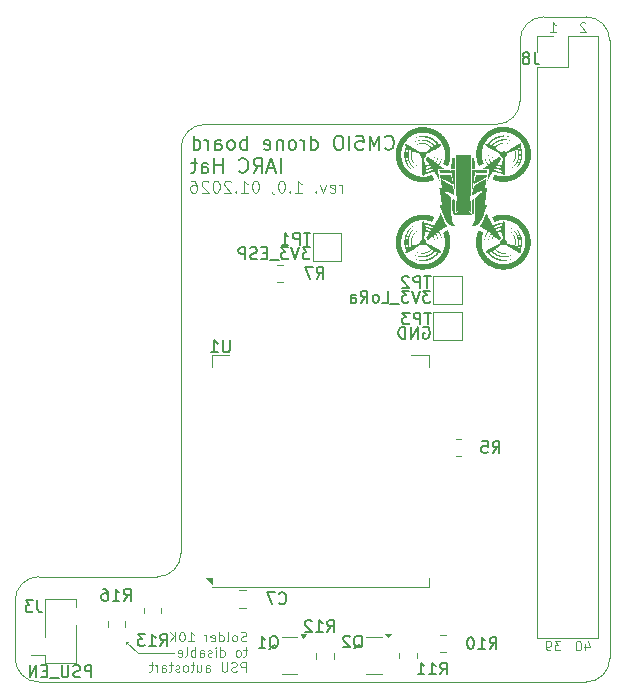
<source format=gbr>
G04 #@! TF.GenerationSoftware,KiCad,Pcbnew,9.0.3*
G04 #@! TF.CreationDate,2026-01-28T23:02:45+01:00*
G04 #@! TF.ProjectId,CM5IO_top,434d3549-4f5f-4746-9f70-2e6b69636164,rev?*
G04 #@! TF.SameCoordinates,Original*
G04 #@! TF.FileFunction,Legend,Bot*
G04 #@! TF.FilePolarity,Positive*
%FSLAX46Y46*%
G04 Gerber Fmt 4.6, Leading zero omitted, Abs format (unit mm)*
G04 Created by KiCad (PCBNEW 9.0.3) date 2026-01-28 23:02:45*
%MOMM*%
%LPD*%
G01*
G04 APERTURE LIST*
%ADD10C,0.125000*%
%ADD11C,0.200000*%
%ADD12C,0.000000*%
%ADD13C,0.100000*%
%ADD14C,0.150000*%
%ADD15C,0.120000*%
G04 #@! TA.AperFunction,Profile*
%ADD16C,0.050000*%
G04 #@! TD*
G04 APERTURE END LIST*
D10*
X183317254Y-105061319D02*
X183317254Y-104394652D01*
X183317254Y-104585128D02*
X183269635Y-104489890D01*
X183269635Y-104489890D02*
X183222016Y-104442271D01*
X183222016Y-104442271D02*
X183126778Y-104394652D01*
X183126778Y-104394652D02*
X183031540Y-104394652D01*
X182317254Y-105013700D02*
X182412492Y-105061319D01*
X182412492Y-105061319D02*
X182602968Y-105061319D01*
X182602968Y-105061319D02*
X182698206Y-105013700D01*
X182698206Y-105013700D02*
X182745825Y-104918461D01*
X182745825Y-104918461D02*
X182745825Y-104537509D01*
X182745825Y-104537509D02*
X182698206Y-104442271D01*
X182698206Y-104442271D02*
X182602968Y-104394652D01*
X182602968Y-104394652D02*
X182412492Y-104394652D01*
X182412492Y-104394652D02*
X182317254Y-104442271D01*
X182317254Y-104442271D02*
X182269635Y-104537509D01*
X182269635Y-104537509D02*
X182269635Y-104632747D01*
X182269635Y-104632747D02*
X182745825Y-104727985D01*
X181936301Y-104394652D02*
X181698206Y-105061319D01*
X181698206Y-105061319D02*
X181460111Y-104394652D01*
X181079158Y-104966080D02*
X181031539Y-105013700D01*
X181031539Y-105013700D02*
X181079158Y-105061319D01*
X181079158Y-105061319D02*
X181126777Y-105013700D01*
X181126777Y-105013700D02*
X181079158Y-104966080D01*
X181079158Y-104966080D02*
X181079158Y-105061319D01*
X179317254Y-105061319D02*
X179888682Y-105061319D01*
X179602968Y-105061319D02*
X179602968Y-104061319D01*
X179602968Y-104061319D02*
X179698206Y-104204176D01*
X179698206Y-104204176D02*
X179793444Y-104299414D01*
X179793444Y-104299414D02*
X179888682Y-104347033D01*
X178888682Y-104966080D02*
X178841063Y-105013700D01*
X178841063Y-105013700D02*
X178888682Y-105061319D01*
X178888682Y-105061319D02*
X178936301Y-105013700D01*
X178936301Y-105013700D02*
X178888682Y-104966080D01*
X178888682Y-104966080D02*
X178888682Y-105061319D01*
X178222016Y-104061319D02*
X178126778Y-104061319D01*
X178126778Y-104061319D02*
X178031540Y-104108938D01*
X178031540Y-104108938D02*
X177983921Y-104156557D01*
X177983921Y-104156557D02*
X177936302Y-104251795D01*
X177936302Y-104251795D02*
X177888683Y-104442271D01*
X177888683Y-104442271D02*
X177888683Y-104680366D01*
X177888683Y-104680366D02*
X177936302Y-104870842D01*
X177936302Y-104870842D02*
X177983921Y-104966080D01*
X177983921Y-104966080D02*
X178031540Y-105013700D01*
X178031540Y-105013700D02*
X178126778Y-105061319D01*
X178126778Y-105061319D02*
X178222016Y-105061319D01*
X178222016Y-105061319D02*
X178317254Y-105013700D01*
X178317254Y-105013700D02*
X178364873Y-104966080D01*
X178364873Y-104966080D02*
X178412492Y-104870842D01*
X178412492Y-104870842D02*
X178460111Y-104680366D01*
X178460111Y-104680366D02*
X178460111Y-104442271D01*
X178460111Y-104442271D02*
X178412492Y-104251795D01*
X178412492Y-104251795D02*
X178364873Y-104156557D01*
X178364873Y-104156557D02*
X178317254Y-104108938D01*
X178317254Y-104108938D02*
X178222016Y-104061319D01*
X177412492Y-105013700D02*
X177412492Y-105061319D01*
X177412492Y-105061319D02*
X177460111Y-105156557D01*
X177460111Y-105156557D02*
X177507730Y-105204176D01*
X176031540Y-104061319D02*
X175936302Y-104061319D01*
X175936302Y-104061319D02*
X175841064Y-104108938D01*
X175841064Y-104108938D02*
X175793445Y-104156557D01*
X175793445Y-104156557D02*
X175745826Y-104251795D01*
X175745826Y-104251795D02*
X175698207Y-104442271D01*
X175698207Y-104442271D02*
X175698207Y-104680366D01*
X175698207Y-104680366D02*
X175745826Y-104870842D01*
X175745826Y-104870842D02*
X175793445Y-104966080D01*
X175793445Y-104966080D02*
X175841064Y-105013700D01*
X175841064Y-105013700D02*
X175936302Y-105061319D01*
X175936302Y-105061319D02*
X176031540Y-105061319D01*
X176031540Y-105061319D02*
X176126778Y-105013700D01*
X176126778Y-105013700D02*
X176174397Y-104966080D01*
X176174397Y-104966080D02*
X176222016Y-104870842D01*
X176222016Y-104870842D02*
X176269635Y-104680366D01*
X176269635Y-104680366D02*
X176269635Y-104442271D01*
X176269635Y-104442271D02*
X176222016Y-104251795D01*
X176222016Y-104251795D02*
X176174397Y-104156557D01*
X176174397Y-104156557D02*
X176126778Y-104108938D01*
X176126778Y-104108938D02*
X176031540Y-104061319D01*
X174745826Y-105061319D02*
X175317254Y-105061319D01*
X175031540Y-105061319D02*
X175031540Y-104061319D01*
X175031540Y-104061319D02*
X175126778Y-104204176D01*
X175126778Y-104204176D02*
X175222016Y-104299414D01*
X175222016Y-104299414D02*
X175317254Y-104347033D01*
X174317254Y-104966080D02*
X174269635Y-105013700D01*
X174269635Y-105013700D02*
X174317254Y-105061319D01*
X174317254Y-105061319D02*
X174364873Y-105013700D01*
X174364873Y-105013700D02*
X174317254Y-104966080D01*
X174317254Y-104966080D02*
X174317254Y-105061319D01*
X173888683Y-104156557D02*
X173841064Y-104108938D01*
X173841064Y-104108938D02*
X173745826Y-104061319D01*
X173745826Y-104061319D02*
X173507731Y-104061319D01*
X173507731Y-104061319D02*
X173412493Y-104108938D01*
X173412493Y-104108938D02*
X173364874Y-104156557D01*
X173364874Y-104156557D02*
X173317255Y-104251795D01*
X173317255Y-104251795D02*
X173317255Y-104347033D01*
X173317255Y-104347033D02*
X173364874Y-104489890D01*
X173364874Y-104489890D02*
X173936302Y-105061319D01*
X173936302Y-105061319D02*
X173317255Y-105061319D01*
X172698207Y-104061319D02*
X172602969Y-104061319D01*
X172602969Y-104061319D02*
X172507731Y-104108938D01*
X172507731Y-104108938D02*
X172460112Y-104156557D01*
X172460112Y-104156557D02*
X172412493Y-104251795D01*
X172412493Y-104251795D02*
X172364874Y-104442271D01*
X172364874Y-104442271D02*
X172364874Y-104680366D01*
X172364874Y-104680366D02*
X172412493Y-104870842D01*
X172412493Y-104870842D02*
X172460112Y-104966080D01*
X172460112Y-104966080D02*
X172507731Y-105013700D01*
X172507731Y-105013700D02*
X172602969Y-105061319D01*
X172602969Y-105061319D02*
X172698207Y-105061319D01*
X172698207Y-105061319D02*
X172793445Y-105013700D01*
X172793445Y-105013700D02*
X172841064Y-104966080D01*
X172841064Y-104966080D02*
X172888683Y-104870842D01*
X172888683Y-104870842D02*
X172936302Y-104680366D01*
X172936302Y-104680366D02*
X172936302Y-104442271D01*
X172936302Y-104442271D02*
X172888683Y-104251795D01*
X172888683Y-104251795D02*
X172841064Y-104156557D01*
X172841064Y-104156557D02*
X172793445Y-104108938D01*
X172793445Y-104108938D02*
X172698207Y-104061319D01*
X171983921Y-104156557D02*
X171936302Y-104108938D01*
X171936302Y-104108938D02*
X171841064Y-104061319D01*
X171841064Y-104061319D02*
X171602969Y-104061319D01*
X171602969Y-104061319D02*
X171507731Y-104108938D01*
X171507731Y-104108938D02*
X171460112Y-104156557D01*
X171460112Y-104156557D02*
X171412493Y-104251795D01*
X171412493Y-104251795D02*
X171412493Y-104347033D01*
X171412493Y-104347033D02*
X171460112Y-104489890D01*
X171460112Y-104489890D02*
X172031540Y-105061319D01*
X172031540Y-105061319D02*
X171412493Y-105061319D01*
X170555350Y-104061319D02*
X170745826Y-104061319D01*
X170745826Y-104061319D02*
X170841064Y-104108938D01*
X170841064Y-104108938D02*
X170888683Y-104156557D01*
X170888683Y-104156557D02*
X170983921Y-104299414D01*
X170983921Y-104299414D02*
X171031540Y-104489890D01*
X171031540Y-104489890D02*
X171031540Y-104870842D01*
X171031540Y-104870842D02*
X170983921Y-104966080D01*
X170983921Y-104966080D02*
X170936302Y-105013700D01*
X170936302Y-105013700D02*
X170841064Y-105061319D01*
X170841064Y-105061319D02*
X170650588Y-105061319D01*
X170650588Y-105061319D02*
X170555350Y-105013700D01*
X170555350Y-105013700D02*
X170507731Y-104966080D01*
X170507731Y-104966080D02*
X170460112Y-104870842D01*
X170460112Y-104870842D02*
X170460112Y-104632747D01*
X170460112Y-104632747D02*
X170507731Y-104537509D01*
X170507731Y-104537509D02*
X170555350Y-104489890D01*
X170555350Y-104489890D02*
X170650588Y-104442271D01*
X170650588Y-104442271D02*
X170841064Y-104442271D01*
X170841064Y-104442271D02*
X170936302Y-104489890D01*
X170936302Y-104489890D02*
X170983921Y-104537509D01*
X170983921Y-104537509D02*
X171031540Y-104632747D01*
D11*
X186960262Y-101321724D02*
X187017405Y-101378867D01*
X187017405Y-101378867D02*
X187188833Y-101436009D01*
X187188833Y-101436009D02*
X187303119Y-101436009D01*
X187303119Y-101436009D02*
X187474548Y-101378867D01*
X187474548Y-101378867D02*
X187588833Y-101264581D01*
X187588833Y-101264581D02*
X187645976Y-101150295D01*
X187645976Y-101150295D02*
X187703119Y-100921724D01*
X187703119Y-100921724D02*
X187703119Y-100750295D01*
X187703119Y-100750295D02*
X187645976Y-100521724D01*
X187645976Y-100521724D02*
X187588833Y-100407438D01*
X187588833Y-100407438D02*
X187474548Y-100293152D01*
X187474548Y-100293152D02*
X187303119Y-100236009D01*
X187303119Y-100236009D02*
X187188833Y-100236009D01*
X187188833Y-100236009D02*
X187017405Y-100293152D01*
X187017405Y-100293152D02*
X186960262Y-100350295D01*
X186445976Y-101436009D02*
X186445976Y-100236009D01*
X186445976Y-100236009D02*
X186045976Y-101093152D01*
X186045976Y-101093152D02*
X185645976Y-100236009D01*
X185645976Y-100236009D02*
X185645976Y-101436009D01*
X184503119Y-100236009D02*
X185074547Y-100236009D01*
X185074547Y-100236009D02*
X185131690Y-100807438D01*
X185131690Y-100807438D02*
X185074547Y-100750295D01*
X185074547Y-100750295D02*
X184960262Y-100693152D01*
X184960262Y-100693152D02*
X184674547Y-100693152D01*
X184674547Y-100693152D02*
X184560262Y-100750295D01*
X184560262Y-100750295D02*
X184503119Y-100807438D01*
X184503119Y-100807438D02*
X184445976Y-100921724D01*
X184445976Y-100921724D02*
X184445976Y-101207438D01*
X184445976Y-101207438D02*
X184503119Y-101321724D01*
X184503119Y-101321724D02*
X184560262Y-101378867D01*
X184560262Y-101378867D02*
X184674547Y-101436009D01*
X184674547Y-101436009D02*
X184960262Y-101436009D01*
X184960262Y-101436009D02*
X185074547Y-101378867D01*
X185074547Y-101378867D02*
X185131690Y-101321724D01*
X183931690Y-101436009D02*
X183931690Y-100236009D01*
X183131690Y-100236009D02*
X182903118Y-100236009D01*
X182903118Y-100236009D02*
X182788833Y-100293152D01*
X182788833Y-100293152D02*
X182674547Y-100407438D01*
X182674547Y-100407438D02*
X182617404Y-100636009D01*
X182617404Y-100636009D02*
X182617404Y-101036009D01*
X182617404Y-101036009D02*
X182674547Y-101264581D01*
X182674547Y-101264581D02*
X182788833Y-101378867D01*
X182788833Y-101378867D02*
X182903118Y-101436009D01*
X182903118Y-101436009D02*
X183131690Y-101436009D01*
X183131690Y-101436009D02*
X183245976Y-101378867D01*
X183245976Y-101378867D02*
X183360261Y-101264581D01*
X183360261Y-101264581D02*
X183417404Y-101036009D01*
X183417404Y-101036009D02*
X183417404Y-100636009D01*
X183417404Y-100636009D02*
X183360261Y-100407438D01*
X183360261Y-100407438D02*
X183245976Y-100293152D01*
X183245976Y-100293152D02*
X183131690Y-100236009D01*
X180674547Y-101436009D02*
X180674547Y-100236009D01*
X180674547Y-101378867D02*
X180788832Y-101436009D01*
X180788832Y-101436009D02*
X181017404Y-101436009D01*
X181017404Y-101436009D02*
X181131689Y-101378867D01*
X181131689Y-101378867D02*
X181188832Y-101321724D01*
X181188832Y-101321724D02*
X181245975Y-101207438D01*
X181245975Y-101207438D02*
X181245975Y-100864581D01*
X181245975Y-100864581D02*
X181188832Y-100750295D01*
X181188832Y-100750295D02*
X181131689Y-100693152D01*
X181131689Y-100693152D02*
X181017404Y-100636009D01*
X181017404Y-100636009D02*
X180788832Y-100636009D01*
X180788832Y-100636009D02*
X180674547Y-100693152D01*
X180103118Y-101436009D02*
X180103118Y-100636009D01*
X180103118Y-100864581D02*
X180045975Y-100750295D01*
X180045975Y-100750295D02*
X179988833Y-100693152D01*
X179988833Y-100693152D02*
X179874547Y-100636009D01*
X179874547Y-100636009D02*
X179760261Y-100636009D01*
X179188833Y-101436009D02*
X179303118Y-101378867D01*
X179303118Y-101378867D02*
X179360261Y-101321724D01*
X179360261Y-101321724D02*
X179417404Y-101207438D01*
X179417404Y-101207438D02*
X179417404Y-100864581D01*
X179417404Y-100864581D02*
X179360261Y-100750295D01*
X179360261Y-100750295D02*
X179303118Y-100693152D01*
X179303118Y-100693152D02*
X179188833Y-100636009D01*
X179188833Y-100636009D02*
X179017404Y-100636009D01*
X179017404Y-100636009D02*
X178903118Y-100693152D01*
X178903118Y-100693152D02*
X178845976Y-100750295D01*
X178845976Y-100750295D02*
X178788833Y-100864581D01*
X178788833Y-100864581D02*
X178788833Y-101207438D01*
X178788833Y-101207438D02*
X178845976Y-101321724D01*
X178845976Y-101321724D02*
X178903118Y-101378867D01*
X178903118Y-101378867D02*
X179017404Y-101436009D01*
X179017404Y-101436009D02*
X179188833Y-101436009D01*
X178274547Y-100636009D02*
X178274547Y-101436009D01*
X178274547Y-100750295D02*
X178217404Y-100693152D01*
X178217404Y-100693152D02*
X178103119Y-100636009D01*
X178103119Y-100636009D02*
X177931690Y-100636009D01*
X177931690Y-100636009D02*
X177817404Y-100693152D01*
X177817404Y-100693152D02*
X177760262Y-100807438D01*
X177760262Y-100807438D02*
X177760262Y-101436009D01*
X176731690Y-101378867D02*
X176845976Y-101436009D01*
X176845976Y-101436009D02*
X177074548Y-101436009D01*
X177074548Y-101436009D02*
X177188833Y-101378867D01*
X177188833Y-101378867D02*
X177245976Y-101264581D01*
X177245976Y-101264581D02*
X177245976Y-100807438D01*
X177245976Y-100807438D02*
X177188833Y-100693152D01*
X177188833Y-100693152D02*
X177074548Y-100636009D01*
X177074548Y-100636009D02*
X176845976Y-100636009D01*
X176845976Y-100636009D02*
X176731690Y-100693152D01*
X176731690Y-100693152D02*
X176674548Y-100807438D01*
X176674548Y-100807438D02*
X176674548Y-100921724D01*
X176674548Y-100921724D02*
X177245976Y-101036009D01*
X175245976Y-101436009D02*
X175245976Y-100236009D01*
X175245976Y-100693152D02*
X175131691Y-100636009D01*
X175131691Y-100636009D02*
X174903119Y-100636009D01*
X174903119Y-100636009D02*
X174788833Y-100693152D01*
X174788833Y-100693152D02*
X174731691Y-100750295D01*
X174731691Y-100750295D02*
X174674548Y-100864581D01*
X174674548Y-100864581D02*
X174674548Y-101207438D01*
X174674548Y-101207438D02*
X174731691Y-101321724D01*
X174731691Y-101321724D02*
X174788833Y-101378867D01*
X174788833Y-101378867D02*
X174903119Y-101436009D01*
X174903119Y-101436009D02*
X175131691Y-101436009D01*
X175131691Y-101436009D02*
X175245976Y-101378867D01*
X173988834Y-101436009D02*
X174103119Y-101378867D01*
X174103119Y-101378867D02*
X174160262Y-101321724D01*
X174160262Y-101321724D02*
X174217405Y-101207438D01*
X174217405Y-101207438D02*
X174217405Y-100864581D01*
X174217405Y-100864581D02*
X174160262Y-100750295D01*
X174160262Y-100750295D02*
X174103119Y-100693152D01*
X174103119Y-100693152D02*
X173988834Y-100636009D01*
X173988834Y-100636009D02*
X173817405Y-100636009D01*
X173817405Y-100636009D02*
X173703119Y-100693152D01*
X173703119Y-100693152D02*
X173645977Y-100750295D01*
X173645977Y-100750295D02*
X173588834Y-100864581D01*
X173588834Y-100864581D02*
X173588834Y-101207438D01*
X173588834Y-101207438D02*
X173645977Y-101321724D01*
X173645977Y-101321724D02*
X173703119Y-101378867D01*
X173703119Y-101378867D02*
X173817405Y-101436009D01*
X173817405Y-101436009D02*
X173988834Y-101436009D01*
X172560263Y-101436009D02*
X172560263Y-100807438D01*
X172560263Y-100807438D02*
X172617405Y-100693152D01*
X172617405Y-100693152D02*
X172731691Y-100636009D01*
X172731691Y-100636009D02*
X172960263Y-100636009D01*
X172960263Y-100636009D02*
X173074548Y-100693152D01*
X172560263Y-101378867D02*
X172674548Y-101436009D01*
X172674548Y-101436009D02*
X172960263Y-101436009D01*
X172960263Y-101436009D02*
X173074548Y-101378867D01*
X173074548Y-101378867D02*
X173131691Y-101264581D01*
X173131691Y-101264581D02*
X173131691Y-101150295D01*
X173131691Y-101150295D02*
X173074548Y-101036009D01*
X173074548Y-101036009D02*
X172960263Y-100978867D01*
X172960263Y-100978867D02*
X172674548Y-100978867D01*
X172674548Y-100978867D02*
X172560263Y-100921724D01*
X171988834Y-101436009D02*
X171988834Y-100636009D01*
X171988834Y-100864581D02*
X171931691Y-100750295D01*
X171931691Y-100750295D02*
X171874549Y-100693152D01*
X171874549Y-100693152D02*
X171760263Y-100636009D01*
X171760263Y-100636009D02*
X171645977Y-100636009D01*
X170731692Y-101436009D02*
X170731692Y-100236009D01*
X170731692Y-101378867D02*
X170845977Y-101436009D01*
X170845977Y-101436009D02*
X171074549Y-101436009D01*
X171074549Y-101436009D02*
X171188834Y-101378867D01*
X171188834Y-101378867D02*
X171245977Y-101321724D01*
X171245977Y-101321724D02*
X171303120Y-101207438D01*
X171303120Y-101207438D02*
X171303120Y-100864581D01*
X171303120Y-100864581D02*
X171245977Y-100750295D01*
X171245977Y-100750295D02*
X171188834Y-100693152D01*
X171188834Y-100693152D02*
X171074549Y-100636009D01*
X171074549Y-100636009D02*
X170845977Y-100636009D01*
X170845977Y-100636009D02*
X170731692Y-100693152D01*
X178103120Y-103367942D02*
X178103120Y-102167942D01*
X177588834Y-103025085D02*
X177017406Y-103025085D01*
X177703120Y-103367942D02*
X177303120Y-102167942D01*
X177303120Y-102167942D02*
X176903120Y-103367942D01*
X175817406Y-103367942D02*
X176217406Y-102796514D01*
X176503120Y-103367942D02*
X176503120Y-102167942D01*
X176503120Y-102167942D02*
X176045977Y-102167942D01*
X176045977Y-102167942D02*
X175931692Y-102225085D01*
X175931692Y-102225085D02*
X175874549Y-102282228D01*
X175874549Y-102282228D02*
X175817406Y-102396514D01*
X175817406Y-102396514D02*
X175817406Y-102567942D01*
X175817406Y-102567942D02*
X175874549Y-102682228D01*
X175874549Y-102682228D02*
X175931692Y-102739371D01*
X175931692Y-102739371D02*
X176045977Y-102796514D01*
X176045977Y-102796514D02*
X176503120Y-102796514D01*
X174617406Y-103253657D02*
X174674549Y-103310800D01*
X174674549Y-103310800D02*
X174845977Y-103367942D01*
X174845977Y-103367942D02*
X174960263Y-103367942D01*
X174960263Y-103367942D02*
X175131692Y-103310800D01*
X175131692Y-103310800D02*
X175245977Y-103196514D01*
X175245977Y-103196514D02*
X175303120Y-103082228D01*
X175303120Y-103082228D02*
X175360263Y-102853657D01*
X175360263Y-102853657D02*
X175360263Y-102682228D01*
X175360263Y-102682228D02*
X175303120Y-102453657D01*
X175303120Y-102453657D02*
X175245977Y-102339371D01*
X175245977Y-102339371D02*
X175131692Y-102225085D01*
X175131692Y-102225085D02*
X174960263Y-102167942D01*
X174960263Y-102167942D02*
X174845977Y-102167942D01*
X174845977Y-102167942D02*
X174674549Y-102225085D01*
X174674549Y-102225085D02*
X174617406Y-102282228D01*
X173188834Y-103367942D02*
X173188834Y-102167942D01*
X173188834Y-102739371D02*
X172503120Y-102739371D01*
X172503120Y-103367942D02*
X172503120Y-102167942D01*
X171417406Y-103367942D02*
X171417406Y-102739371D01*
X171417406Y-102739371D02*
X171474548Y-102625085D01*
X171474548Y-102625085D02*
X171588834Y-102567942D01*
X171588834Y-102567942D02*
X171817406Y-102567942D01*
X171817406Y-102567942D02*
X171931691Y-102625085D01*
X171417406Y-103310800D02*
X171531691Y-103367942D01*
X171531691Y-103367942D02*
X171817406Y-103367942D01*
X171817406Y-103367942D02*
X171931691Y-103310800D01*
X171931691Y-103310800D02*
X171988834Y-103196514D01*
X171988834Y-103196514D02*
X171988834Y-103082228D01*
X171988834Y-103082228D02*
X171931691Y-102967942D01*
X171931691Y-102967942D02*
X171817406Y-102910800D01*
X171817406Y-102910800D02*
X171531691Y-102910800D01*
X171531691Y-102910800D02*
X171417406Y-102853657D01*
X171017406Y-102567942D02*
X170560263Y-102567942D01*
X170845977Y-102167942D02*
X170845977Y-103196514D01*
X170845977Y-103196514D02*
X170788834Y-103310800D01*
X170788834Y-103310800D02*
X170674549Y-103367942D01*
X170674549Y-103367942D02*
X170560263Y-103367942D01*
D12*
G36*
X197628348Y-100377405D02*
G01*
X197629071Y-100377492D01*
X197629858Y-100377634D01*
X197630702Y-100377828D01*
X197631595Y-100378071D01*
X197632530Y-100378360D01*
X197633500Y-100378691D01*
X197634496Y-100379062D01*
X197635511Y-100379471D01*
X197636538Y-100379914D01*
X197637569Y-100380387D01*
X197638595Y-100380889D01*
X197639611Y-100381416D01*
X197640608Y-100381966D01*
X197641578Y-100382535D01*
X197642515Y-100383120D01*
X197643390Y-100383705D01*
X197644181Y-100384274D01*
X197644885Y-100384823D01*
X197645500Y-100385350D01*
X197646027Y-100385852D01*
X197646462Y-100386326D01*
X197646645Y-100386551D01*
X197646805Y-100386769D01*
X197646941Y-100386977D01*
X197647053Y-100387177D01*
X197647142Y-100387368D01*
X197647206Y-100387549D01*
X197647247Y-100387720D01*
X197647262Y-100387880D01*
X197647254Y-100388030D01*
X197647220Y-100388169D01*
X197647161Y-100388296D01*
X197647077Y-100388411D01*
X197646968Y-100388515D01*
X197646833Y-100388605D01*
X197646672Y-100388683D01*
X197646486Y-100388747D01*
X197646273Y-100388798D01*
X197646034Y-100388835D01*
X197645768Y-100388857D01*
X197645476Y-100388865D01*
X197644825Y-100388835D01*
X197644103Y-100388747D01*
X197643316Y-100388605D01*
X197642472Y-100388411D01*
X197641578Y-100388169D01*
X197640643Y-100387880D01*
X197639674Y-100387549D01*
X197638678Y-100387177D01*
X197637662Y-100386769D01*
X197636636Y-100386326D01*
X197635605Y-100385852D01*
X197634578Y-100385350D01*
X197633562Y-100384823D01*
X197632565Y-100384274D01*
X197631595Y-100383705D01*
X197630659Y-100383120D01*
X197629783Y-100382535D01*
X197628993Y-100381966D01*
X197628289Y-100381416D01*
X197627673Y-100380889D01*
X197627147Y-100380387D01*
X197626712Y-100379914D01*
X197626529Y-100379688D01*
X197626369Y-100379471D01*
X197626233Y-100379262D01*
X197626120Y-100379062D01*
X197626032Y-100378872D01*
X197625967Y-100378691D01*
X197625927Y-100378520D01*
X197625911Y-100378360D01*
X197625920Y-100378210D01*
X197625954Y-100378071D01*
X197626012Y-100377944D01*
X197626096Y-100377828D01*
X197626206Y-100377725D01*
X197626341Y-100377634D01*
X197626501Y-100377557D01*
X197626688Y-100377492D01*
X197626901Y-100377441D01*
X197627140Y-100377405D01*
X197627405Y-100377382D01*
X197627698Y-100377375D01*
X197628348Y-100377405D01*
G37*
G36*
X197659742Y-100390020D02*
G01*
X197663056Y-100390930D01*
X197667110Y-100392326D01*
X197671741Y-100394128D01*
X197682092Y-100398625D01*
X197692817Y-100403772D01*
X197702624Y-100408923D01*
X197706781Y-100411297D01*
X197710224Y-100413429D01*
X197712792Y-100415239D01*
X197714324Y-100416644D01*
X197714650Y-100417170D01*
X197714657Y-100417564D01*
X197714325Y-100417817D01*
X197713632Y-100417919D01*
X197712587Y-100417868D01*
X197711301Y-100417673D01*
X197709790Y-100417341D01*
X197708074Y-100416880D01*
X197706171Y-100416297D01*
X197704098Y-100415598D01*
X197701874Y-100414791D01*
X197699518Y-100413884D01*
X197697047Y-100412883D01*
X197694480Y-100411795D01*
X197689129Y-100409391D01*
X197683611Y-100406727D01*
X197680835Y-100405317D01*
X197678072Y-100403863D01*
X197678071Y-100403863D01*
X197672835Y-100400996D01*
X197668184Y-100398326D01*
X197664202Y-100395909D01*
X197660977Y-100393805D01*
X197659674Y-100392889D01*
X197658591Y-100392072D01*
X197657740Y-100391363D01*
X197657132Y-100390768D01*
X197656775Y-100390294D01*
X197656695Y-100390106D01*
X197656682Y-100389950D01*
X197656738Y-100389829D01*
X197656863Y-100389742D01*
X197657328Y-100389678D01*
X197659742Y-100390020D01*
G37*
G36*
X194498230Y-102177418D02*
G01*
X194502724Y-102233966D01*
X194508537Y-102289606D01*
X194515664Y-102344307D01*
X194524099Y-102398040D01*
X194533837Y-102450772D01*
X194544872Y-102502473D01*
X194557201Y-102553111D01*
X194570817Y-102602656D01*
X194593240Y-102679703D01*
X194594878Y-102873801D01*
X194596516Y-103067900D01*
X194457082Y-103067900D01*
X194317649Y-103067900D01*
X194317652Y-102593766D01*
X194317652Y-102119633D01*
X194405999Y-102119633D01*
X194494346Y-102119633D01*
X194498230Y-102177418D01*
G37*
G36*
X192835984Y-102593766D02*
G01*
X192835984Y-103067900D01*
X192696550Y-103067900D01*
X192557117Y-103067900D01*
X192558757Y-102873801D01*
X192560395Y-102679703D01*
X192582819Y-102602656D01*
X192596434Y-102553111D01*
X192608763Y-102502473D01*
X192619798Y-102450772D01*
X192629536Y-102398040D01*
X192637971Y-102344307D01*
X192645098Y-102289606D01*
X192650911Y-102233966D01*
X192655405Y-102177418D01*
X192659289Y-102119633D01*
X192747636Y-102119633D01*
X192835984Y-102119633D01*
X192835984Y-102593766D01*
G37*
G36*
X192489133Y-103187914D02*
G01*
X192491880Y-103202562D01*
X192497110Y-103232587D01*
X192512014Y-103321264D01*
X192531846Y-103441279D01*
X192061429Y-103441279D01*
X191831258Y-103440944D01*
X191686567Y-103439767D01*
X191611104Y-103437494D01*
X191594254Y-103435867D01*
X191588617Y-103433871D01*
X191587821Y-103430145D01*
X191586469Y-103422343D01*
X191582390Y-103396431D01*
X191576966Y-103359977D01*
X191570782Y-103316820D01*
X191558941Y-103234596D01*
X191554608Y-103205858D01*
X191552151Y-103190878D01*
X191548959Y-103174579D01*
X192017523Y-103174579D01*
X192486088Y-103174579D01*
X192489133Y-103187914D01*
G37*
G36*
X195619188Y-103190878D02*
G01*
X195616489Y-103207494D01*
X195611540Y-103240689D01*
X195605046Y-103285650D01*
X195597713Y-103337563D01*
X195586111Y-103419064D01*
X195582158Y-103445027D01*
X195579227Y-103462250D01*
X195577159Y-103471573D01*
X195576399Y-103473534D01*
X195576079Y-103473886D01*
X195575796Y-103473836D01*
X195575330Y-103472582D01*
X195574980Y-103469879D01*
X195574553Y-103460541D01*
X195574573Y-103460541D01*
X195574083Y-103441279D01*
X195106816Y-103441279D01*
X194639548Y-103441279D01*
X194659381Y-103321264D01*
X194674283Y-103232586D01*
X194679513Y-103202562D01*
X194682262Y-103187914D01*
X194685307Y-103174579D01*
X195153871Y-103174579D01*
X195622437Y-103174579D01*
X195619188Y-103190878D01*
G37*
G36*
X197022779Y-100232472D02*
G01*
X197066396Y-100234338D01*
X197109598Y-100237387D01*
X197152304Y-100241616D01*
X197194432Y-100247018D01*
X197235903Y-100253591D01*
X197276636Y-100261329D01*
X197316550Y-100270227D01*
X197355564Y-100280281D01*
X197393597Y-100291487D01*
X197420396Y-100300303D01*
X197452362Y-100311429D01*
X197520845Y-100336490D01*
X197577146Y-100358423D01*
X197593885Y-100365639D01*
X197598204Y-100367858D01*
X197599366Y-100368979D01*
X197599183Y-100369067D01*
X197598849Y-100369115D01*
X197597748Y-100369101D01*
X197596093Y-100368941D01*
X197593915Y-100368644D01*
X197588118Y-100367660D01*
X197580607Y-100366199D01*
X197571631Y-100364313D01*
X197561440Y-100362051D01*
X197550284Y-100359466D01*
X197538414Y-100356606D01*
X197492770Y-100346039D01*
X197448938Y-100337277D01*
X197405765Y-100330198D01*
X197362100Y-100324677D01*
X197316792Y-100320590D01*
X197268690Y-100317812D01*
X197216641Y-100316218D01*
X197159494Y-100315685D01*
X197076553Y-100316038D01*
X197046838Y-100316745D01*
X197022241Y-100317993D01*
X197000726Y-100319923D01*
X196980253Y-100322675D01*
X196958784Y-100326389D01*
X196934281Y-100331207D01*
X196881988Y-100342147D01*
X196831594Y-100353408D01*
X196782051Y-100365264D01*
X196732315Y-100377994D01*
X196681340Y-100391872D01*
X196628080Y-100407176D01*
X196571490Y-100424181D01*
X196510524Y-100443164D01*
X196484950Y-100451636D01*
X196458849Y-100461044D01*
X196432316Y-100471338D01*
X196405445Y-100482471D01*
X196378329Y-100494391D01*
X196351063Y-100507049D01*
X196296459Y-100534385D01*
X196242383Y-100564082D01*
X196215780Y-100579692D01*
X196189591Y-100595745D01*
X196163911Y-100612190D01*
X196138835Y-100628979D01*
X196114455Y-100646061D01*
X196090867Y-100663389D01*
X196062473Y-100685556D01*
X196029828Y-100712337D01*
X195994943Y-100741950D01*
X195959829Y-100772615D01*
X195926498Y-100802551D01*
X195896961Y-100829977D01*
X195873229Y-100853111D01*
X195864169Y-100862513D01*
X195857315Y-100870174D01*
X195845427Y-100884756D01*
X195833343Y-100900453D01*
X195821611Y-100916456D01*
X195810784Y-100931956D01*
X195801412Y-100946144D01*
X195794045Y-100958210D01*
X195791285Y-100963196D01*
X195789233Y-100967347D01*
X195787958Y-100970563D01*
X195787528Y-100972744D01*
X195787570Y-100973065D01*
X195787684Y-100973407D01*
X195787868Y-100973770D01*
X195788121Y-100974152D01*
X195788440Y-100974553D01*
X195788824Y-100974971D01*
X195789271Y-100975406D01*
X195789779Y-100975856D01*
X195790971Y-100976798D01*
X195792387Y-100977790D01*
X195794012Y-100978823D01*
X195795832Y-100979890D01*
X195797832Y-100980981D01*
X195799998Y-100982089D01*
X195802316Y-100983206D01*
X195804771Y-100984324D01*
X195807349Y-100985434D01*
X195810036Y-100986528D01*
X195812818Y-100987598D01*
X195815680Y-100988636D01*
X195855201Y-101002725D01*
X195910769Y-101022715D01*
X195937146Y-101032108D01*
X195959442Y-101039800D01*
X195975306Y-101044997D01*
X195980091Y-101046412D01*
X195982387Y-101046906D01*
X195982708Y-101046812D01*
X195983192Y-101046534D01*
X195984631Y-101045443D01*
X195986667Y-101043670D01*
X195989267Y-101041251D01*
X195996011Y-101034623D01*
X196004582Y-101025853D01*
X196014695Y-101015236D01*
X196026067Y-101003065D01*
X196038415Y-100989634D01*
X196051455Y-100975238D01*
X196072765Y-100951969D01*
X196093920Y-100929755D01*
X196115009Y-100908528D01*
X196136123Y-100888218D01*
X196157354Y-100868756D01*
X196178792Y-100850073D01*
X196200527Y-100832099D01*
X196222651Y-100814765D01*
X196245254Y-100798003D01*
X196268427Y-100781743D01*
X196292260Y-100765915D01*
X196316845Y-100750451D01*
X196342273Y-100735282D01*
X196368633Y-100720338D01*
X196396017Y-100705550D01*
X196424515Y-100690849D01*
X196482503Y-100663226D01*
X196541234Y-100638496D01*
X196600623Y-100616667D01*
X196660583Y-100597747D01*
X196721027Y-100581743D01*
X196781870Y-100568664D01*
X196843026Y-100558518D01*
X196904407Y-100551313D01*
X196965928Y-100547057D01*
X197027502Y-100545758D01*
X197089044Y-100547424D01*
X197150465Y-100552063D01*
X197211682Y-100559683D01*
X197272606Y-100570293D01*
X197333152Y-100583900D01*
X197393234Y-100600512D01*
X197430676Y-100613278D01*
X197476659Y-100631050D01*
X197526768Y-100651843D01*
X197576587Y-100673669D01*
X197621700Y-100694544D01*
X197657691Y-100712480D01*
X197670886Y-100719725D01*
X197680145Y-100725491D01*
X197684915Y-100729529D01*
X197685445Y-100730823D01*
X197684646Y-100731591D01*
X197684303Y-100731675D01*
X197683899Y-100731719D01*
X197683435Y-100731726D01*
X197682914Y-100731694D01*
X197681707Y-100731521D01*
X197680294Y-100731208D01*
X197678691Y-100730760D01*
X197676915Y-100730185D01*
X197674981Y-100729489D01*
X197672905Y-100728678D01*
X197670705Y-100727759D01*
X197668395Y-100726738D01*
X197665993Y-100725623D01*
X197663514Y-100724418D01*
X197660974Y-100723132D01*
X197658390Y-100721771D01*
X197655778Y-100720341D01*
X197653153Y-100718848D01*
X197640546Y-100712098D01*
X197625933Y-100705267D01*
X197609479Y-100698399D01*
X197591350Y-100691538D01*
X197571712Y-100684728D01*
X197550730Y-100678012D01*
X197528570Y-100671437D01*
X197505398Y-100665044D01*
X197456679Y-100652985D01*
X197405899Y-100642188D01*
X197380150Y-100637373D01*
X197354382Y-100633006D01*
X197328762Y-100629131D01*
X197303454Y-100625792D01*
X197287505Y-100624126D01*
X197270074Y-100622814D01*
X197231568Y-100621217D01*
X197189545Y-100620943D01*
X197145611Y-100621935D01*
X197101373Y-100624133D01*
X197058439Y-100627481D01*
X197018415Y-100631919D01*
X196982909Y-100637389D01*
X196848558Y-100663846D01*
X196788325Y-100677433D01*
X196732122Y-100691517D01*
X196679501Y-100706288D01*
X196630014Y-100721939D01*
X196583212Y-100738661D01*
X196538649Y-100756648D01*
X196495875Y-100776090D01*
X196454442Y-100797181D01*
X196413902Y-100820112D01*
X196373807Y-100845075D01*
X196333709Y-100872262D01*
X196293159Y-100901865D01*
X196251710Y-100934077D01*
X196208913Y-100969089D01*
X196194023Y-100981782D01*
X196179760Y-100994411D01*
X196166211Y-101006871D01*
X196153464Y-101019060D01*
X196141604Y-101030873D01*
X196130720Y-101042204D01*
X196120896Y-101052952D01*
X196112222Y-101063010D01*
X196104783Y-101072275D01*
X196098667Y-101080643D01*
X196093959Y-101088010D01*
X196090748Y-101094271D01*
X196089731Y-101096954D01*
X196089120Y-101099321D01*
X196088927Y-101101361D01*
X196089162Y-101103058D01*
X196089836Y-101104401D01*
X196090961Y-101105377D01*
X196092546Y-101105971D01*
X196094603Y-101106173D01*
X196095470Y-101106415D01*
X196097040Y-101107126D01*
X196099273Y-101108281D01*
X196102130Y-101109858D01*
X196109561Y-101114176D01*
X196119020Y-101119891D01*
X196130194Y-101126809D01*
X196142771Y-101134740D01*
X196156437Y-101143491D01*
X196170881Y-101152872D01*
X196242286Y-101199571D01*
X196271206Y-101175283D01*
X196278165Y-101169324D01*
X196286879Y-101161679D01*
X196308171Y-101142593D01*
X196332287Y-101120558D01*
X196356430Y-101098105D01*
X196380125Y-101076147D01*
X196401340Y-101057211D01*
X196420850Y-101040710D01*
X196430207Y-101033189D01*
X196439428Y-101026057D01*
X196448609Y-101019241D01*
X196457848Y-101012667D01*
X196467241Y-101006262D01*
X196476884Y-100999953D01*
X196497309Y-100987329D01*
X196519897Y-100974207D01*
X196540827Y-100962698D01*
X196562079Y-100951718D01*
X196583650Y-100941270D01*
X196605536Y-100931354D01*
X196627733Y-100921972D01*
X196650237Y-100913125D01*
X196673044Y-100904814D01*
X196696151Y-100897040D01*
X196719554Y-100889805D01*
X196743249Y-100883109D01*
X196767232Y-100876955D01*
X196791499Y-100871343D01*
X196816047Y-100866274D01*
X196840872Y-100861750D01*
X196865969Y-100857772D01*
X196891336Y-100854341D01*
X196935843Y-100849695D01*
X196979507Y-100846913D01*
X197001108Y-100846225D01*
X197022601Y-100846007D01*
X197044019Y-100846261D01*
X197065397Y-100846989D01*
X197086769Y-100848193D01*
X197108168Y-100849872D01*
X197129629Y-100852031D01*
X197151186Y-100854669D01*
X197194725Y-100861390D01*
X197239057Y-100870049D01*
X197257043Y-100874232D01*
X197276573Y-100879346D01*
X197318902Y-100891852D01*
X197363328Y-100906541D01*
X197407134Y-100922387D01*
X197447604Y-100938364D01*
X197482021Y-100953447D01*
X197496111Y-100960333D01*
X197507669Y-100966610D01*
X197516356Y-100972151D01*
X197521832Y-100976828D01*
X197523552Y-100978777D01*
X197524973Y-100980455D01*
X197525565Y-100981191D01*
X197526075Y-100981859D01*
X197526499Y-100982457D01*
X197526836Y-100982985D01*
X197527083Y-100983443D01*
X197527238Y-100983830D01*
X197527298Y-100984147D01*
X197527291Y-100984278D01*
X197527260Y-100984392D01*
X197527203Y-100984487D01*
X197527121Y-100984565D01*
X197527014Y-100984624D01*
X197526881Y-100984666D01*
X197526535Y-100984694D01*
X197526081Y-100984649D01*
X197525517Y-100984531D01*
X197524840Y-100984339D01*
X197524048Y-100984072D01*
X197523138Y-100983731D01*
X197522108Y-100983315D01*
X197520955Y-100982824D01*
X197518271Y-100981613D01*
X197515064Y-100980095D01*
X197511315Y-100978267D01*
X197507004Y-100976126D01*
X197502111Y-100973668D01*
X197490301Y-100968140D01*
X197476947Y-100962663D01*
X197462149Y-100957258D01*
X197446011Y-100951950D01*
X197428633Y-100946759D01*
X197410119Y-100941709D01*
X197390571Y-100936822D01*
X197370089Y-100932121D01*
X197326737Y-100923364D01*
X197280880Y-100915619D01*
X197233333Y-100909065D01*
X197209181Y-100906291D01*
X197184914Y-100903882D01*
X197150511Y-100901433D01*
X197115794Y-100900335D01*
X197080796Y-100900583D01*
X197045546Y-100902170D01*
X197010076Y-100905090D01*
X196974416Y-100909335D01*
X196938599Y-100914900D01*
X196902654Y-100921778D01*
X196866613Y-100929962D01*
X196830508Y-100939447D01*
X196794368Y-100950225D01*
X196758224Y-100962289D01*
X196722109Y-100975635D01*
X196686053Y-100990254D01*
X196650087Y-101006141D01*
X196614241Y-101023290D01*
X196578047Y-101042003D01*
X196560723Y-101051535D01*
X196543862Y-101061219D01*
X196527424Y-101071085D01*
X196511370Y-101081160D01*
X196495659Y-101091473D01*
X196480251Y-101102050D01*
X196465108Y-101112919D01*
X196450190Y-101124110D01*
X196435456Y-101135649D01*
X196420867Y-101147565D01*
X196406383Y-101159885D01*
X196391965Y-101172637D01*
X196363166Y-101199550D01*
X196306054Y-101254791D01*
X196397917Y-101343840D01*
X196464755Y-101408173D01*
X196521408Y-101461571D01*
X196569490Y-101505385D01*
X196610614Y-101540962D01*
X196646395Y-101569651D01*
X196662787Y-101581834D01*
X196678448Y-101592801D01*
X196693580Y-101602721D01*
X196708385Y-101611761D01*
X196737821Y-101627880D01*
X196784356Y-101651595D01*
X196804714Y-101633719D01*
X196814125Y-101625997D01*
X196824293Y-101618661D01*
X196835137Y-101611738D01*
X196846576Y-101605252D01*
X196858532Y-101599230D01*
X196870922Y-101593697D01*
X196883667Y-101588680D01*
X196896686Y-101584203D01*
X196909898Y-101580293D01*
X196923224Y-101576975D01*
X196936582Y-101574275D01*
X196949892Y-101572219D01*
X196963074Y-101570833D01*
X196976047Y-101570141D01*
X196988731Y-101570171D01*
X197001045Y-101570947D01*
X197009986Y-101571892D01*
X197018482Y-101572982D01*
X197026592Y-101574240D01*
X197034373Y-101575686D01*
X197041884Y-101577342D01*
X197049182Y-101579227D01*
X197056325Y-101581365D01*
X197063371Y-101583774D01*
X197070378Y-101586477D01*
X197077404Y-101589495D01*
X197084506Y-101592848D01*
X197091743Y-101596558D01*
X197099172Y-101600645D01*
X197106852Y-101605131D01*
X197114839Y-101610037D01*
X197123193Y-101615384D01*
X197160958Y-101639989D01*
X197190111Y-101628499D01*
X197199299Y-101624718D01*
X197208837Y-101620428D01*
X197219037Y-101615429D01*
X197230211Y-101609520D01*
X197242669Y-101602502D01*
X197256724Y-101594173D01*
X197272687Y-101584334D01*
X197290869Y-101572784D01*
X197311583Y-101559323D01*
X197335139Y-101543750D01*
X197392025Y-101505470D01*
X197464020Y-101456339D01*
X197553616Y-101394757D01*
X197671037Y-101314768D01*
X197781079Y-101241623D01*
X197883574Y-101175423D01*
X197978355Y-101116273D01*
X198065254Y-101064273D01*
X198144105Y-101019526D01*
X198214739Y-100982135D01*
X198276990Y-100952203D01*
X198294722Y-100944362D01*
X198311419Y-100937314D01*
X198327117Y-100931052D01*
X198341850Y-100925570D01*
X198355654Y-100920860D01*
X198368563Y-100916916D01*
X198380613Y-100913731D01*
X198391839Y-100911298D01*
X198402276Y-100909612D01*
X198411960Y-100908664D01*
X198420925Y-100908450D01*
X198429206Y-100908961D01*
X198436839Y-100910191D01*
X198443859Y-100912133D01*
X198450301Y-100914782D01*
X198456200Y-100918129D01*
X198457859Y-100919287D01*
X198459541Y-100920596D01*
X198462952Y-100923633D01*
X198466393Y-100927173D01*
X198469824Y-100931146D01*
X198473206Y-100935484D01*
X198476500Y-100940117D01*
X198479666Y-100944979D01*
X198482666Y-100949999D01*
X198485460Y-100955109D01*
X198488009Y-100960241D01*
X198490274Y-100965326D01*
X198492215Y-100970295D01*
X198493793Y-100975079D01*
X198494968Y-100979610D01*
X198495702Y-100983820D01*
X198495892Y-100985783D01*
X198495956Y-100987639D01*
X198495742Y-100990761D01*
X198495108Y-100994361D01*
X198494063Y-100998417D01*
X198492618Y-101002911D01*
X198490782Y-101007821D01*
X198488566Y-101013129D01*
X198485980Y-101018813D01*
X198483034Y-101024854D01*
X198479738Y-101031232D01*
X198476101Y-101037926D01*
X198472135Y-101044918D01*
X198467849Y-101052185D01*
X198463253Y-101059710D01*
X198458358Y-101067471D01*
X198453173Y-101075448D01*
X198447708Y-101083622D01*
X198443114Y-101090537D01*
X198438827Y-101097249D01*
X198434943Y-101103592D01*
X198431555Y-101109400D01*
X198428756Y-101114509D01*
X198426640Y-101118752D01*
X198425868Y-101120498D01*
X198425302Y-101121965D01*
X198424954Y-101123132D01*
X198424835Y-101123980D01*
X198424955Y-101124905D01*
X198425305Y-101126298D01*
X198425874Y-101128131D01*
X198426651Y-101130375D01*
X198428778Y-101135986D01*
X198431593Y-101142904D01*
X198435001Y-101150904D01*
X198438908Y-101159758D01*
X198443219Y-101169241D01*
X198447841Y-101179127D01*
X198457000Y-101199178D01*
X198466117Y-101220557D01*
X198484073Y-101266778D01*
X198501401Y-101316746D01*
X198517794Y-101369415D01*
X198532942Y-101423743D01*
X198546539Y-101478684D01*
X198558277Y-101533196D01*
X198567848Y-101586232D01*
X198573224Y-101627635D01*
X198577632Y-101677619D01*
X198580990Y-101733302D01*
X198583219Y-101791804D01*
X198584239Y-101850243D01*
X198583969Y-101905737D01*
X198582330Y-101955407D01*
X198579241Y-101996371D01*
X198574139Y-102037289D01*
X198567562Y-102079271D01*
X198559578Y-102122116D01*
X198550252Y-102165622D01*
X198539652Y-102209587D01*
X198527844Y-102253810D01*
X198514895Y-102298088D01*
X198500872Y-102342221D01*
X198485841Y-102386005D01*
X198469869Y-102429240D01*
X198453023Y-102471724D01*
X198435369Y-102513254D01*
X198416974Y-102553630D01*
X198397905Y-102592649D01*
X198378228Y-102630109D01*
X198358010Y-102665809D01*
X198343012Y-102690809D01*
X198327905Y-102715036D01*
X198312618Y-102738576D01*
X198297078Y-102761516D01*
X198281214Y-102783945D01*
X198264954Y-102805948D01*
X198248226Y-102827614D01*
X198230959Y-102849028D01*
X198213080Y-102870279D01*
X198194519Y-102891454D01*
X198175203Y-102912639D01*
X198155060Y-102933921D01*
X198134018Y-102955389D01*
X198112007Y-102977129D01*
X198064787Y-103021772D01*
X198028412Y-103054926D01*
X197995160Y-103084486D01*
X197964898Y-103110560D01*
X197937498Y-103133252D01*
X197912826Y-103152668D01*
X197890753Y-103168915D01*
X197871147Y-103182098D01*
X197853879Y-103192322D01*
X197852234Y-103193193D01*
X197850781Y-103193911D01*
X197849523Y-103194472D01*
X197848461Y-103194875D01*
X197847599Y-103195116D01*
X197846939Y-103195192D01*
X197846686Y-103195168D01*
X197846484Y-103195101D01*
X197846334Y-103194991D01*
X197846236Y-103194839D01*
X197846191Y-103194643D01*
X197846198Y-103194403D01*
X197846259Y-103194120D01*
X197846373Y-103193791D01*
X197846762Y-103193000D01*
X197847369Y-103192026D01*
X197848197Y-103190867D01*
X197849247Y-103189520D01*
X197850523Y-103187981D01*
X197852026Y-103186249D01*
X197853761Y-103184319D01*
X197855728Y-103182190D01*
X197860374Y-103177319D01*
X197865983Y-103171614D01*
X197872577Y-103165050D01*
X197880177Y-103157604D01*
X197888802Y-103149253D01*
X197898475Y-103139972D01*
X197909216Y-103129740D01*
X197946981Y-103093727D01*
X197977635Y-103064089D01*
X198002515Y-103039404D01*
X198022957Y-103018249D01*
X198040299Y-102999201D01*
X198055877Y-102980838D01*
X198071030Y-102961737D01*
X198087093Y-102940476D01*
X198108224Y-102911247D01*
X198129029Y-102880865D01*
X198149444Y-102849459D01*
X198169407Y-102817158D01*
X198188852Y-102784093D01*
X198207715Y-102750394D01*
X198225933Y-102716191D01*
X198243441Y-102681612D01*
X198260176Y-102646789D01*
X198276072Y-102611851D01*
X198291067Y-102576927D01*
X198305096Y-102542148D01*
X198318095Y-102507644D01*
X198330000Y-102473544D01*
X198340747Y-102439978D01*
X198350271Y-102407076D01*
X198383559Y-102284221D01*
X198409166Y-102186058D01*
X198427991Y-102107475D01*
X198440932Y-102043355D01*
X198445478Y-102015121D01*
X198448890Y-101988585D01*
X198451281Y-101963107D01*
X198452764Y-101938050D01*
X198453451Y-101886635D01*
X198451852Y-101829226D01*
X198449740Y-101782037D01*
X198447226Y-101739814D01*
X198444112Y-101700889D01*
X198440201Y-101663593D01*
X198435296Y-101626258D01*
X198429200Y-101587216D01*
X198421715Y-101544796D01*
X198412644Y-101497332D01*
X198403261Y-101450703D01*
X198394812Y-101411459D01*
X198386978Y-101378510D01*
X198379437Y-101350767D01*
X198371870Y-101327142D01*
X198363955Y-101306543D01*
X198355373Y-101287883D01*
X198345804Y-101270071D01*
X198325954Y-101235427D01*
X198277605Y-101278658D01*
X198267893Y-101287454D01*
X198258832Y-101295878D01*
X198250622Y-101303728D01*
X198243459Y-101310805D01*
X198237543Y-101316909D01*
X198233071Y-101321840D01*
X198231439Y-101323803D01*
X198230243Y-101325398D01*
X198229507Y-101326601D01*
X198229256Y-101327385D01*
X198229363Y-101328213D01*
X198229678Y-101329544D01*
X198230889Y-101333598D01*
X198232802Y-101339314D01*
X198235333Y-101346455D01*
X198238398Y-101354788D01*
X198241912Y-101364078D01*
X198245789Y-101374089D01*
X198249946Y-101384589D01*
X198261603Y-101415485D01*
X198272495Y-101447909D01*
X198282597Y-101481684D01*
X198291884Y-101516629D01*
X198300331Y-101552567D01*
X198307913Y-101589317D01*
X198314605Y-101626701D01*
X198320381Y-101664539D01*
X198325218Y-101702654D01*
X198329089Y-101740865D01*
X198331970Y-101778994D01*
X198333836Y-101816861D01*
X198334662Y-101854288D01*
X198334423Y-101891096D01*
X198333093Y-101927105D01*
X198330648Y-101962136D01*
X198325513Y-102008842D01*
X198318239Y-102056315D01*
X198308908Y-102104355D01*
X198297600Y-102152759D01*
X198284398Y-102201327D01*
X198269383Y-102249855D01*
X198252636Y-102298142D01*
X198234239Y-102345987D01*
X198214274Y-102393187D01*
X198192821Y-102439541D01*
X198169962Y-102484847D01*
X198145779Y-102528903D01*
X198120353Y-102571507D01*
X198093765Y-102612458D01*
X198066097Y-102651554D01*
X198037431Y-102688593D01*
X198027224Y-102700955D01*
X198016533Y-102713463D01*
X197993793Y-102738823D01*
X197969399Y-102764491D01*
X197943539Y-102790283D01*
X197916402Y-102816016D01*
X197888175Y-102841507D01*
X197859047Y-102866574D01*
X197829205Y-102891033D01*
X197801251Y-102912945D01*
X197773131Y-102934189D01*
X197745865Y-102954066D01*
X197720474Y-102971875D01*
X197697977Y-102986917D01*
X197679395Y-102998493D01*
X197671891Y-103002762D01*
X197665747Y-103005902D01*
X197661092Y-103007826D01*
X197658054Y-103008445D01*
X197657407Y-103008406D01*
X197657119Y-103008370D01*
X197656856Y-103008322D01*
X197656619Y-103008260D01*
X197656410Y-103008183D01*
X197656230Y-103008089D01*
X197656080Y-103007979D01*
X197655962Y-103007850D01*
X197655877Y-103007702D01*
X197655826Y-103007532D01*
X197655811Y-103007341D01*
X197655833Y-103007126D01*
X197655893Y-103006887D01*
X197655993Y-103006623D01*
X197656135Y-103006332D01*
X197656318Y-103006012D01*
X197656545Y-103005664D01*
X197656817Y-103005285D01*
X197657135Y-103004874D01*
X197657501Y-103004431D01*
X197657916Y-103003954D01*
X197658899Y-103002893D01*
X197660093Y-103001682D01*
X197661510Y-103000312D01*
X197663160Y-102998773D01*
X197665053Y-102997055D01*
X197667202Y-102995149D01*
X197669615Y-102993045D01*
X197672304Y-102990734D01*
X197675279Y-102988207D01*
X197678552Y-102985453D01*
X197682132Y-102982464D01*
X197690258Y-102975740D01*
X197699741Y-102967959D01*
X197710669Y-102959045D01*
X197723124Y-102948921D01*
X197737194Y-102937512D01*
X197752424Y-102924936D01*
X197767351Y-102912141D01*
X197781982Y-102899122D01*
X197796323Y-102885870D01*
X197810381Y-102872380D01*
X197824163Y-102858643D01*
X197837674Y-102844652D01*
X197850921Y-102830401D01*
X197863911Y-102815882D01*
X197876650Y-102801088D01*
X197889145Y-102786012D01*
X197901403Y-102770647D01*
X197913430Y-102754985D01*
X197925232Y-102739020D01*
X197936816Y-102722744D01*
X197948188Y-102706150D01*
X197971309Y-102671227D01*
X197991970Y-102638758D01*
X198010688Y-102607805D01*
X198027982Y-102577428D01*
X198044367Y-102546688D01*
X198060363Y-102514644D01*
X198076487Y-102480359D01*
X198093256Y-102442892D01*
X198118486Y-102383088D01*
X198141118Y-102324600D01*
X198161169Y-102267303D01*
X198178652Y-102211067D01*
X198193583Y-102155766D01*
X198205976Y-102101272D01*
X198215846Y-102047456D01*
X198223207Y-101994192D01*
X198228074Y-101941351D01*
X198230463Y-101888806D01*
X198230387Y-101836429D01*
X198227862Y-101784092D01*
X198222901Y-101731668D01*
X198215521Y-101679029D01*
X198205735Y-101626047D01*
X198193559Y-101572595D01*
X198186603Y-101546421D01*
X198178248Y-101517745D01*
X198169120Y-101488416D01*
X198159847Y-101460278D01*
X198151055Y-101435180D01*
X198143370Y-101414966D01*
X198137419Y-101401483D01*
X198135290Y-101397844D01*
X198134471Y-101396900D01*
X198133829Y-101396579D01*
X198132075Y-101396989D01*
X198129114Y-101398181D01*
X198125041Y-101400098D01*
X198119953Y-101402685D01*
X198107122Y-101409643D01*
X198091396Y-101418605D01*
X198073551Y-101429120D01*
X198054361Y-101440739D01*
X198034602Y-101453013D01*
X198015049Y-101465490D01*
X197975678Y-101490989D01*
X197992854Y-101540822D01*
X198002466Y-101570783D01*
X198011086Y-101601924D01*
X198018704Y-101634077D01*
X198025311Y-101667071D01*
X198030898Y-101700738D01*
X198035454Y-101734909D01*
X198038972Y-101769417D01*
X198041440Y-101804090D01*
X198042851Y-101838762D01*
X198043193Y-101873262D01*
X198042459Y-101907422D01*
X198040638Y-101941074D01*
X198037721Y-101974047D01*
X198033698Y-102006175D01*
X198028561Y-102037287D01*
X198022299Y-102067214D01*
X198014719Y-102097310D01*
X198005915Y-102127935D01*
X197995952Y-102158954D01*
X197984894Y-102190236D01*
X197972808Y-102221647D01*
X197959759Y-102253055D01*
X197945813Y-102284327D01*
X197931034Y-102315330D01*
X197915488Y-102345931D01*
X197899240Y-102375998D01*
X197882357Y-102405397D01*
X197864902Y-102433996D01*
X197846942Y-102461662D01*
X197828542Y-102488263D01*
X197809767Y-102513665D01*
X197790683Y-102537735D01*
X197782226Y-102547694D01*
X197772844Y-102558156D01*
X197762628Y-102569039D01*
X197751674Y-102580258D01*
X197740075Y-102591730D01*
X197727926Y-102603371D01*
X197702349Y-102626825D01*
X197675696Y-102649951D01*
X197648716Y-102672078D01*
X197635339Y-102682558D01*
X197622162Y-102692538D01*
X197609279Y-102701932D01*
X197596784Y-102710659D01*
X197567773Y-102730161D01*
X197545368Y-102744635D01*
X197536673Y-102749976D01*
X197529665Y-102754048D01*
X197524358Y-102756847D01*
X197520763Y-102758369D01*
X197519611Y-102758650D01*
X197518892Y-102758611D01*
X197518607Y-102758250D01*
X197518758Y-102757567D01*
X197520372Y-102755235D01*
X197523747Y-102751611D01*
X197528895Y-102746690D01*
X197535828Y-102740468D01*
X197555098Y-102724108D01*
X197577934Y-102704767D01*
X197599749Y-102685429D01*
X197620594Y-102666032D01*
X197640517Y-102646514D01*
X197659566Y-102626814D01*
X197677792Y-102606868D01*
X197695241Y-102586615D01*
X197711964Y-102565993D01*
X197728009Y-102544940D01*
X197743424Y-102523393D01*
X197758260Y-102501291D01*
X197772564Y-102478570D01*
X197786386Y-102455171D01*
X197799774Y-102431029D01*
X197812776Y-102406083D01*
X197825443Y-102380271D01*
X197842671Y-102341915D01*
X197860070Y-102299055D01*
X197877236Y-102252915D01*
X197893765Y-102204721D01*
X197909255Y-102155699D01*
X197923300Y-102107074D01*
X197935499Y-102060071D01*
X197945446Y-102015916D01*
X197951023Y-101988237D01*
X197955277Y-101965420D01*
X197958341Y-101945972D01*
X197959468Y-101937045D01*
X197960346Y-101928400D01*
X197960993Y-101919851D01*
X197961426Y-101911211D01*
X197961712Y-101892910D01*
X197961338Y-101872006D01*
X197960435Y-101847006D01*
X197959017Y-101821093D01*
X197956886Y-101794508D01*
X197950769Y-101740618D01*
X197942648Y-101687923D01*
X197933090Y-101639008D01*
X197922659Y-101596462D01*
X197917293Y-101578385D01*
X197911921Y-101562870D01*
X197906613Y-101550240D01*
X197901441Y-101540819D01*
X197896474Y-101534929D01*
X197894090Y-101533410D01*
X197891784Y-101532895D01*
X197890675Y-101532959D01*
X197889269Y-101533147D01*
X197887586Y-101533451D01*
X197885648Y-101533865D01*
X197881093Y-101535001D01*
X197875772Y-101536503D01*
X197869858Y-101538322D01*
X197863519Y-101540407D01*
X197856926Y-101542708D01*
X197850249Y-101545174D01*
X197841760Y-101548181D01*
X197829969Y-101552034D01*
X197798626Y-101561639D01*
X197760497Y-101572714D01*
X197719862Y-101583987D01*
X197651404Y-101603301D01*
X197585144Y-101623550D01*
X197521978Y-101644398D01*
X197462803Y-101665513D01*
X197408517Y-101686562D01*
X197360016Y-101707211D01*
X197318196Y-101727127D01*
X197283954Y-101745977D01*
X197248394Y-101767447D01*
X197250488Y-101821007D01*
X197250749Y-101843102D01*
X197249788Y-101864502D01*
X197247616Y-101885188D01*
X197244240Y-101905144D01*
X197239670Y-101924351D01*
X197233917Y-101942790D01*
X197226990Y-101960445D01*
X197218897Y-101977297D01*
X197209649Y-101993327D01*
X197199254Y-102008519D01*
X197187724Y-102022854D01*
X197175066Y-102036314D01*
X197161290Y-102048882D01*
X197146406Y-102060538D01*
X197130424Y-102071266D01*
X197113352Y-102081048D01*
X197068581Y-102104692D01*
X197064465Y-102165104D01*
X197063362Y-102198769D01*
X197063469Y-102246112D01*
X197064653Y-102303723D01*
X197066784Y-102368190D01*
X197069732Y-102436099D01*
X197073364Y-102504039D01*
X197077550Y-102568597D01*
X197082159Y-102626363D01*
X197089275Y-102710744D01*
X197092299Y-102749962D01*
X197094430Y-102780456D01*
X197103061Y-102913806D01*
X197107406Y-103006491D01*
X197108964Y-103104737D01*
X197107958Y-103203945D01*
X197104608Y-103299515D01*
X197099138Y-103386847D01*
X197091769Y-103461342D01*
X197087441Y-103492338D01*
X197082722Y-103518399D01*
X197077639Y-103538951D01*
X197072219Y-103553419D01*
X197069712Y-103558160D01*
X197067005Y-103562694D01*
X197064111Y-103567020D01*
X197061041Y-103571134D01*
X197057806Y-103575032D01*
X197054419Y-103578711D01*
X197050890Y-103582169D01*
X197047230Y-103585402D01*
X197043452Y-103588407D01*
X197039567Y-103591181D01*
X197035586Y-103593720D01*
X197031521Y-103596022D01*
X197027383Y-103598083D01*
X197023183Y-103599900D01*
X197018934Y-103601470D01*
X197014646Y-103602789D01*
X197010331Y-103603855D01*
X197006000Y-103604665D01*
X197001666Y-103605214D01*
X196997338Y-103605501D01*
X196993030Y-103605521D01*
X196988752Y-103605272D01*
X196984515Y-103604750D01*
X196980332Y-103603953D01*
X196976213Y-103602877D01*
X196972171Y-103601519D01*
X196968216Y-103599875D01*
X196964360Y-103597943D01*
X196960614Y-103595719D01*
X196956991Y-103593201D01*
X196953500Y-103590385D01*
X196950155Y-103587267D01*
X196948492Y-103585477D01*
X196946596Y-103583207D01*
X196944488Y-103580491D01*
X196942190Y-103577363D01*
X196937111Y-103570011D01*
X196931533Y-103561426D01*
X196925630Y-103551881D01*
X196919575Y-103541653D01*
X196913544Y-103531016D01*
X196907710Y-103520245D01*
X196880182Y-103468140D01*
X196812407Y-103461301D01*
X196775264Y-103456524D01*
X196731109Y-103449191D01*
X196682516Y-103439875D01*
X196632061Y-103429148D01*
X196582319Y-103417583D01*
X196535863Y-103405753D01*
X196495270Y-103394232D01*
X196463115Y-103383591D01*
X196448794Y-103377888D01*
X196429616Y-103369626D01*
X196406414Y-103359194D01*
X196380026Y-103346986D01*
X196321033Y-103318802D01*
X196290100Y-103303610D01*
X196259324Y-103288204D01*
X196111835Y-103213630D01*
X196100341Y-103228183D01*
X196094095Y-103236866D01*
X196084346Y-103251410D01*
X196071694Y-103270868D01*
X196056741Y-103294290D01*
X196022333Y-103349242D01*
X195985926Y-103408683D01*
X195973715Y-103429468D01*
X195959028Y-103455392D01*
X195943714Y-103483151D01*
X195929618Y-103509436D01*
X195916934Y-103533150D01*
X195905462Y-103553905D01*
X195896463Y-103569464D01*
X195893284Y-103574597D01*
X195891197Y-103577593D01*
X195890382Y-103578667D01*
X195889433Y-103580044D01*
X195887179Y-103583616D01*
X195884529Y-103588141D01*
X195881574Y-103593446D01*
X195878409Y-103599363D01*
X195875126Y-103605721D01*
X195871818Y-103612350D01*
X195868577Y-103619079D01*
X195860718Y-103635339D01*
X195852601Y-103651397D01*
X195844264Y-103667185D01*
X195835747Y-103682632D01*
X195827091Y-103697666D01*
X195818334Y-103712219D01*
X195809518Y-103726219D01*
X195800680Y-103739595D01*
X195796529Y-103745849D01*
X195792159Y-103752658D01*
X195787703Y-103759803D01*
X195783292Y-103767066D01*
X195779056Y-103774228D01*
X195775127Y-103781070D01*
X195771635Y-103787374D01*
X195768713Y-103792920D01*
X195765463Y-103799032D01*
X195761032Y-103806955D01*
X195755618Y-103816357D01*
X195749416Y-103826906D01*
X195735441Y-103850116D01*
X195720684Y-103873926D01*
X195706263Y-103897308D01*
X195692004Y-103921344D01*
X195678145Y-103945595D01*
X195664923Y-103969621D01*
X195652575Y-103992983D01*
X195641338Y-104015242D01*
X195631450Y-104035957D01*
X195623147Y-104054690D01*
X195620622Y-104060522D01*
X195618246Y-104065728D01*
X195616070Y-104070213D01*
X195614149Y-104073877D01*
X195612537Y-104076625D01*
X195611863Y-104077625D01*
X195611287Y-104078359D01*
X195610815Y-104078816D01*
X195610619Y-104078936D01*
X195610453Y-104078982D01*
X195610315Y-104078953D01*
X195610208Y-104078847D01*
X195610088Y-104078397D01*
X195610079Y-104078396D01*
X195611106Y-104064513D01*
X195614575Y-104035870D01*
X195625871Y-103954612D01*
X195638036Y-103875239D01*
X195642591Y-103848952D01*
X195644162Y-103841379D01*
X195645138Y-103838366D01*
X195645600Y-103837419D01*
X195646217Y-103835231D01*
X195647875Y-103827395D01*
X195650030Y-103815382D01*
X195652599Y-103799713D01*
X195655499Y-103780913D01*
X195658647Y-103759502D01*
X195661961Y-103736005D01*
X195665358Y-103710943D01*
X195716897Y-103332063D01*
X195749075Y-103096456D01*
X196190551Y-103096456D01*
X196191031Y-103098246D01*
X196192419Y-103100430D01*
X196194677Y-103102986D01*
X196197765Y-103105893D01*
X196206280Y-103112678D01*
X196217652Y-103120615D01*
X196231573Y-103129538D01*
X196247734Y-103139279D01*
X196265823Y-103149670D01*
X196285533Y-103160543D01*
X196306552Y-103171730D01*
X196328572Y-103183064D01*
X196351282Y-103194377D01*
X196374374Y-103205502D01*
X196397536Y-103216269D01*
X196420460Y-103226512D01*
X196442836Y-103236063D01*
X196464355Y-103244755D01*
X196508308Y-103260989D01*
X196553120Y-103275743D01*
X196597961Y-103288822D01*
X196642003Y-103300031D01*
X196684419Y-103309175D01*
X196724381Y-103316059D01*
X196743183Y-103318592D01*
X196761060Y-103320488D01*
X196777910Y-103321721D01*
X196793629Y-103322267D01*
X196830784Y-103322743D01*
X196826640Y-103306448D01*
X196824039Y-103295483D01*
X196820014Y-103277678D01*
X196815117Y-103255495D01*
X196809897Y-103231396D01*
X196797296Y-103172643D01*
X196708729Y-103149609D01*
X196650834Y-103134139D01*
X196601420Y-103119826D01*
X196579173Y-103112812D01*
X196558182Y-103105737D01*
X196538159Y-103098486D01*
X196518816Y-103090941D01*
X196499865Y-103082985D01*
X196481019Y-103074503D01*
X196461988Y-103065377D01*
X196442486Y-103055492D01*
X196400914Y-103032975D01*
X196353999Y-103006020D01*
X196299534Y-102974379D01*
X196282630Y-102964754D01*
X196276025Y-102961219D01*
X196275326Y-102961584D01*
X196274215Y-102962649D01*
X196270871Y-102966700D01*
X196260488Y-102981217D01*
X196246701Y-103001885D01*
X196231334Y-103025817D01*
X196216211Y-103050126D01*
X196203157Y-103071927D01*
X196193996Y-103088332D01*
X196191445Y-103093610D01*
X196190551Y-103096456D01*
X195749075Y-103096456D01*
X195751905Y-103075734D01*
X195751805Y-103075637D01*
X195751510Y-103075540D01*
X195750352Y-103075351D01*
X195745902Y-103074994D01*
X195738866Y-103074669D01*
X195729557Y-103074387D01*
X195718286Y-103074153D01*
X195705367Y-103073977D01*
X195691110Y-103073865D01*
X195675827Y-103073826D01*
X195561771Y-103072674D01*
X195394381Y-103069905D01*
X195294121Y-103067653D01*
X195258761Y-103066509D01*
X195232096Y-103065287D01*
X195213262Y-103063938D01*
X195201394Y-103062414D01*
X195197803Y-103061571D01*
X195195629Y-103060665D01*
X195194765Y-103059692D01*
X195195102Y-103058644D01*
X195197214Y-103056790D01*
X195201380Y-103053779D01*
X195215225Y-103044676D01*
X195235340Y-103032114D01*
X195260429Y-103016874D01*
X195289198Y-102999733D01*
X195320349Y-102981470D01*
X195352588Y-102962866D01*
X195384617Y-102944698D01*
X195392566Y-102940027D01*
X195402626Y-102933787D01*
X195414387Y-102926247D01*
X195427441Y-102917681D01*
X195441378Y-102908358D01*
X195455788Y-102898550D01*
X195470264Y-102888528D01*
X195484394Y-102878565D01*
X195494961Y-102871097D01*
X196341345Y-102871097D01*
X196341366Y-102871931D01*
X196343339Y-102873909D01*
X196347460Y-102877098D01*
X196361136Y-102886497D01*
X196380382Y-102898894D01*
X196403188Y-102913060D01*
X196427541Y-102927763D01*
X196451430Y-102941771D01*
X196472845Y-102953854D01*
X196489773Y-102962780D01*
X196512103Y-102973337D01*
X196536559Y-102984002D01*
X196562580Y-102994569D01*
X196589605Y-103004832D01*
X196617073Y-103014585D01*
X196644423Y-103023623D01*
X196671096Y-103031739D01*
X196696530Y-103038727D01*
X196720131Y-103044630D01*
X196739575Y-103049048D01*
X196747830Y-103050707D01*
X196755157Y-103052004D01*
X196761593Y-103052942D01*
X196767174Y-103053522D01*
X196771939Y-103053749D01*
X196775922Y-103053625D01*
X196779163Y-103053153D01*
X196781697Y-103052336D01*
X196783563Y-103051177D01*
X196784796Y-103049679D01*
X196785434Y-103047844D01*
X196785514Y-103045675D01*
X196785516Y-103045674D01*
X196785205Y-103036346D01*
X196784826Y-103016423D01*
X196784032Y-102956499D01*
X196783143Y-102874731D01*
X196696710Y-102845788D01*
X196673724Y-102837850D01*
X196652053Y-102829843D01*
X196631301Y-102821590D01*
X196611067Y-102812913D01*
X196590955Y-102803636D01*
X196570564Y-102793580D01*
X196549497Y-102782568D01*
X196527355Y-102770423D01*
X196510593Y-102761163D01*
X196494753Y-102752650D01*
X196480195Y-102745061D01*
X196467281Y-102738573D01*
X196456372Y-102733364D01*
X196447830Y-102729611D01*
X196442015Y-102727492D01*
X196440243Y-102727100D01*
X196439288Y-102727183D01*
X196436331Y-102729882D01*
X196431777Y-102735163D01*
X196418886Y-102751986D01*
X196402630Y-102774676D01*
X196385023Y-102800256D01*
X196368080Y-102825749D01*
X196353813Y-102848177D01*
X196348312Y-102857311D01*
X196344237Y-102864563D01*
X196341837Y-102869560D01*
X196341345Y-102871097D01*
X195494961Y-102871097D01*
X195510618Y-102860031D01*
X195532482Y-102844854D01*
X195547702Y-102834600D01*
X195552106Y-102831807D01*
X195553994Y-102830833D01*
X195554679Y-102830737D01*
X195555598Y-102830455D01*
X195558085Y-102829371D01*
X195561347Y-102827653D01*
X195565280Y-102825375D01*
X195574727Y-102819434D01*
X195585577Y-102812136D01*
X195596976Y-102804068D01*
X195608075Y-102795818D01*
X195618022Y-102787975D01*
X195622297Y-102784389D01*
X195625964Y-102781126D01*
X195629721Y-102777520D01*
X195633054Y-102774039D01*
X195635965Y-102770677D01*
X195638455Y-102767431D01*
X195639542Y-102765849D01*
X195640525Y-102764293D01*
X195641402Y-102762765D01*
X195642175Y-102761261D01*
X195642844Y-102759783D01*
X195643409Y-102758329D01*
X195643869Y-102756899D01*
X195644225Y-102755492D01*
X195644477Y-102754107D01*
X195644626Y-102752745D01*
X195644670Y-102751404D01*
X195644612Y-102750083D01*
X195644449Y-102748783D01*
X195644184Y-102747502D01*
X195643816Y-102746239D01*
X195643344Y-102744996D01*
X195642770Y-102743769D01*
X195642092Y-102742560D01*
X195641313Y-102741367D01*
X195640431Y-102740190D01*
X195639446Y-102739029D01*
X195638359Y-102737881D01*
X195637171Y-102736748D01*
X195635880Y-102735628D01*
X195632693Y-102732389D01*
X195628615Y-102727276D01*
X195623732Y-102720442D01*
X195618133Y-102712040D01*
X195605137Y-102691147D01*
X195590325Y-102665825D01*
X195574398Y-102637301D01*
X195558058Y-102606803D01*
X195542005Y-102575557D01*
X195526940Y-102544791D01*
X195513534Y-102515669D01*
X195500548Y-102485532D01*
X195488014Y-102454485D01*
X195475958Y-102422635D01*
X195453403Y-102356940D01*
X195433119Y-102289288D01*
X195415338Y-102220519D01*
X195400297Y-102151474D01*
X195393876Y-102117110D01*
X195388229Y-102082993D01*
X195383383Y-102049226D01*
X195379369Y-102015916D01*
X195377972Y-102002258D01*
X195376985Y-101990801D01*
X195376405Y-101981540D01*
X195376231Y-101974472D01*
X195376460Y-101969593D01*
X195376725Y-101967973D01*
X195377090Y-101966900D01*
X195377555Y-101966372D01*
X195378119Y-101966389D01*
X195378782Y-101966950D01*
X195379544Y-101968056D01*
X195381363Y-101971899D01*
X195383574Y-101977912D01*
X195386175Y-101986094D01*
X195389163Y-101996439D01*
X195392536Y-102008945D01*
X195396292Y-102023608D01*
X195404944Y-102059389D01*
X195419990Y-102118695D01*
X195436740Y-102175609D01*
X195445801Y-102203284D01*
X195455345Y-102230501D01*
X195465391Y-102257303D01*
X195475958Y-102283739D01*
X195487065Y-102309854D01*
X195498730Y-102335694D01*
X195510974Y-102361305D01*
X195523815Y-102386733D01*
X195537271Y-102412025D01*
X195551363Y-102437226D01*
X195581527Y-102487542D01*
X195601226Y-102518038D01*
X195624231Y-102552128D01*
X195648831Y-102587456D01*
X195673317Y-102621667D01*
X195695979Y-102652405D01*
X195715106Y-102677315D01*
X195728990Y-102694042D01*
X195733431Y-102698600D01*
X195735919Y-102700228D01*
X195736992Y-102700079D01*
X195738537Y-102699565D01*
X195742936Y-102697524D01*
X195748899Y-102694254D01*
X195756208Y-102689907D01*
X195773992Y-102678576D01*
X195794546Y-102664731D01*
X195816127Y-102649573D01*
X195836991Y-102634300D01*
X195855397Y-102620114D01*
X195863132Y-102613802D01*
X195869599Y-102608213D01*
X195872704Y-102605366D01*
X195875721Y-102602490D01*
X195878636Y-102599605D01*
X195881432Y-102596730D01*
X195884094Y-102593884D01*
X195886607Y-102591088D01*
X195888955Y-102588360D01*
X195891121Y-102585720D01*
X195893092Y-102583187D01*
X195894850Y-102580782D01*
X195896381Y-102578524D01*
X195897668Y-102576432D01*
X195898697Y-102574525D01*
X195899451Y-102572824D01*
X195899915Y-102571348D01*
X195900033Y-102570700D01*
X195900073Y-102570116D01*
X195899952Y-102568827D01*
X195899597Y-102567184D01*
X195899020Y-102565211D01*
X195898234Y-102562934D01*
X195897249Y-102560379D01*
X195896078Y-102557569D01*
X195894733Y-102554531D01*
X195893226Y-102551290D01*
X195891569Y-102547870D01*
X195889773Y-102544297D01*
X195885815Y-102536792D01*
X195881446Y-102528976D01*
X195879139Y-102525015D01*
X195876764Y-102521051D01*
X195871907Y-102512935D01*
X195867037Y-102504574D01*
X195862286Y-102496206D01*
X195857783Y-102488072D01*
X195853660Y-102480411D01*
X195850048Y-102473462D01*
X195847077Y-102467465D01*
X195844879Y-102462660D01*
X195840043Y-102451670D01*
X195833217Y-102436548D01*
X195825309Y-102419289D01*
X195817224Y-102401887D01*
X195808891Y-102383285D01*
X195800328Y-102362678D01*
X195791741Y-102340644D01*
X195783336Y-102317760D01*
X195775319Y-102294604D01*
X195767896Y-102271753D01*
X195761273Y-102249784D01*
X195755656Y-102229276D01*
X195745651Y-102185852D01*
X195735434Y-102133739D01*
X195725656Y-102077398D01*
X195716966Y-102021293D01*
X195710013Y-101969888D01*
X195705447Y-101927644D01*
X195703916Y-101899024D01*
X195704492Y-101891219D01*
X195705151Y-101889186D01*
X195706071Y-101888493D01*
X195706248Y-101888549D01*
X195706441Y-101888716D01*
X195706649Y-101888990D01*
X195706872Y-101889370D01*
X195707357Y-101890433D01*
X195707891Y-101891883D01*
X195708470Y-101893699D01*
X195709087Y-101895857D01*
X195709739Y-101898336D01*
X195710419Y-101901115D01*
X195711845Y-101907480D01*
X195713323Y-101914777D01*
X195714811Y-101922830D01*
X195716268Y-101931461D01*
X195720936Y-101957346D01*
X195726965Y-101985878D01*
X195734125Y-102016195D01*
X195742184Y-102047435D01*
X195750912Y-102078738D01*
X195760077Y-102109242D01*
X195769449Y-102138086D01*
X195778795Y-102164408D01*
X195789593Y-102191995D01*
X195801690Y-102220578D01*
X195828883Y-102279196D01*
X195858579Y-102337199D01*
X195888984Y-102391525D01*
X195918301Y-102439110D01*
X195931992Y-102459418D01*
X195944737Y-102476892D01*
X195956314Y-102491149D01*
X195966496Y-102501807D01*
X195975061Y-102508483D01*
X195978667Y-102510208D01*
X195981784Y-102510793D01*
X195983008Y-102510442D01*
X195984986Y-102509419D01*
X195990999Y-102505529D01*
X196009790Y-102491589D01*
X196034827Y-102471750D01*
X196062779Y-102448788D01*
X196090317Y-102425481D01*
X196114110Y-102404604D01*
X196130827Y-102388935D01*
X196135492Y-102383921D01*
X196136719Y-102382271D01*
X196137140Y-102381250D01*
X196137111Y-102380773D01*
X196137026Y-102380252D01*
X196136888Y-102379692D01*
X196136701Y-102379098D01*
X196136466Y-102378476D01*
X196136186Y-102377830D01*
X196135865Y-102377166D01*
X196135505Y-102376489D01*
X196135110Y-102375804D01*
X196134682Y-102375117D01*
X196134223Y-102374431D01*
X196133738Y-102373754D01*
X196133228Y-102373088D01*
X196132697Y-102372441D01*
X196132147Y-102371816D01*
X196131581Y-102371220D01*
X196129209Y-102368271D01*
X196126189Y-102363634D01*
X196122601Y-102357479D01*
X196118526Y-102349981D01*
X196109229Y-102331641D01*
X196098938Y-102309993D01*
X196088291Y-102286415D01*
X196077926Y-102262287D01*
X196068481Y-102238986D01*
X196060596Y-102217892D01*
X196047435Y-102178302D01*
X196035690Y-102138284D01*
X196025474Y-102098407D01*
X196016902Y-102059241D01*
X196010088Y-102021357D01*
X196005144Y-101985323D01*
X196003410Y-101968179D01*
X196002186Y-101951711D01*
X196001486Y-101935991D01*
X196001326Y-101921090D01*
X196001460Y-101909778D01*
X196001579Y-101905482D01*
X196001758Y-101902151D01*
X196002017Y-101899830D01*
X196002183Y-101899062D01*
X196002376Y-101898563D01*
X196002598Y-101898339D01*
X196002853Y-101898396D01*
X196003143Y-101898738D01*
X196003470Y-101899371D01*
X196004245Y-101901535D01*
X196005198Y-101904932D01*
X196006348Y-101909605D01*
X196007716Y-101915600D01*
X196011181Y-101931733D01*
X196015750Y-101953686D01*
X196023318Y-101986967D01*
X196032433Y-102021582D01*
X196042888Y-102056929D01*
X196054477Y-102092406D01*
X196066994Y-102127411D01*
X196080233Y-102161340D01*
X196093987Y-102193591D01*
X196108052Y-102223562D01*
X196119699Y-102246102D01*
X196131652Y-102267356D01*
X196143541Y-102286803D01*
X196149347Y-102295685D01*
X196154999Y-102303920D01*
X196160452Y-102311441D01*
X196165658Y-102318184D01*
X196170572Y-102324083D01*
X196175148Y-102329073D01*
X196179341Y-102333088D01*
X196183103Y-102336064D01*
X196186389Y-102337935D01*
X196187839Y-102338436D01*
X196189153Y-102338636D01*
X196190141Y-102338388D01*
X196191725Y-102337604D01*
X196196599Y-102334496D01*
X196203617Y-102329442D01*
X196212622Y-102322573D01*
X196235970Y-102303917D01*
X196265387Y-102279579D01*
X196299618Y-102250609D01*
X196337411Y-102218058D01*
X196377509Y-102182976D01*
X196418659Y-102146414D01*
X196493871Y-102079559D01*
X196555519Y-102025732D01*
X196597497Y-101990200D01*
X196609201Y-101980939D01*
X196612399Y-101978724D01*
X196613699Y-101978227D01*
X196613959Y-101978626D01*
X196614373Y-101979373D01*
X196615628Y-101981829D01*
X196617392Y-101985444D01*
X196619593Y-101990065D01*
X196625015Y-102001708D01*
X196631315Y-102015535D01*
X196635578Y-102023948D01*
X196641045Y-102033052D01*
X196647606Y-102042731D01*
X196655149Y-102052873D01*
X196663561Y-102063362D01*
X196672733Y-102074086D01*
X196682552Y-102084930D01*
X196692907Y-102095781D01*
X196703687Y-102106525D01*
X196714779Y-102117047D01*
X196726073Y-102127234D01*
X196737458Y-102136973D01*
X196748821Y-102146148D01*
X196760051Y-102154647D01*
X196771037Y-102162355D01*
X196781667Y-102169158D01*
X196788155Y-102173175D01*
X196793990Y-102176969D01*
X196799178Y-102180551D01*
X196803727Y-102183931D01*
X196807645Y-102187121D01*
X196810939Y-102190130D01*
X196813615Y-102192970D01*
X196814724Y-102194330D01*
X196815682Y-102195651D01*
X196816489Y-102196936D01*
X196817146Y-102198185D01*
X196817655Y-102199400D01*
X196818015Y-102200581D01*
X196818229Y-102201732D01*
X196818296Y-102202852D01*
X196818219Y-102203943D01*
X196817997Y-102205006D01*
X196817631Y-102206043D01*
X196817124Y-102207056D01*
X196816475Y-102208045D01*
X196815685Y-102209012D01*
X196814755Y-102209958D01*
X196813687Y-102210884D01*
X196812481Y-102211792D01*
X196811138Y-102212684D01*
X196807274Y-102215546D01*
X196802588Y-102219793D01*
X196797115Y-102225377D01*
X196790893Y-102232251D01*
X196783955Y-102240368D01*
X196776339Y-102249681D01*
X196768081Y-102260141D01*
X196759215Y-102271701D01*
X196739805Y-102297935D01*
X196718398Y-102328002D01*
X196695280Y-102361525D01*
X196670738Y-102398124D01*
X196639427Y-102444652D01*
X196607788Y-102490332D01*
X196579512Y-102529913D01*
X196567788Y-102545775D01*
X196558289Y-102558144D01*
X196542002Y-102579002D01*
X196528591Y-102596826D01*
X196517904Y-102611862D01*
X196513535Y-102618411D01*
X196509791Y-102624356D01*
X196506654Y-102629727D01*
X196504104Y-102634556D01*
X196502123Y-102638872D01*
X196500691Y-102642708D01*
X196499791Y-102646093D01*
X196499404Y-102649058D01*
X196499510Y-102651635D01*
X196500091Y-102653854D01*
X196501400Y-102655899D01*
X196503846Y-102658384D01*
X196511879Y-102664544D01*
X196523651Y-102672084D01*
X196538626Y-102680753D01*
X196576032Y-102700469D01*
X196619799Y-102721683D01*
X196665627Y-102742382D01*
X196709217Y-102760555D01*
X196728829Y-102768066D01*
X196746269Y-102774191D01*
X196761001Y-102778680D01*
X196772486Y-102781280D01*
X196780476Y-102782662D01*
X196783670Y-102783108D01*
X196785095Y-102783221D01*
X196786416Y-102783244D01*
X196787639Y-102783163D01*
X196788774Y-102782964D01*
X196789827Y-102782633D01*
X196790808Y-102782157D01*
X196791723Y-102781522D01*
X196792580Y-102780715D01*
X196793388Y-102779722D01*
X196794154Y-102778529D01*
X196794886Y-102777123D01*
X196795592Y-102775490D01*
X196796279Y-102773616D01*
X196796956Y-102771489D01*
X196797631Y-102769094D01*
X196798311Y-102766417D01*
X196799717Y-102760166D01*
X196801238Y-102752627D01*
X196802937Y-102743690D01*
X196807119Y-102721190D01*
X196808804Y-102712837D01*
X196811046Y-102702706D01*
X196816817Y-102678666D01*
X196823655Y-102652181D01*
X196830785Y-102626363D01*
X196849841Y-102555857D01*
X196866463Y-102485881D01*
X196880528Y-102417237D01*
X196891913Y-102350726D01*
X196900494Y-102287150D01*
X196906149Y-102227312D01*
X196908755Y-102172012D01*
X196908875Y-102146315D01*
X196908188Y-102122053D01*
X196908131Y-102121213D01*
X196908038Y-102120394D01*
X196907909Y-102119597D01*
X196907742Y-102118822D01*
X196907537Y-102118066D01*
X196907293Y-102117329D01*
X196907008Y-102116612D01*
X196906683Y-102115912D01*
X196906316Y-102115229D01*
X196905906Y-102114564D01*
X196905453Y-102113914D01*
X196904955Y-102113279D01*
X196904413Y-102112659D01*
X196903823Y-102112052D01*
X196903187Y-102111459D01*
X196902503Y-102110878D01*
X196901771Y-102110308D01*
X196900989Y-102109750D01*
X196900156Y-102109202D01*
X196899272Y-102108663D01*
X196898335Y-102108133D01*
X196897346Y-102107611D01*
X196896303Y-102107097D01*
X196895205Y-102106589D01*
X196892841Y-102105591D01*
X196890247Y-102104612D01*
X196887417Y-102103645D01*
X196884343Y-102102685D01*
X196877678Y-102100439D01*
X196870692Y-102097615D01*
X196863444Y-102094254D01*
X196855991Y-102090400D01*
X196848391Y-102086093D01*
X196840701Y-102081376D01*
X196832981Y-102076291D01*
X196825286Y-102070879D01*
X196817676Y-102065183D01*
X196810207Y-102059244D01*
X196802938Y-102053104D01*
X196795927Y-102046806D01*
X196789230Y-102040391D01*
X196782907Y-102033901D01*
X196777014Y-102027378D01*
X196771610Y-102020864D01*
X196763801Y-102010549D01*
X196756472Y-101999946D01*
X196749626Y-101989066D01*
X196743267Y-101977917D01*
X196737397Y-101966510D01*
X196732021Y-101954855D01*
X196727141Y-101942961D01*
X196722760Y-101930839D01*
X196718883Y-101918497D01*
X196715512Y-101905945D01*
X196712651Y-101893194D01*
X196710302Y-101880254D01*
X196708470Y-101867133D01*
X196707157Y-101853841D01*
X196706367Y-101840389D01*
X196706102Y-101826787D01*
X196706102Y-101789371D01*
X196636465Y-101747495D01*
X196595220Y-101722812D01*
X196557927Y-101701159D01*
X196538537Y-101690327D01*
X196517467Y-101678881D01*
X196493826Y-101666366D01*
X196466725Y-101652325D01*
X196398584Y-101617835D01*
X196305929Y-101571758D01*
X196018609Y-101430225D01*
X195976000Y-101409066D01*
X195936655Y-101389162D01*
X195904949Y-101372750D01*
X195885259Y-101362068D01*
X195774299Y-101298075D01*
X195754235Y-101286821D01*
X195749936Y-101284600D01*
X195748270Y-101283973D01*
X195746038Y-101283007D01*
X195741107Y-101280252D01*
X195724475Y-101270220D01*
X195673431Y-101238031D01*
X195616387Y-101201012D01*
X195592255Y-101184942D01*
X195574591Y-101172768D01*
X195566002Y-101166400D01*
X195556158Y-101158686D01*
X195545405Y-101149922D01*
X195534090Y-101140403D01*
X195522560Y-101130425D01*
X195511159Y-101120284D01*
X195500236Y-101110275D01*
X195490137Y-101100693D01*
X195475312Y-101086243D01*
X195469259Y-101080211D01*
X195464031Y-101074847D01*
X195459569Y-101070059D01*
X195455812Y-101065753D01*
X195452700Y-101061834D01*
X195450171Y-101058209D01*
X195448167Y-101054783D01*
X195446625Y-101051463D01*
X195445487Y-101048154D01*
X195444690Y-101044764D01*
X195444176Y-101041197D01*
X195443884Y-101037360D01*
X195443753Y-101033158D01*
X195443723Y-101028499D01*
X195443928Y-101022710D01*
X195444531Y-101016929D01*
X195445517Y-101011185D01*
X195446867Y-101005510D01*
X195448565Y-100999933D01*
X195450594Y-100994484D01*
X195452938Y-100989195D01*
X195455579Y-100984094D01*
X195458501Y-100979213D01*
X195461686Y-100974582D01*
X195465118Y-100970231D01*
X195468779Y-100966190D01*
X195472654Y-100962490D01*
X195476725Y-100959160D01*
X195480975Y-100956232D01*
X195485388Y-100953735D01*
X195487382Y-100952880D01*
X195489885Y-100952071D01*
X195492886Y-100951310D01*
X195496370Y-100950596D01*
X195500325Y-100949933D01*
X195504737Y-100949320D01*
X195509594Y-100948759D01*
X195514883Y-100948250D01*
X195520589Y-100947796D01*
X195526701Y-100947398D01*
X195540087Y-100946770D01*
X195554937Y-100946378D01*
X195571146Y-100946230D01*
X195642266Y-100946132D01*
X195659333Y-100919117D01*
X195666057Y-100908835D01*
X195673807Y-100897630D01*
X195692012Y-100872886D01*
X195713214Y-100845766D01*
X195736678Y-100817146D01*
X195761667Y-100787906D01*
X195787446Y-100758924D01*
X195813278Y-100731079D01*
X195838430Y-100705248D01*
X195884413Y-100661053D01*
X195931857Y-100618823D01*
X195980696Y-100578591D01*
X196030865Y-100540391D01*
X196082297Y-100504258D01*
X196134926Y-100470226D01*
X196188687Y-100438328D01*
X196243514Y-100408599D01*
X196299341Y-100381073D01*
X196356103Y-100355784D01*
X196413733Y-100332765D01*
X196472165Y-100312052D01*
X196531335Y-100293678D01*
X196591175Y-100277676D01*
X196651621Y-100264082D01*
X196712606Y-100252929D01*
X196756871Y-100246383D01*
X196801286Y-100241053D01*
X196845770Y-100236933D01*
X196890241Y-100234020D01*
X196934621Y-100232308D01*
X196978827Y-100231794D01*
X197022779Y-100232472D01*
G37*
G36*
X190218075Y-100265633D02*
G01*
X190285300Y-100269100D01*
X190352800Y-100275361D01*
X190420362Y-100284383D01*
X190487779Y-100296134D01*
X190554838Y-100310582D01*
X190621332Y-100327694D01*
X190687048Y-100347439D01*
X190751779Y-100369783D01*
X190815313Y-100394695D01*
X190877440Y-100422142D01*
X190937952Y-100452093D01*
X190971474Y-100470311D01*
X191005361Y-100490053D01*
X191039427Y-100511169D01*
X191073491Y-100533508D01*
X191107369Y-100556921D01*
X191140876Y-100581258D01*
X191173831Y-100606369D01*
X191206049Y-100632103D01*
X191237346Y-100658311D01*
X191267541Y-100684843D01*
X191296449Y-100711549D01*
X191323886Y-100738278D01*
X191349670Y-100764882D01*
X191373617Y-100791209D01*
X191395544Y-100817110D01*
X191415267Y-100842435D01*
X191422806Y-100852465D01*
X191430736Y-100862797D01*
X191446822Y-100883189D01*
X191454501Y-100892656D01*
X191461621Y-100901242D01*
X191467944Y-100908652D01*
X191473232Y-100914590D01*
X191495979Y-100939331D01*
X191575602Y-100938296D01*
X191599789Y-100938052D01*
X191618829Y-100938083D01*
X191633502Y-100938479D01*
X191639443Y-100938843D01*
X191644585Y-100939332D01*
X191649025Y-100939957D01*
X191652860Y-100940731D01*
X191656187Y-100941664D01*
X191659103Y-100942767D01*
X191661707Y-100944053D01*
X191664096Y-100945532D01*
X191666366Y-100947215D01*
X191668616Y-100949115D01*
X191672311Y-100952686D01*
X191675901Y-100956737D01*
X191679358Y-100961203D01*
X191682658Y-100966018D01*
X191685773Y-100971117D01*
X191688676Y-100976436D01*
X191691343Y-100981910D01*
X191693746Y-100987474D01*
X191695860Y-100993062D01*
X191697657Y-100998609D01*
X191699111Y-101004051D01*
X191700197Y-101009323D01*
X191700888Y-101014360D01*
X191701157Y-101019096D01*
X191701125Y-101021331D01*
X191700978Y-101023466D01*
X191700712Y-101025494D01*
X191700325Y-101027406D01*
X191698474Y-101033711D01*
X191695928Y-101040212D01*
X191692669Y-101046921D01*
X191688685Y-101053848D01*
X191683961Y-101061004D01*
X191678481Y-101068400D01*
X191672232Y-101076046D01*
X191665199Y-101083954D01*
X191657367Y-101092134D01*
X191648722Y-101100598D01*
X191639249Y-101109355D01*
X191628933Y-101118416D01*
X191605716Y-101137497D01*
X191578953Y-101157925D01*
X191548528Y-101179787D01*
X191514325Y-101203170D01*
X191476227Y-101228160D01*
X191434116Y-101254842D01*
X191387877Y-101283305D01*
X191337392Y-101313632D01*
X191282545Y-101345912D01*
X191223220Y-101380230D01*
X191143071Y-101425867D01*
X191108934Y-101444850D01*
X191075267Y-101463150D01*
X191039456Y-101482171D01*
X190998884Y-101503319D01*
X190892997Y-101557613D01*
X190749285Y-101631601D01*
X190644908Y-101687093D01*
X190604466Y-101709544D01*
X190570251Y-101729340D01*
X190541062Y-101747136D01*
X190515696Y-101763590D01*
X190456430Y-101803345D01*
X190452720Y-101865180D01*
X190451891Y-101876851D01*
X190450823Y-101888146D01*
X190449508Y-101899090D01*
X190447938Y-101909709D01*
X190446106Y-101920029D01*
X190444004Y-101930076D01*
X190441625Y-101939876D01*
X190438960Y-101949453D01*
X190436002Y-101958835D01*
X190432744Y-101968047D01*
X190429178Y-101977113D01*
X190425296Y-101986061D01*
X190421092Y-101994917D01*
X190416556Y-102003704D01*
X190411681Y-102012451D01*
X190406461Y-102021181D01*
X190402435Y-102027271D01*
X190397795Y-102033531D01*
X190392591Y-102039920D01*
X190386875Y-102046393D01*
X190380697Y-102052907D01*
X190374109Y-102059418D01*
X190367160Y-102065883D01*
X190359902Y-102072259D01*
X190352386Y-102078502D01*
X190344663Y-102084569D01*
X190336784Y-102090415D01*
X190328799Y-102095999D01*
X190320759Y-102101275D01*
X190312716Y-102106201D01*
X190304719Y-102110734D01*
X190296821Y-102114829D01*
X190257886Y-102134029D01*
X190257886Y-102182102D01*
X190258201Y-102198841D01*
X190259134Y-102217067D01*
X190262782Y-102257565D01*
X190268681Y-102302761D01*
X190276682Y-102351823D01*
X190286639Y-102403917D01*
X190298402Y-102458210D01*
X190311825Y-102513868D01*
X190326759Y-102570058D01*
X190334562Y-102598935D01*
X190344219Y-102635937D01*
X190354503Y-102676301D01*
X190364185Y-102715262D01*
X190370792Y-102741940D01*
X190376199Y-102762781D01*
X190380686Y-102778514D01*
X190382673Y-102784692D01*
X190384535Y-102789867D01*
X190386308Y-102794130D01*
X190388026Y-102797572D01*
X190389726Y-102800284D01*
X190391441Y-102802356D01*
X190393207Y-102803882D01*
X190395060Y-102804950D01*
X190397034Y-102805653D01*
X190399164Y-102806083D01*
X190402747Y-102806212D01*
X190407421Y-102805745D01*
X190413113Y-102804708D01*
X190419745Y-102803130D01*
X190427243Y-102801039D01*
X190435532Y-102798462D01*
X190444536Y-102795427D01*
X190454180Y-102791962D01*
X190464389Y-102788095D01*
X190475087Y-102783853D01*
X190497649Y-102774358D01*
X190521264Y-102763699D01*
X190533278Y-102758002D01*
X190545329Y-102752099D01*
X190565940Y-102741208D01*
X190590238Y-102727401D01*
X190616241Y-102711927D01*
X190641963Y-102696033D01*
X190665423Y-102680970D01*
X190684635Y-102667984D01*
X190697618Y-102658326D01*
X190701152Y-102655134D01*
X190702072Y-102654016D01*
X190702386Y-102653242D01*
X190702357Y-102653024D01*
X190702271Y-102652730D01*
X190701932Y-102651926D01*
X190701382Y-102650847D01*
X190700632Y-102649510D01*
X190699693Y-102647933D01*
X190698577Y-102646132D01*
X190695857Y-102641930D01*
X190692565Y-102637041D01*
X190688790Y-102631604D01*
X190684625Y-102625756D01*
X190680161Y-102619635D01*
X190669193Y-102604616D01*
X190655760Y-102585984D01*
X190641562Y-102566110D01*
X190628302Y-102547365D01*
X190568231Y-102462835D01*
X190542372Y-102427009D01*
X190525391Y-102403966D01*
X190491755Y-102357890D01*
X190441697Y-102287932D01*
X190396243Y-102223646D01*
X190381813Y-102202865D01*
X190376419Y-102194583D01*
X190376471Y-102194437D01*
X190376624Y-102194233D01*
X190377223Y-102193658D01*
X190378197Y-102192871D01*
X190379527Y-102191887D01*
X190381190Y-102190717D01*
X190383169Y-102189374D01*
X190387987Y-102186223D01*
X190393821Y-102182537D01*
X190400509Y-102178420D01*
X190407889Y-102173976D01*
X190415800Y-102169308D01*
X190426136Y-102162976D01*
X190436495Y-102156058D01*
X190446829Y-102148604D01*
X190457086Y-102140665D01*
X190467217Y-102132293D01*
X190477172Y-102123537D01*
X190486901Y-102114450D01*
X190496355Y-102105081D01*
X190505484Y-102095482D01*
X190514237Y-102085704D01*
X190522565Y-102075798D01*
X190530417Y-102065814D01*
X190537745Y-102055803D01*
X190544498Y-102045817D01*
X190550626Y-102035906D01*
X190556080Y-102026122D01*
X190560658Y-102017547D01*
X190565135Y-102009420D01*
X190569398Y-102001928D01*
X190573335Y-101995258D01*
X190576832Y-101989596D01*
X190579778Y-101985131D01*
X190582059Y-101982048D01*
X190582915Y-101981083D01*
X190583562Y-101980535D01*
X190583910Y-101980449D01*
X190584412Y-101980523D01*
X190585063Y-101980753D01*
X190585861Y-101981134D01*
X190587876Y-101982339D01*
X190590422Y-101984107D01*
X190593466Y-101986408D01*
X190596973Y-101989214D01*
X190600909Y-101992493D01*
X190605241Y-101996218D01*
X190609934Y-102000357D01*
X190614954Y-102004882D01*
X190625838Y-102014968D01*
X190637621Y-102026239D01*
X190650031Y-102038457D01*
X190670950Y-102058840D01*
X190693631Y-102079998D01*
X190717782Y-102101684D01*
X190743110Y-102123648D01*
X190769324Y-102145642D01*
X190796132Y-102167418D01*
X190823244Y-102188726D01*
X190850366Y-102209317D01*
X190855780Y-102213550D01*
X190863169Y-102219622D01*
X190872204Y-102227250D01*
X190882557Y-102236147D01*
X190905899Y-102256614D01*
X190918229Y-102267614D01*
X190930562Y-102278744D01*
X190942608Y-102289561D01*
X190954118Y-102299660D01*
X190964821Y-102308821D01*
X190974444Y-102316821D01*
X190982718Y-102323438D01*
X190989370Y-102328452D01*
X190994129Y-102331640D01*
X190995714Y-102332480D01*
X190996724Y-102332781D01*
X190997119Y-102332713D01*
X190997593Y-102332488D01*
X190998141Y-102332110D01*
X190998763Y-102331584D01*
X191000215Y-102330102D01*
X191001929Y-102328071D01*
X191003885Y-102325523D01*
X191006063Y-102322489D01*
X191008443Y-102319000D01*
X191011005Y-102315086D01*
X191013728Y-102310780D01*
X191016594Y-102306112D01*
X191019582Y-102301114D01*
X191022672Y-102295815D01*
X191025844Y-102290248D01*
X191029079Y-102284443D01*
X191032356Y-102278431D01*
X191035655Y-102272244D01*
X191054356Y-102235699D01*
X191071281Y-102200335D01*
X191086482Y-102166018D01*
X191100009Y-102132614D01*
X191111914Y-102099990D01*
X191122249Y-102068012D01*
X191131065Y-102036548D01*
X191138413Y-102005463D01*
X191144915Y-101976298D01*
X191150634Y-101952809D01*
X191153007Y-101943942D01*
X191154952Y-101937392D01*
X191156393Y-101933459D01*
X191156899Y-101932567D01*
X191157095Y-101932406D01*
X191157251Y-101932442D01*
X191157707Y-101933311D01*
X191158035Y-101934850D01*
X191158323Y-101939798D01*
X191158154Y-101947005D01*
X191157565Y-101956190D01*
X191155285Y-101979372D01*
X191151789Y-102007099D01*
X191147385Y-102037125D01*
X191142380Y-102067205D01*
X191137081Y-102095092D01*
X191134417Y-102107512D01*
X191131794Y-102118542D01*
X191128138Y-102132106D01*
X191123294Y-102148693D01*
X191117469Y-102167659D01*
X191110873Y-102188360D01*
X191096200Y-102232389D01*
X191088540Y-102254428D01*
X191080943Y-102275625D01*
X191073693Y-102295893D01*
X191067159Y-102314913D01*
X191061462Y-102332276D01*
X191056725Y-102347575D01*
X191053069Y-102360400D01*
X191050616Y-102370341D01*
X191049489Y-102376992D01*
X191049461Y-102378955D01*
X191049810Y-102379941D01*
X191085190Y-102410005D01*
X191138132Y-102453917D01*
X191186632Y-102493553D01*
X191202339Y-102506105D01*
X191208685Y-102510793D01*
X191209765Y-102510485D01*
X191211165Y-102509579D01*
X191214863Y-102506078D01*
X191219647Y-102500495D01*
X191225388Y-102493039D01*
X191231954Y-102483915D01*
X191239214Y-102473331D01*
X191255295Y-102448610D01*
X191272583Y-102420534D01*
X191290031Y-102390758D01*
X191306593Y-102360939D01*
X191314215Y-102346531D01*
X191321222Y-102332733D01*
X191340136Y-102293076D01*
X191357313Y-102253790D01*
X191372901Y-102214434D01*
X191387049Y-102174565D01*
X191399906Y-102133739D01*
X191411618Y-102091515D01*
X191422335Y-102047449D01*
X191432204Y-102001099D01*
X191437788Y-101973825D01*
X191442561Y-101952020D01*
X191446530Y-101935531D01*
X191449699Y-101924200D01*
X191452074Y-101917874D01*
X191452965Y-101916539D01*
X191453661Y-101916396D01*
X191454160Y-101917427D01*
X191454465Y-101919612D01*
X191454492Y-101927366D01*
X191453748Y-101939503D01*
X191452238Y-101955868D01*
X191446943Y-102000659D01*
X191438652Y-102060496D01*
X191427409Y-102134139D01*
X191421198Y-102170755D01*
X191414610Y-102203823D01*
X191411053Y-102219418D01*
X191407256Y-102234596D01*
X191403169Y-102249512D01*
X191398744Y-102264325D01*
X191393933Y-102279190D01*
X191388686Y-102294264D01*
X191376693Y-102325664D01*
X191362373Y-102359778D01*
X191345338Y-102397859D01*
X191320239Y-102454174D01*
X191298449Y-102505659D01*
X191289769Y-102527214D01*
X191283086Y-102544711D01*
X191278790Y-102557198D01*
X191277659Y-102561267D01*
X191277272Y-102563727D01*
X191277704Y-102564565D01*
X191278967Y-102565996D01*
X191283774Y-102570481D01*
X191301058Y-102584840D01*
X191325786Y-102604288D01*
X191354622Y-102626305D01*
X191384228Y-102648377D01*
X191411269Y-102667984D01*
X191432406Y-102682610D01*
X191439718Y-102687268D01*
X191444303Y-102689737D01*
X191445015Y-102689991D01*
X191445747Y-102690173D01*
X191446500Y-102690283D01*
X191447276Y-102690317D01*
X191448078Y-102690275D01*
X191448908Y-102690155D01*
X191449767Y-102689955D01*
X191450657Y-102689674D01*
X191451581Y-102689309D01*
X191452540Y-102688860D01*
X191453537Y-102688324D01*
X191454572Y-102687700D01*
X191455649Y-102686987D01*
X191456769Y-102686181D01*
X191457934Y-102685283D01*
X191459147Y-102684291D01*
X191460408Y-102683202D01*
X191461721Y-102682014D01*
X191464507Y-102679339D01*
X191467521Y-102676253D01*
X191470778Y-102672741D01*
X191474295Y-102668790D01*
X191478086Y-102664388D01*
X191482169Y-102659522D01*
X191486558Y-102654177D01*
X191506684Y-102628520D01*
X191526559Y-102601359D01*
X191546118Y-102572822D01*
X191565298Y-102543038D01*
X191584037Y-102512134D01*
X191602270Y-102480240D01*
X191619935Y-102447483D01*
X191636967Y-102413992D01*
X191653305Y-102379894D01*
X191668884Y-102345319D01*
X191683641Y-102310393D01*
X191697512Y-102275247D01*
X191710436Y-102240007D01*
X191722347Y-102204802D01*
X191733184Y-102169760D01*
X191742882Y-102135010D01*
X191764807Y-102052560D01*
X191771515Y-102028760D01*
X191775919Y-102015196D01*
X191777381Y-102011929D01*
X191778417Y-102010832D01*
X191778790Y-102011057D01*
X191779076Y-102011777D01*
X191779408Y-102014633D01*
X191779290Y-102025563D01*
X191778463Y-102042586D01*
X191777744Y-102053444D01*
X191776709Y-102064853D01*
X191773635Y-102089574D01*
X191769139Y-102117251D01*
X191763116Y-102148383D01*
X191755463Y-102183473D01*
X191746077Y-102223021D01*
X191734854Y-102267527D01*
X191721691Y-102317493D01*
X191706353Y-102372856D01*
X191691578Y-102421946D01*
X191676836Y-102466089D01*
X191661597Y-102506609D01*
X191645331Y-102544832D01*
X191627508Y-102582082D01*
X191607598Y-102619685D01*
X191585070Y-102658966D01*
X191570618Y-102683847D01*
X191559047Y-102704870D01*
X191554309Y-102714020D01*
X191550251Y-102722310D01*
X191546859Y-102729775D01*
X191544121Y-102736448D01*
X191542024Y-102742365D01*
X191540553Y-102747559D01*
X191539696Y-102752067D01*
X191539439Y-102755923D01*
X191539769Y-102759161D01*
X191540672Y-102761816D01*
X191542136Y-102763924D01*
X191544147Y-102765517D01*
X191552971Y-102771054D01*
X191565331Y-102779238D01*
X191596499Y-102800645D01*
X191629332Y-102823931D01*
X191643774Y-102834463D01*
X191655513Y-102843287D01*
X191681441Y-102862119D01*
X191716514Y-102886006D01*
X191757925Y-102913179D01*
X191802866Y-102941868D01*
X191848531Y-102970304D01*
X191892114Y-102996716D01*
X191930806Y-103019335D01*
X191961802Y-103036393D01*
X192032922Y-103073526D01*
X191735107Y-103073679D01*
X191524775Y-103074352D01*
X191460791Y-103074996D01*
X191437292Y-103075756D01*
X191446750Y-103145753D01*
X191469489Y-103311341D01*
X191520324Y-103687240D01*
X191527960Y-103743404D01*
X191534975Y-103791179D01*
X191540591Y-103825507D01*
X191542631Y-103836049D01*
X191544030Y-103841333D01*
X191547281Y-103856275D01*
X191552765Y-103888520D01*
X191566961Y-103981241D01*
X191579679Y-104072147D01*
X191583314Y-104102124D01*
X191584071Y-104110654D01*
X191583977Y-104113891D01*
X191583442Y-104113202D01*
X191582168Y-104110996D01*
X191577558Y-104102343D01*
X191561170Y-104070221D01*
X191537295Y-104022447D01*
X191508412Y-103963939D01*
X191508411Y-103963935D01*
X191463577Y-103873971D01*
X191420528Y-103790802D01*
X191374294Y-103705022D01*
X191319904Y-103607226D01*
X191283862Y-103542631D01*
X191272035Y-103520985D01*
X191264356Y-103506473D01*
X191262737Y-103503428D01*
X191261043Y-103500454D01*
X191259324Y-103497627D01*
X191257630Y-103495019D01*
X191256012Y-103492707D01*
X191254520Y-103490765D01*
X191253837Y-103489956D01*
X191253204Y-103489267D01*
X191252627Y-103488708D01*
X191252114Y-103488288D01*
X191251584Y-103487839D01*
X191250960Y-103487196D01*
X191250250Y-103486370D01*
X191249461Y-103485375D01*
X191248602Y-103484221D01*
X191247681Y-103482922D01*
X191246705Y-103481489D01*
X191245682Y-103479934D01*
X191244620Y-103478270D01*
X191243527Y-103476509D01*
X191241279Y-103472743D01*
X191239001Y-103468735D01*
X191237870Y-103466670D01*
X191236756Y-103464581D01*
X191209043Y-103412844D01*
X191182979Y-103366018D01*
X191158952Y-103324711D01*
X191137345Y-103289529D01*
X191118544Y-103261077D01*
X191102933Y-103239964D01*
X191096445Y-103232348D01*
X191090899Y-103226795D01*
X191086344Y-103223379D01*
X191082827Y-103222176D01*
X191082401Y-103222190D01*
X191081923Y-103222247D01*
X191080823Y-103222491D01*
X191079540Y-103222900D01*
X191078090Y-103223463D01*
X191076488Y-103224174D01*
X191074750Y-103225023D01*
X191072890Y-103226002D01*
X191070923Y-103227101D01*
X191068866Y-103228312D01*
X191066733Y-103229626D01*
X191064539Y-103231036D01*
X191062300Y-103232531D01*
X191060030Y-103234103D01*
X191057746Y-103235743D01*
X191055462Y-103237444D01*
X191053193Y-103239195D01*
X191047405Y-103243519D01*
X191040216Y-103248515D01*
X191022239Y-103260172D01*
X191000473Y-103273471D01*
X190976130Y-103287715D01*
X190950422Y-103302209D01*
X190924560Y-103316258D01*
X190899756Y-103329164D01*
X190877222Y-103340233D01*
X190846782Y-103354177D01*
X190815500Y-103367657D01*
X190750809Y-103393113D01*
X190683954Y-103416374D01*
X190615739Y-103437208D01*
X190546970Y-103455388D01*
X190478452Y-103470685D01*
X190444538Y-103477180D01*
X190410988Y-103482868D01*
X190377903Y-103487720D01*
X190345384Y-103491708D01*
X190311387Y-103495452D01*
X190286386Y-103545908D01*
X190280957Y-103556611D01*
X190275718Y-103566407D01*
X190270637Y-103575325D01*
X190265684Y-103583394D01*
X190260828Y-103590646D01*
X190256038Y-103597109D01*
X190251284Y-103602815D01*
X190246533Y-103607792D01*
X190241756Y-103612072D01*
X190236921Y-103615684D01*
X190231998Y-103618657D01*
X190226956Y-103621023D01*
X190221763Y-103622811D01*
X190216389Y-103624050D01*
X190210804Y-103624772D01*
X190204975Y-103625006D01*
X190197950Y-103624887D01*
X190191382Y-103624518D01*
X190185243Y-103623886D01*
X190179504Y-103622974D01*
X190174140Y-103621767D01*
X190169122Y-103620251D01*
X190164422Y-103618409D01*
X190160012Y-103616227D01*
X190155867Y-103613689D01*
X190151956Y-103610781D01*
X190148254Y-103607487D01*
X190144732Y-103603791D01*
X190141364Y-103599679D01*
X190138120Y-103595135D01*
X190134974Y-103590144D01*
X190131898Y-103584691D01*
X190124588Y-103570113D01*
X190118016Y-103554800D01*
X190112144Y-103538355D01*
X190106939Y-103520381D01*
X190102365Y-103500483D01*
X190098387Y-103478264D01*
X190094970Y-103453327D01*
X190092078Y-103425277D01*
X190089676Y-103393717D01*
X190087729Y-103358250D01*
X190087272Y-103346342D01*
X190364564Y-103346342D01*
X190364729Y-103347217D01*
X190365218Y-103348005D01*
X190366025Y-103348705D01*
X190367145Y-103349319D01*
X190368571Y-103349848D01*
X190370298Y-103350291D01*
X190372319Y-103350649D01*
X190374629Y-103350924D01*
X190380089Y-103351222D01*
X190386630Y-103351190D01*
X190394204Y-103350833D01*
X190402763Y-103350155D01*
X190412257Y-103349160D01*
X190422640Y-103347853D01*
X190433862Y-103346239D01*
X190445876Y-103344322D01*
X190458633Y-103342106D01*
X190472084Y-103339595D01*
X190486182Y-103336795D01*
X190500878Y-103333710D01*
X190500878Y-103333711D01*
X190539714Y-103324623D01*
X190578127Y-103314120D01*
X190616671Y-103301994D01*
X190655897Y-103288037D01*
X190696356Y-103272044D01*
X190738601Y-103253805D01*
X190783182Y-103233113D01*
X190830652Y-103209763D01*
X190874396Y-103187444D01*
X190911682Y-103167833D01*
X190942702Y-103150812D01*
X190967650Y-103136264D01*
X190986718Y-103124072D01*
X190994107Y-103118822D01*
X191000099Y-103114118D01*
X191004717Y-103109944D01*
X191007986Y-103106285D01*
X191009929Y-103103128D01*
X191010572Y-103100456D01*
X191010541Y-103100058D01*
X191010449Y-103099580D01*
X191010088Y-103098390D01*
X191009501Y-103096909D01*
X191008701Y-103095157D01*
X191007700Y-103093154D01*
X191006509Y-103090920D01*
X191005141Y-103088476D01*
X191003608Y-103085844D01*
X191000096Y-103080092D01*
X190996070Y-103073830D01*
X190991627Y-103067221D01*
X190986865Y-103060430D01*
X190982103Y-103053701D01*
X190977660Y-103047272D01*
X190973635Y-103041295D01*
X190970123Y-103035920D01*
X190967222Y-103031300D01*
X190965029Y-103027586D01*
X190963643Y-103024929D01*
X190963282Y-103024045D01*
X190963159Y-103023482D01*
X190963149Y-103023274D01*
X190963120Y-103023048D01*
X190963008Y-103022544D01*
X190962824Y-103021976D01*
X190962574Y-103021350D01*
X190962261Y-103020671D01*
X190961889Y-103019947D01*
X190961462Y-103019183D01*
X190960983Y-103018385D01*
X190960456Y-103017560D01*
X190959886Y-103016713D01*
X190959275Y-103015851D01*
X190958627Y-103014980D01*
X190957947Y-103014106D01*
X190957239Y-103013235D01*
X190956505Y-103012373D01*
X190955750Y-103011527D01*
X190953964Y-103009486D01*
X190951724Y-103006786D01*
X190949118Y-103003543D01*
X190946237Y-102999873D01*
X190943172Y-102995893D01*
X190940012Y-102991718D01*
X190936848Y-102987465D01*
X190933769Y-102983248D01*
X190919196Y-102963082D01*
X190868575Y-102995909D01*
X190846249Y-103010023D01*
X190823084Y-103023963D01*
X190799163Y-103037693D01*
X190774569Y-103051175D01*
X190723691Y-103077248D01*
X190671109Y-103101887D01*
X190617483Y-103124797D01*
X190563473Y-103145683D01*
X190509738Y-103164249D01*
X190483180Y-103172571D01*
X190456938Y-103180201D01*
X190431728Y-103187329D01*
X190410904Y-103193391D01*
X190396626Y-103197746D01*
X190392619Y-103199083D01*
X190391058Y-103199752D01*
X190389359Y-103206410D01*
X190386094Y-103222513D01*
X190377079Y-103270831D01*
X190368429Y-103320257D01*
X190365623Y-103337745D01*
X190364564Y-103346342D01*
X190087272Y-103346342D01*
X190086203Y-103318481D01*
X190085060Y-103274014D01*
X190084268Y-103224451D01*
X190083789Y-103169397D01*
X190083683Y-103081145D01*
X190399813Y-103081145D01*
X190428118Y-103077075D01*
X190435227Y-103075786D01*
X190444609Y-103073671D01*
X190455862Y-103070842D01*
X190468584Y-103067411D01*
X190482373Y-103063489D01*
X190496828Y-103059187D01*
X190511546Y-103054618D01*
X190526125Y-103049891D01*
X190526130Y-103049892D01*
X190549053Y-103041946D01*
X190572541Y-103033150D01*
X190620375Y-103013452D01*
X190667953Y-102991683D01*
X190713597Y-102968727D01*
X190755629Y-102945469D01*
X190774767Y-102934003D01*
X190792371Y-102922794D01*
X190808234Y-102911951D01*
X190822145Y-102901585D01*
X190833894Y-102891807D01*
X190843271Y-102882728D01*
X190856736Y-102868318D01*
X190817548Y-102809571D01*
X190802153Y-102786640D01*
X190789685Y-102768475D01*
X190779709Y-102754549D01*
X190775519Y-102749011D01*
X190771791Y-102744336D01*
X190768468Y-102740457D01*
X190765497Y-102737309D01*
X190762823Y-102734826D01*
X190760393Y-102732942D01*
X190758152Y-102731591D01*
X190756045Y-102730708D01*
X190754019Y-102730226D01*
X190752020Y-102730080D01*
X190751563Y-102730118D01*
X190751001Y-102730231D01*
X190749572Y-102730673D01*
X190747759Y-102731393D01*
X190745587Y-102732375D01*
X190743083Y-102733604D01*
X190740273Y-102735065D01*
X190733839Y-102738624D01*
X190726494Y-102742932D01*
X190718447Y-102747872D01*
X190709906Y-102753322D01*
X190701080Y-102759165D01*
X190674203Y-102776606D01*
X190646484Y-102793284D01*
X190618125Y-102809098D01*
X190589329Y-102823948D01*
X190560299Y-102837733D01*
X190531239Y-102850354D01*
X190502350Y-102861709D01*
X190473837Y-102871697D01*
X190403089Y-102894912D01*
X190401451Y-102988028D01*
X190399813Y-103081145D01*
X190083683Y-103081145D01*
X190083635Y-103041229D01*
X190084473Y-102910523D01*
X190086473Y-102803649D01*
X190089812Y-102714072D01*
X190094664Y-102635253D01*
X190098949Y-102570418D01*
X190102891Y-102496847D01*
X190106055Y-102423580D01*
X190108003Y-102359663D01*
X190108772Y-102306716D01*
X190108652Y-102261178D01*
X190107618Y-102222752D01*
X190105643Y-102191139D01*
X190102702Y-102166042D01*
X190100861Y-102155844D01*
X190098768Y-102147163D01*
X190096421Y-102139963D01*
X190093817Y-102134206D01*
X190090951Y-102129854D01*
X190087822Y-102126871D01*
X190081094Y-102122248D01*
X190070689Y-102115263D01*
X190058026Y-102106862D01*
X190044525Y-102097994D01*
X190026586Y-102085614D01*
X190009953Y-102072765D01*
X190002125Y-102066161D01*
X189994621Y-102059437D01*
X189987441Y-102052590D01*
X189980585Y-102045620D01*
X189974051Y-102038525D01*
X189967839Y-102031305D01*
X189961948Y-102023957D01*
X189956379Y-102016481D01*
X189951129Y-102008876D01*
X189946199Y-102001139D01*
X189941588Y-101993271D01*
X189937295Y-101985269D01*
X189933320Y-101977133D01*
X189929662Y-101968861D01*
X189926320Y-101960453D01*
X189923294Y-101951906D01*
X189920583Y-101943219D01*
X189918186Y-101934392D01*
X189916104Y-101925423D01*
X189914334Y-101916311D01*
X189912878Y-101907055D01*
X189911733Y-101897653D01*
X189910899Y-101888105D01*
X189910376Y-101878408D01*
X189910164Y-101868562D01*
X189910260Y-101858565D01*
X189910666Y-101848417D01*
X189911379Y-101838116D01*
X189914844Y-101796629D01*
X189895229Y-101784552D01*
X189881392Y-101776477D01*
X189865658Y-101768110D01*
X189848105Y-101759478D01*
X189828815Y-101750611D01*
X189807865Y-101741538D01*
X189785337Y-101732289D01*
X189735864Y-101713379D01*
X189681034Y-101694113D01*
X189621485Y-101674726D01*
X189557856Y-101655451D01*
X189490785Y-101636522D01*
X189390245Y-101608645D01*
X189346789Y-101596276D01*
X189315543Y-101587113D01*
X189304155Y-101583770D01*
X189293380Y-101580793D01*
X189283465Y-101578239D01*
X189274656Y-101576161D01*
X189267201Y-101574616D01*
X189261345Y-101573658D01*
X189259095Y-101573416D01*
X189257336Y-101573341D01*
X189256101Y-101573441D01*
X189255420Y-101573721D01*
X189254514Y-101574750D01*
X189253522Y-101576192D01*
X189251300Y-101580241D01*
X189248801Y-101585715D01*
X189246071Y-101592459D01*
X189243155Y-101600321D01*
X189240102Y-101609146D01*
X189233767Y-101629074D01*
X189227437Y-101651013D01*
X189221483Y-101673737D01*
X189216278Y-101696015D01*
X189214072Y-101706603D01*
X189212192Y-101716619D01*
X189207563Y-101748162D01*
X189203776Y-101784380D01*
X189200894Y-101823509D01*
X189198977Y-101863785D01*
X189198088Y-101903446D01*
X189198288Y-101940728D01*
X189199641Y-101973867D01*
X189200768Y-101988332D01*
X189202207Y-102001099D01*
X189207271Y-102033605D01*
X189213869Y-102067680D01*
X189221900Y-102103053D01*
X189231261Y-102139449D01*
X189241850Y-102176598D01*
X189253566Y-102214226D01*
X189266305Y-102252061D01*
X189279967Y-102289830D01*
X189294449Y-102327260D01*
X189309649Y-102364080D01*
X189325465Y-102400015D01*
X189341795Y-102434795D01*
X189358537Y-102468145D01*
X189375589Y-102499794D01*
X189392850Y-102529469D01*
X189410216Y-102556897D01*
X189419392Y-102570298D01*
X189429299Y-102583952D01*
X189439862Y-102597783D01*
X189451009Y-102611714D01*
X189462666Y-102625668D01*
X189474758Y-102639568D01*
X189487214Y-102653338D01*
X189499959Y-102666901D01*
X189512919Y-102680180D01*
X189526022Y-102693098D01*
X189539193Y-102705578D01*
X189552359Y-102717544D01*
X189565447Y-102728919D01*
X189578383Y-102739626D01*
X189591094Y-102749589D01*
X189603505Y-102758730D01*
X189613709Y-102766071D01*
X189623002Y-102772919D01*
X189631199Y-102779125D01*
X189638110Y-102784538D01*
X189643550Y-102789010D01*
X189647331Y-102792390D01*
X189648540Y-102793623D01*
X189649265Y-102794527D01*
X189649481Y-102795083D01*
X189649391Y-102795225D01*
X189649166Y-102795273D01*
X189646815Y-102794455D01*
X189642360Y-102792106D01*
X189628049Y-102783431D01*
X189608059Y-102770487D01*
X189584216Y-102754515D01*
X189558349Y-102736754D01*
X189532283Y-102718444D01*
X189507845Y-102700825D01*
X189486862Y-102685136D01*
X189469417Y-102671067D01*
X189451616Y-102655399D01*
X189433555Y-102638255D01*
X189415328Y-102619755D01*
X189397028Y-102600023D01*
X189378750Y-102579180D01*
X189360589Y-102557349D01*
X189342638Y-102534651D01*
X189324992Y-102511209D01*
X189307744Y-102487145D01*
X189290990Y-102462581D01*
X189274823Y-102437640D01*
X189259337Y-102412442D01*
X189244627Y-102387110D01*
X189230787Y-102361767D01*
X189217911Y-102336535D01*
X189205018Y-102309512D01*
X189193100Y-102282826D01*
X189182137Y-102256390D01*
X189172109Y-102230111D01*
X189162995Y-102203902D01*
X189154775Y-102177671D01*
X189147428Y-102151328D01*
X189140934Y-102124785D01*
X189135272Y-102097951D01*
X189130423Y-102070736D01*
X189126365Y-102043051D01*
X189123077Y-102014805D01*
X189120541Y-101985909D01*
X189118734Y-101956273D01*
X189117637Y-101925806D01*
X189117229Y-101894420D01*
X189117220Y-101859999D01*
X189117578Y-101832499D01*
X189118001Y-101820496D01*
X189118644Y-101809204D01*
X189119549Y-101798285D01*
X189120758Y-101787399D01*
X189122315Y-101776206D01*
X189124262Y-101764368D01*
X189126641Y-101751545D01*
X189129495Y-101737397D01*
X189136799Y-101703769D01*
X189146515Y-101660771D01*
X189159315Y-101602512D01*
X189163887Y-101579956D01*
X189167267Y-101561637D01*
X189169471Y-101547448D01*
X189170519Y-101537279D01*
X189170616Y-101533668D01*
X189170430Y-101531022D01*
X189169965Y-101529327D01*
X189169222Y-101528569D01*
X189166378Y-101527268D01*
X189160873Y-101524419D01*
X189153029Y-101520202D01*
X189143172Y-101514797D01*
X189118716Y-101501136D01*
X189090101Y-101484871D01*
X189061902Y-101468923D01*
X189038577Y-101456127D01*
X189029501Y-101451318D01*
X189022552Y-101447785D01*
X189018033Y-101445691D01*
X189016780Y-101445234D01*
X189016248Y-101445198D01*
X189016014Y-101445531D01*
X189015636Y-101446156D01*
X189014477Y-101448219D01*
X189012841Y-101451258D01*
X189010794Y-101455144D01*
X189005736Y-101464945D01*
X188999841Y-101476589D01*
X188995661Y-101485169D01*
X188991764Y-101493723D01*
X188988121Y-101502369D01*
X188984703Y-101511230D01*
X188981479Y-101520423D01*
X188978421Y-101530070D01*
X188975500Y-101540291D01*
X188972685Y-101551205D01*
X188969948Y-101562932D01*
X188967259Y-101575593D01*
X188964588Y-101589307D01*
X188961907Y-101604194D01*
X188956394Y-101637969D01*
X188950484Y-101677878D01*
X188946239Y-101708814D01*
X188942799Y-101737041D01*
X188940077Y-101763838D01*
X188937989Y-101790481D01*
X188936450Y-101818250D01*
X188935374Y-101848422D01*
X188934676Y-101882276D01*
X188934271Y-101921090D01*
X188934050Y-101963996D01*
X188934143Y-101998145D01*
X188934694Y-102025546D01*
X188935849Y-102048210D01*
X188937750Y-102068145D01*
X188940542Y-102087363D01*
X188944369Y-102107872D01*
X188949376Y-102131684D01*
X188957040Y-102164530D01*
X188966161Y-102199015D01*
X188976620Y-102234851D01*
X188988299Y-102271751D01*
X189014845Y-102347595D01*
X189044853Y-102424253D01*
X189077378Y-102499430D01*
X189111476Y-102570828D01*
X189128818Y-102604394D01*
X189146199Y-102636155D01*
X189163501Y-102665823D01*
X189180604Y-102693113D01*
X189210319Y-102737369D01*
X189224824Y-102757917D01*
X189239246Y-102777580D01*
X189253699Y-102796486D01*
X189268298Y-102814763D01*
X189283156Y-102832539D01*
X189298389Y-102849941D01*
X189314109Y-102867096D01*
X189330432Y-102884132D01*
X189347471Y-102901177D01*
X189365341Y-102918357D01*
X189384156Y-102935801D01*
X189404030Y-102953636D01*
X189447412Y-102990988D01*
X189467856Y-103008364D01*
X189483983Y-103022430D01*
X189495611Y-103032989D01*
X189499683Y-103036894D01*
X189502563Y-103039848D01*
X189504229Y-103041829D01*
X189504599Y-103042447D01*
X189504658Y-103042812D01*
X189504402Y-103042921D01*
X189503828Y-103042772D01*
X189501717Y-103041685D01*
X189498302Y-103039527D01*
X189493560Y-103036273D01*
X189480008Y-103026380D01*
X189463915Y-103014588D01*
X189438716Y-102996409D01*
X189374810Y-102950803D01*
X189331664Y-102919939D01*
X189296124Y-102893710D01*
X189280620Y-102881815D01*
X189266315Y-102870456D01*
X189252972Y-102859425D01*
X189240359Y-102848514D01*
X189228241Y-102837516D01*
X189216382Y-102826223D01*
X189204549Y-102814427D01*
X189192508Y-102801922D01*
X189166860Y-102773948D01*
X189137564Y-102740639D01*
X189118988Y-102718628D01*
X189100782Y-102695777D01*
X189082965Y-102672118D01*
X189065553Y-102647682D01*
X189048565Y-102622502D01*
X189032018Y-102596608D01*
X189015929Y-102570033D01*
X189000317Y-102542807D01*
X188985198Y-102514962D01*
X188970591Y-102486530D01*
X188956513Y-102457542D01*
X188942981Y-102428029D01*
X188930013Y-102398024D01*
X188917627Y-102367558D01*
X188905840Y-102336662D01*
X188894669Y-102305368D01*
X188875995Y-102248907D01*
X188868019Y-102222687D01*
X188860896Y-102197457D01*
X188854584Y-102172956D01*
X188849042Y-102148921D01*
X188844227Y-102125092D01*
X188840100Y-102101206D01*
X188836618Y-102077001D01*
X188833740Y-102052215D01*
X188831424Y-102026587D01*
X188829630Y-101999854D01*
X188828314Y-101971755D01*
X188827438Y-101942027D01*
X188826832Y-101876640D01*
X188827080Y-101824912D01*
X188827977Y-101782739D01*
X188828791Y-101764348D01*
X188829913Y-101747282D01*
X188831392Y-101731185D01*
X188833276Y-101715703D01*
X188835615Y-101700482D01*
X188838456Y-101685166D01*
X188841849Y-101669400D01*
X188845842Y-101652830D01*
X188855822Y-101615860D01*
X188868786Y-101571417D01*
X188878293Y-101538833D01*
X188888569Y-101502689D01*
X188898378Y-101467386D01*
X188906482Y-101437322D01*
X188923063Y-101374348D01*
X188886971Y-101342496D01*
X188869747Y-101327378D01*
X188855705Y-101315262D01*
X188844515Y-101305897D01*
X188835851Y-101299036D01*
X188832363Y-101296467D01*
X188829384Y-101294431D01*
X188826872Y-101292896D01*
X188824787Y-101291832D01*
X188823087Y-101291208D01*
X188821732Y-101290993D01*
X188820680Y-101291155D01*
X188819891Y-101291663D01*
X188817803Y-101295115D01*
X188814779Y-101302041D01*
X188806430Y-101324688D01*
X188795845Y-101356356D01*
X188784028Y-101393793D01*
X188771979Y-101433751D01*
X188760702Y-101472979D01*
X188751199Y-101508227D01*
X188744471Y-101536245D01*
X188731755Y-101596365D01*
X188721847Y-101645938D01*
X188714409Y-101687675D01*
X188709104Y-101724285D01*
X188705594Y-101758480D01*
X188703541Y-101792970D01*
X188702609Y-101830465D01*
X188702459Y-101873677D01*
X188703077Y-101925278D01*
X188703848Y-101948712D01*
X188705030Y-101971186D01*
X188706699Y-101993163D01*
X188708935Y-102015104D01*
X188711813Y-102037474D01*
X188715412Y-102060735D01*
X188719808Y-102085350D01*
X188725080Y-102111782D01*
X188731304Y-102140494D01*
X188738557Y-102171948D01*
X188756463Y-102244936D01*
X188779417Y-102334449D01*
X188797408Y-102402719D01*
X188813275Y-102460046D01*
X188827884Y-102508889D01*
X188842100Y-102551704D01*
X188856789Y-102590950D01*
X188872818Y-102629085D01*
X188891051Y-102668567D01*
X188912355Y-102711853D01*
X188929099Y-102744545D01*
X188945783Y-102775848D01*
X188962499Y-102805886D01*
X188979339Y-102834787D01*
X188996395Y-102862676D01*
X189013761Y-102889680D01*
X189031528Y-102915925D01*
X189049789Y-102941537D01*
X189068636Y-102966642D01*
X189088161Y-102991367D01*
X189108457Y-103015838D01*
X189129617Y-103040181D01*
X189151731Y-103064522D01*
X189174894Y-103088988D01*
X189199197Y-103113704D01*
X189224733Y-103138798D01*
X189262490Y-103175601D01*
X189291593Y-103204523D01*
X189302001Y-103215122D01*
X189309167Y-103222665D01*
X189312733Y-103226788D01*
X189313053Y-103227454D01*
X189312338Y-103227129D01*
X189286417Y-103208771D01*
X189252958Y-103183615D01*
X189214721Y-103153887D01*
X189174472Y-103121814D01*
X189134971Y-103089621D01*
X189098982Y-103059535D01*
X189069268Y-103033783D01*
X189048590Y-103014590D01*
X189030053Y-102995438D01*
X189010762Y-102974190D01*
X188990869Y-102951063D01*
X188970526Y-102926277D01*
X188949885Y-102900051D01*
X188929097Y-102872601D01*
X188908313Y-102844148D01*
X188887685Y-102814909D01*
X188847503Y-102754950D01*
X188828252Y-102724666D01*
X188809764Y-102694472D01*
X188792189Y-102664584D01*
X188775680Y-102635222D01*
X188760387Y-102606604D01*
X188746463Y-102578950D01*
X188722863Y-102528156D01*
X188700530Y-102475390D01*
X188679510Y-102420790D01*
X188659849Y-102364493D01*
X188641591Y-102306636D01*
X188624783Y-102247357D01*
X188609470Y-102186792D01*
X188595698Y-102125080D01*
X188589503Y-102092467D01*
X188584250Y-102058636D01*
X188579937Y-102023724D01*
X188576561Y-101987864D01*
X188574119Y-101951192D01*
X188572609Y-101913844D01*
X188572027Y-101875955D01*
X188572372Y-101837659D01*
X188573639Y-101799092D01*
X188575826Y-101760390D01*
X188578931Y-101721686D01*
X188582950Y-101683118D01*
X188587881Y-101644819D01*
X188593720Y-101606925D01*
X188600466Y-101569572D01*
X188608114Y-101532893D01*
X188615921Y-101500988D01*
X188626453Y-101462401D01*
X188638980Y-101419458D01*
X188652772Y-101374487D01*
X188667099Y-101329816D01*
X188681230Y-101287773D01*
X188694437Y-101250685D01*
X188705987Y-101220879D01*
X188723468Y-101178528D01*
X188688366Y-101125069D01*
X188681576Y-101114572D01*
X188675470Y-101104783D01*
X188670030Y-101095648D01*
X188665239Y-101087116D01*
X188661080Y-101079133D01*
X188657537Y-101071648D01*
X188654592Y-101064606D01*
X188652228Y-101057957D01*
X188650430Y-101051646D01*
X188649179Y-101045621D01*
X188648459Y-101039830D01*
X188648252Y-101034221D01*
X188648543Y-101028739D01*
X188649314Y-101023334D01*
X188650548Y-101017951D01*
X188652229Y-101012539D01*
X188653018Y-101010523D01*
X188653995Y-101008444D01*
X188655152Y-101006309D01*
X188656477Y-101004128D01*
X188659590Y-100999659D01*
X188663252Y-100995103D01*
X188667380Y-100990527D01*
X188671892Y-100985998D01*
X188676704Y-100981583D01*
X188681733Y-100977348D01*
X188686896Y-100973361D01*
X188692111Y-100969689D01*
X188697294Y-100966398D01*
X188702363Y-100963556D01*
X188707235Y-100961228D01*
X188709571Y-100960279D01*
X188711826Y-100959483D01*
X188713990Y-100958850D01*
X188716054Y-100958387D01*
X188718006Y-100958103D01*
X188719836Y-100958007D01*
X188727227Y-100958380D01*
X188735822Y-100959482D01*
X188745539Y-100961283D01*
X188756297Y-100963755D01*
X188768014Y-100966868D01*
X188780610Y-100970594D01*
X188794003Y-100974904D01*
X188808112Y-100979769D01*
X188822856Y-100985160D01*
X188838153Y-100991048D01*
X188853923Y-100997405D01*
X188870084Y-101004201D01*
X188886555Y-101011408D01*
X188903255Y-101018996D01*
X188920102Y-101026938D01*
X188937015Y-101035203D01*
X188989764Y-101062901D01*
X189058797Y-101101336D01*
X189139906Y-101148003D01*
X189228881Y-101200400D01*
X189321515Y-101256024D01*
X189413598Y-101312370D01*
X189500923Y-101366937D01*
X189579280Y-101417220D01*
X189765060Y-101538571D01*
X189792493Y-101556271D01*
X189819021Y-101572944D01*
X189844320Y-101588403D01*
X189868066Y-101602458D01*
X189889935Y-101614922D01*
X189909602Y-101625605D01*
X189926744Y-101634320D01*
X189941036Y-101640877D01*
X189996425Y-101664389D01*
X190018992Y-101646329D01*
X190026306Y-101640725D01*
X190033877Y-101635408D01*
X190041695Y-101630384D01*
X190049747Y-101625655D01*
X190058020Y-101621228D01*
X190066502Y-101617106D01*
X190075181Y-101613295D01*
X190084043Y-101609799D01*
X190093078Y-101606622D01*
X190102272Y-101603769D01*
X190111614Y-101601245D01*
X190121089Y-101599055D01*
X190130688Y-101597202D01*
X190140396Y-101595692D01*
X190150202Y-101594530D01*
X190160093Y-101593719D01*
X190171619Y-101593170D01*
X190182870Y-101593017D01*
X190193876Y-101593268D01*
X190204667Y-101593930D01*
X190215272Y-101595011D01*
X190225721Y-101596519D01*
X190236044Y-101598462D01*
X190246272Y-101600847D01*
X190256433Y-101603681D01*
X190266558Y-101606972D01*
X190276676Y-101610728D01*
X190286818Y-101614957D01*
X190297012Y-101619666D01*
X190307290Y-101624863D01*
X190317681Y-101630556D01*
X190328214Y-101636751D01*
X190337108Y-101642080D01*
X190345646Y-101647052D01*
X190353622Y-101651557D01*
X190360834Y-101655487D01*
X190367076Y-101658733D01*
X190372146Y-101661187D01*
X190375838Y-101662739D01*
X190377104Y-101663143D01*
X190377950Y-101663280D01*
X190380234Y-101663029D01*
X190383048Y-101662282D01*
X190390208Y-101659340D01*
X190399327Y-101654533D01*
X190410301Y-101647939D01*
X190423027Y-101639636D01*
X190437401Y-101629703D01*
X190453321Y-101618218D01*
X190470681Y-101605260D01*
X190489380Y-101590906D01*
X190509313Y-101575235D01*
X190552469Y-101540257D01*
X190599321Y-101500952D01*
X190649043Y-101457947D01*
X190681109Y-101429637D01*
X190707922Y-101405525D01*
X190730341Y-101384755D01*
X190749226Y-101366472D01*
X190765434Y-101349822D01*
X190779824Y-101333950D01*
X190793256Y-101318001D01*
X190806587Y-101301121D01*
X190833051Y-101266729D01*
X190789942Y-101225496D01*
X190770586Y-101207403D01*
X190750905Y-101189835D01*
X190730923Y-101172809D01*
X190710667Y-101156341D01*
X190690160Y-101140447D01*
X190669428Y-101125143D01*
X190648495Y-101110446D01*
X190627388Y-101096371D01*
X190606130Y-101082936D01*
X190584748Y-101070156D01*
X190563265Y-101058047D01*
X190541707Y-101046626D01*
X190520100Y-101035910D01*
X190498467Y-101025913D01*
X190476835Y-101016653D01*
X190455227Y-101008146D01*
X190434759Y-101000807D01*
X190413210Y-100993780D01*
X190390674Y-100987080D01*
X190367245Y-100980724D01*
X190343016Y-100974729D01*
X190318081Y-100969111D01*
X190266465Y-100959070D01*
X190213146Y-100950734D01*
X190158872Y-100944232D01*
X190104390Y-100939697D01*
X190077306Y-100938207D01*
X190050450Y-100937259D01*
X189999809Y-100936911D01*
X189975490Y-100937482D01*
X189951727Y-100938568D01*
X189928436Y-100940182D01*
X189905532Y-100942338D01*
X189882933Y-100945048D01*
X189860552Y-100948327D01*
X189838308Y-100952188D01*
X189816114Y-100956644D01*
X189793889Y-100961709D01*
X189771546Y-100967396D01*
X189749003Y-100973719D01*
X189726175Y-100980691D01*
X189702978Y-100988325D01*
X189679328Y-100996636D01*
X189656897Y-101004630D01*
X189637965Y-101011141D01*
X189624528Y-101015500D01*
X189620493Y-101016663D01*
X189618578Y-101017036D01*
X189617641Y-101016679D01*
X189617955Y-101015829D01*
X189622056Y-101012772D01*
X189630327Y-101008105D01*
X189642213Y-101002068D01*
X189674612Y-100986845D01*
X189714818Y-100969027D01*
X189758394Y-100950536D01*
X189800903Y-100933295D01*
X189837910Y-100919226D01*
X189852964Y-100913982D01*
X189864979Y-100910251D01*
X189905710Y-100899920D01*
X189947491Y-100891455D01*
X189990168Y-100884843D01*
X190033589Y-100880074D01*
X190077601Y-100877136D01*
X190122053Y-100876018D01*
X190166792Y-100876708D01*
X190211664Y-100879194D01*
X190256518Y-100883466D01*
X190301202Y-100889512D01*
X190345562Y-100897319D01*
X190389447Y-100906878D01*
X190432704Y-100918175D01*
X190475180Y-100931201D01*
X190516723Y-100945942D01*
X190557180Y-100962389D01*
X190569953Y-100968427D01*
X190585059Y-100976413D01*
X190620890Y-100997292D01*
X190661923Y-101023146D01*
X190705404Y-101052099D01*
X190748582Y-101082272D01*
X190788705Y-101111788D01*
X190823019Y-101138769D01*
X190837138Y-101150722D01*
X190848774Y-101161337D01*
X190861396Y-101173282D01*
X190872241Y-101183160D01*
X190877033Y-101187350D01*
X190881423Y-101191053D01*
X190885425Y-101194282D01*
X190889055Y-101197046D01*
X190892325Y-101199356D01*
X190895251Y-101201222D01*
X190897845Y-101202654D01*
X190900124Y-101203664D01*
X190902100Y-101204261D01*
X190903788Y-101204456D01*
X190904528Y-101204406D01*
X190905202Y-101204259D01*
X190905811Y-101204017D01*
X190906356Y-101203681D01*
X190914521Y-101198053D01*
X190931135Y-101186901D01*
X190953781Y-101171840D01*
X190980040Y-101154483D01*
X190993316Y-101145581D01*
X191005701Y-101136981D01*
X191016925Y-101128892D01*
X191026716Y-101121523D01*
X191034803Y-101115085D01*
X191040915Y-101109785D01*
X191043145Y-101107628D01*
X191044780Y-101105834D01*
X191045786Y-101104429D01*
X191046129Y-101103440D01*
X191045640Y-101101441D01*
X191044203Y-101098677D01*
X191038683Y-101091034D01*
X191029957Y-101080864D01*
X191018414Y-101068522D01*
X191004440Y-101054362D01*
X190988425Y-101038738D01*
X190951820Y-101004517D01*
X190911704Y-100968691D01*
X190871178Y-100934095D01*
X190851732Y-100918143D01*
X190833348Y-100903561D01*
X190816414Y-100890704D01*
X190801317Y-100879924D01*
X190772912Y-100861536D01*
X190741822Y-100843387D01*
X190708279Y-100825557D01*
X190672516Y-100808125D01*
X190634764Y-100791171D01*
X190595256Y-100774774D01*
X190554224Y-100759013D01*
X190511900Y-100743968D01*
X190468517Y-100729718D01*
X190424306Y-100716343D01*
X190379500Y-100703922D01*
X190334331Y-100692533D01*
X190289031Y-100682258D01*
X190243832Y-100673174D01*
X190198967Y-100665362D01*
X190154667Y-100658900D01*
X190118946Y-100655089D01*
X190079181Y-100652361D01*
X190036892Y-100650714D01*
X189993601Y-100650151D01*
X189950828Y-100650672D01*
X189910092Y-100652278D01*
X189872913Y-100654969D01*
X189840813Y-100658746D01*
X189807331Y-100664339D01*
X189771196Y-100671475D01*
X189733479Y-100679880D01*
X189695246Y-100689279D01*
X189657567Y-100699397D01*
X189621510Y-100709960D01*
X189588144Y-100720693D01*
X189558536Y-100731321D01*
X189506342Y-100751247D01*
X189491225Y-100756809D01*
X189482162Y-100759793D01*
X189479603Y-100760402D01*
X189478200Y-100760466D01*
X189477896Y-100760305D01*
X189477836Y-100760020D01*
X189478390Y-100759095D01*
X189481778Y-100755948D01*
X189487416Y-100751290D01*
X189496183Y-100744887D01*
X189507839Y-100737693D01*
X189522093Y-100729825D01*
X189538653Y-100721403D01*
X189557227Y-100712544D01*
X189577523Y-100703366D01*
X189622113Y-100684530D01*
X189670089Y-100665841D01*
X189719117Y-100648245D01*
X189766862Y-100632689D01*
X189789524Y-100625972D01*
X189810989Y-100620119D01*
X189850902Y-100610308D01*
X189888763Y-100602173D01*
X189925496Y-100595601D01*
X189962024Y-100590482D01*
X189999269Y-100586704D01*
X190038153Y-100584156D01*
X190079600Y-100582726D01*
X190124532Y-100582304D01*
X190184684Y-100583339D01*
X190242263Y-100586398D01*
X190297943Y-100591589D01*
X190325280Y-100595017D01*
X190352394Y-100599018D01*
X190379370Y-100603605D01*
X190406290Y-100608792D01*
X190460303Y-100621017D01*
X190515105Y-100635800D01*
X190571368Y-100653248D01*
X190621306Y-100670547D01*
X190644858Y-100679427D01*
X190667635Y-100688550D01*
X190689764Y-100697983D01*
X190711372Y-100707794D01*
X190732588Y-100718051D01*
X190753537Y-100728821D01*
X190774348Y-100740172D01*
X190795148Y-100752170D01*
X190816064Y-100764884D01*
X190837224Y-100778380D01*
X190858754Y-100792727D01*
X190880783Y-100807991D01*
X190926844Y-100841543D01*
X190954239Y-100862329D01*
X190978238Y-100881211D01*
X190999936Y-100899186D01*
X191010264Y-100908144D01*
X191020426Y-100917249D01*
X191040801Y-100936395D01*
X191062156Y-100957621D01*
X191085584Y-100981923D01*
X191112179Y-101010296D01*
X191151559Y-101052709D01*
X191210718Y-101026479D01*
X191223252Y-101021019D01*
X191236201Y-101015556D01*
X191261855Y-101005205D01*
X191273812Y-101000609D01*
X191284691Y-100996594D01*
X191294120Y-100993306D01*
X191301725Y-100990891D01*
X191319558Y-100985596D01*
X191326552Y-100983275D01*
X191329566Y-100982140D01*
X191332258Y-100981002D01*
X191334625Y-100979842D01*
X191336669Y-100978647D01*
X191338386Y-100977398D01*
X191339779Y-100976082D01*
X191340844Y-100974680D01*
X191341582Y-100973178D01*
X191341992Y-100971559D01*
X191342073Y-100969808D01*
X191341824Y-100967907D01*
X191341245Y-100965842D01*
X191340335Y-100963595D01*
X191339093Y-100961152D01*
X191337518Y-100958496D01*
X191335610Y-100955610D01*
X191333368Y-100952479D01*
X191330791Y-100949087D01*
X191324631Y-100941455D01*
X191317122Y-100932584D01*
X191298036Y-100910617D01*
X191273548Y-100883555D01*
X191244244Y-100852861D01*
X191211837Y-100820184D01*
X191178040Y-100787172D01*
X191144566Y-100755472D01*
X191113127Y-100726732D01*
X191085438Y-100702600D01*
X191073535Y-100692777D01*
X191063211Y-100684723D01*
X191047008Y-100672903D01*
X191029642Y-100660866D01*
X190991818Y-100636358D01*
X190950535Y-100611629D01*
X190906591Y-100587110D01*
X190860785Y-100563232D01*
X190813913Y-100540423D01*
X190766774Y-100519115D01*
X190720165Y-100499737D01*
X190658104Y-100476912D01*
X190586306Y-100453489D01*
X190508031Y-100430313D01*
X190426538Y-100408230D01*
X190345087Y-100388083D01*
X190266937Y-100370717D01*
X190195348Y-100356978D01*
X190133580Y-100347711D01*
X190113995Y-100345654D01*
X190092955Y-100344029D01*
X190047238Y-100342046D01*
X189997898Y-100341705D01*
X189946401Y-100342949D01*
X189894214Y-100345722D01*
X189842806Y-100349965D01*
X189793642Y-100355624D01*
X189748191Y-100362640D01*
X189723373Y-100367697D01*
X189691988Y-100375049D01*
X189656389Y-100384051D01*
X189618930Y-100394060D01*
X189581964Y-100404429D01*
X189547847Y-100414516D01*
X189518931Y-100423675D01*
X189497570Y-100431262D01*
X189488201Y-100434781D01*
X189480098Y-100437519D01*
X189473262Y-100439512D01*
X189467688Y-100440797D01*
X189465374Y-100441186D01*
X189463375Y-100441411D01*
X189461691Y-100441478D01*
X189460321Y-100441391D01*
X189459266Y-100441155D01*
X189458524Y-100440774D01*
X189458096Y-100440252D01*
X189457981Y-100439595D01*
X189458180Y-100438808D01*
X189458691Y-100437893D01*
X189459515Y-100436857D01*
X189460651Y-100435704D01*
X189462100Y-100434438D01*
X189463860Y-100433064D01*
X189468314Y-100430011D01*
X189474012Y-100426580D01*
X189480953Y-100422810D01*
X189489133Y-100418737D01*
X189498550Y-100414397D01*
X189542814Y-100395595D01*
X189589250Y-100377546D01*
X189637498Y-100360363D01*
X189687201Y-100344157D01*
X189738000Y-100329040D01*
X189789538Y-100315123D01*
X189841456Y-100302518D01*
X189893396Y-100291336D01*
X189956105Y-100280349D01*
X190020138Y-100272318D01*
X190085283Y-100267210D01*
X190151332Y-100264992D01*
X190218075Y-100265633D01*
G37*
G36*
X196766846Y-104148091D02*
G01*
X196766822Y-104148090D01*
X196766825Y-104148090D01*
X196766846Y-104148091D01*
G37*
G36*
X196953411Y-99501390D02*
G01*
X197038216Y-99503616D01*
X197125031Y-99507980D01*
X197211684Y-99514401D01*
X197296003Y-99522794D01*
X197375816Y-99533077D01*
X197407633Y-99538003D01*
X197442028Y-99543819D01*
X197511093Y-99556650D01*
X197542030Y-99562932D01*
X197568081Y-99568633D01*
X197587382Y-99573388D01*
X197598066Y-99576829D01*
X197599488Y-99577434D01*
X197601293Y-99578113D01*
X197605941Y-99579666D01*
X197611791Y-99581427D01*
X197618623Y-99583338D01*
X197626220Y-99585339D01*
X197634362Y-99587371D01*
X197642830Y-99589375D01*
X197651406Y-99591291D01*
X197668706Y-99595272D01*
X197685518Y-99599583D01*
X197701356Y-99604064D01*
X197715735Y-99608556D01*
X197728170Y-99612898D01*
X197738175Y-99616931D01*
X197742115Y-99618781D01*
X197745265Y-99620494D01*
X197747565Y-99622049D01*
X197748955Y-99623428D01*
X197749203Y-99623684D01*
X197749615Y-99623987D01*
X197750913Y-99624728D01*
X197752812Y-99625639D01*
X197755278Y-99626707D01*
X197761775Y-99629266D01*
X197770125Y-99632308D01*
X197780052Y-99635733D01*
X197791278Y-99639445D01*
X197803527Y-99643345D01*
X197816521Y-99647335D01*
X197829671Y-99651439D01*
X197842365Y-99655664D01*
X197854294Y-99659890D01*
X197865152Y-99663997D01*
X197874628Y-99667863D01*
X197882415Y-99671367D01*
X197888205Y-99674389D01*
X197890255Y-99675681D01*
X197891690Y-99676807D01*
X197892939Y-99677875D01*
X197894443Y-99678997D01*
X197896183Y-99680162D01*
X197898138Y-99681363D01*
X197900288Y-99682588D01*
X197902614Y-99683830D01*
X197905093Y-99685078D01*
X197907708Y-99686323D01*
X197910436Y-99687556D01*
X197913259Y-99688768D01*
X197916156Y-99689949D01*
X197919107Y-99691090D01*
X197922091Y-99692181D01*
X197925089Y-99693214D01*
X197928080Y-99694178D01*
X197931045Y-99695064D01*
X197939004Y-99697602D01*
X197948033Y-99700940D01*
X197958050Y-99705036D01*
X197968971Y-99709845D01*
X197993194Y-99721422D01*
X198020040Y-99735318D01*
X198048842Y-99751177D01*
X198078939Y-99768645D01*
X198109665Y-99787365D01*
X198140357Y-99806984D01*
X198211754Y-99853146D01*
X198287700Y-99901432D01*
X198345609Y-99938177D01*
X198364768Y-99950580D01*
X198373638Y-99956589D01*
X198396213Y-99974669D01*
X198417647Y-99992144D01*
X198437364Y-100008519D01*
X198454788Y-100023301D01*
X198469343Y-100035993D01*
X198480452Y-100046102D01*
X198487540Y-100053132D01*
X198489396Y-100055337D01*
X198490031Y-100056587D01*
X198490163Y-100056970D01*
X198490553Y-100057588D01*
X198492083Y-100059504D01*
X198494571Y-100062286D01*
X198497965Y-100065883D01*
X198507263Y-100075324D01*
X198519566Y-100087424D01*
X198534460Y-100101783D01*
X198551535Y-100117999D01*
X198570377Y-100135672D01*
X198590574Y-100154401D01*
X198628692Y-100190232D01*
X198665556Y-100226219D01*
X198700700Y-100261861D01*
X198733660Y-100296657D01*
X198763971Y-100330104D01*
X198791168Y-100361702D01*
X198814786Y-100390950D01*
X198825108Y-100404535D01*
X198834360Y-100417345D01*
X198863093Y-100458161D01*
X198872740Y-100471662D01*
X198879954Y-100481511D01*
X198885268Y-100488424D01*
X198889217Y-100493114D01*
X198892334Y-100496297D01*
X198895154Y-100498687D01*
X198896015Y-100499459D01*
X198897028Y-100500540D01*
X198898182Y-100501909D01*
X198899463Y-100503548D01*
X198900859Y-100505437D01*
X198902356Y-100507555D01*
X198903942Y-100509884D01*
X198905605Y-100512403D01*
X198909107Y-100517934D01*
X198912760Y-100523992D01*
X198916461Y-100530418D01*
X198920109Y-100537057D01*
X198923808Y-100543783D01*
X198927659Y-100550465D01*
X198931548Y-100556925D01*
X198935363Y-100562989D01*
X198938990Y-100568482D01*
X198942318Y-100573228D01*
X198945232Y-100577052D01*
X198946500Y-100578563D01*
X198947621Y-100579779D01*
X198948720Y-100580958D01*
X198949919Y-100582363D01*
X198951207Y-100583976D01*
X198952572Y-100585777D01*
X198954001Y-100587750D01*
X198955484Y-100589875D01*
X198958562Y-100594510D01*
X198961711Y-100599536D01*
X198964837Y-100604806D01*
X198967845Y-100610174D01*
X198970642Y-100615493D01*
X198973317Y-100620662D01*
X198975974Y-100625602D01*
X198978544Y-100630195D01*
X198980958Y-100634326D01*
X198983146Y-100637877D01*
X198985037Y-100640733D01*
X198986562Y-100642776D01*
X198987166Y-100643456D01*
X198987652Y-100643890D01*
X198988015Y-100644180D01*
X198988410Y-100644551D01*
X198989299Y-100645542D01*
X198990327Y-100646877D01*
X198991502Y-100648569D01*
X198992832Y-100650631D01*
X198994322Y-100653078D01*
X198995982Y-100655922D01*
X198997818Y-100659177D01*
X198999839Y-100662857D01*
X199002051Y-100666974D01*
X199007079Y-100676577D01*
X199012964Y-100688092D01*
X199019764Y-100701629D01*
X199020464Y-100702983D01*
X199021194Y-100704299D01*
X199021947Y-100705571D01*
X199022717Y-100706792D01*
X199023499Y-100707955D01*
X199024287Y-100709053D01*
X199025074Y-100710080D01*
X199025856Y-100711028D01*
X199026626Y-100711890D01*
X199027378Y-100712660D01*
X199028107Y-100713332D01*
X199028806Y-100713897D01*
X199029470Y-100714350D01*
X199030092Y-100714683D01*
X199030668Y-100714890D01*
X199030936Y-100714944D01*
X199031191Y-100714964D01*
X199031432Y-100714974D01*
X199031660Y-100714999D01*
X199031876Y-100715039D01*
X199032080Y-100715093D01*
X199032270Y-100715162D01*
X199032448Y-100715244D01*
X199032613Y-100715340D01*
X199032765Y-100715449D01*
X199032904Y-100715570D01*
X199033029Y-100715703D01*
X199033142Y-100715848D01*
X199033241Y-100716005D01*
X199033327Y-100716172D01*
X199033399Y-100716350D01*
X199033458Y-100716539D01*
X199033503Y-100716737D01*
X199033535Y-100716944D01*
X199033553Y-100717161D01*
X199033557Y-100717387D01*
X199033548Y-100717621D01*
X199033524Y-100717862D01*
X199033487Y-100718112D01*
X199033435Y-100718368D01*
X199033369Y-100718632D01*
X199033289Y-100718901D01*
X199033195Y-100719177D01*
X199033086Y-100719459D01*
X199032963Y-100719745D01*
X199032826Y-100720037D01*
X199032673Y-100720333D01*
X199032507Y-100720633D01*
X199032325Y-100720937D01*
X199032144Y-100721241D01*
X199031981Y-100721541D01*
X199031833Y-100721836D01*
X199031702Y-100722127D01*
X199031588Y-100722414D01*
X199031489Y-100722694D01*
X199031407Y-100722969D01*
X199031341Y-100723238D01*
X199031290Y-100723501D01*
X199031256Y-100723756D01*
X199031237Y-100724004D01*
X199031233Y-100724245D01*
X199031245Y-100724477D01*
X199031271Y-100724701D01*
X199031313Y-100724917D01*
X199031370Y-100725123D01*
X199031442Y-100725319D01*
X199031529Y-100725506D01*
X199031630Y-100725682D01*
X199031746Y-100725848D01*
X199031876Y-100726003D01*
X199032020Y-100726146D01*
X199032179Y-100726277D01*
X199032352Y-100726396D01*
X199032538Y-100726503D01*
X199032738Y-100726596D01*
X199032952Y-100726676D01*
X199033179Y-100726743D01*
X199033420Y-100726795D01*
X199033674Y-100726833D01*
X199033942Y-100726856D01*
X199034222Y-100726864D01*
X199034517Y-100726889D01*
X199034828Y-100726964D01*
X199035153Y-100727087D01*
X199035493Y-100727257D01*
X199035846Y-100727473D01*
X199036211Y-100727734D01*
X199036588Y-100728038D01*
X199036975Y-100728384D01*
X199037373Y-100728771D01*
X199037779Y-100729197D01*
X199038194Y-100729663D01*
X199038616Y-100730165D01*
X199039479Y-100731276D01*
X199040361Y-100732522D01*
X199041256Y-100733892D01*
X199042157Y-100735375D01*
X199043057Y-100736964D01*
X199043950Y-100738647D01*
X199044829Y-100740414D01*
X199045687Y-100742256D01*
X199046517Y-100744163D01*
X199047314Y-100746125D01*
X199052826Y-100759948D01*
X199057915Y-100772156D01*
X199062579Y-100782746D01*
X199066815Y-100791712D01*
X199070621Y-100799048D01*
X199073995Y-100804750D01*
X199075518Y-100806986D01*
X199076932Y-100808812D01*
X199078237Y-100810226D01*
X199079432Y-100811228D01*
X199080116Y-100811725D01*
X199080425Y-100811964D01*
X199080712Y-100812197D01*
X199080976Y-100812424D01*
X199081219Y-100812644D01*
X199081439Y-100812858D01*
X199081637Y-100813065D01*
X199081813Y-100813265D01*
X199081967Y-100813459D01*
X199082099Y-100813646D01*
X199082208Y-100813825D01*
X199082295Y-100813997D01*
X199082360Y-100814163D01*
X199082402Y-100814320D01*
X199082423Y-100814470D01*
X199082421Y-100814613D01*
X199082396Y-100814748D01*
X199082350Y-100814875D01*
X199082281Y-100814994D01*
X199082190Y-100815105D01*
X199082077Y-100815208D01*
X199081941Y-100815303D01*
X199081783Y-100815389D01*
X199081602Y-100815467D01*
X199081399Y-100815536D01*
X199081174Y-100815596D01*
X199080926Y-100815648D01*
X199080656Y-100815691D01*
X199080364Y-100815724D01*
X199080049Y-100815749D01*
X199079712Y-100815764D01*
X199079418Y-100815780D01*
X199079148Y-100815808D01*
X199078902Y-100815848D01*
X199078679Y-100815901D01*
X199078480Y-100815965D01*
X199078305Y-100816040D01*
X199078152Y-100816126D01*
X199078023Y-100816223D01*
X199077917Y-100816330D01*
X199077834Y-100816447D01*
X199077773Y-100816574D01*
X199077735Y-100816710D01*
X199077720Y-100816855D01*
X199077727Y-100817009D01*
X199077757Y-100817170D01*
X199077809Y-100817340D01*
X199077883Y-100817518D01*
X199077978Y-100817703D01*
X199078096Y-100817895D01*
X199078236Y-100818093D01*
X199078397Y-100818298D01*
X199078579Y-100818509D01*
X199078783Y-100818726D01*
X199079008Y-100818948D01*
X199079254Y-100819175D01*
X199079522Y-100819407D01*
X199079810Y-100819643D01*
X199080119Y-100819883D01*
X199080448Y-100820127D01*
X199080798Y-100820374D01*
X199081169Y-100820624D01*
X199081560Y-100820877D01*
X199081980Y-100821191D01*
X199082439Y-100821622D01*
X199083463Y-100822824D01*
X199084620Y-100824454D01*
X199085898Y-100826487D01*
X199087284Y-100828897D01*
X199088765Y-100831656D01*
X199090329Y-100834739D01*
X199091963Y-100838118D01*
X199093654Y-100841767D01*
X199095391Y-100845660D01*
X199097160Y-100849770D01*
X199098949Y-100854070D01*
X199100746Y-100858534D01*
X199102537Y-100863135D01*
X199104310Y-100867848D01*
X199106054Y-100872644D01*
X199134321Y-100950818D01*
X199157189Y-101011818D01*
X199174736Y-101055849D01*
X199181539Y-101071564D01*
X199187041Y-101083113D01*
X199189227Y-101087517D01*
X199191327Y-101092050D01*
X199193360Y-101096774D01*
X199195342Y-101101751D01*
X199197293Y-101107044D01*
X199199230Y-101112715D01*
X199201171Y-101118826D01*
X199203133Y-101125441D01*
X199205136Y-101132621D01*
X199207197Y-101140429D01*
X199211563Y-101158179D01*
X199216377Y-101179190D01*
X199221781Y-101203960D01*
X199223525Y-101213005D01*
X199226402Y-101228871D01*
X199230009Y-101249320D01*
X199233946Y-101272117D01*
X199236129Y-101284153D01*
X199238649Y-101296785D01*
X199241418Y-101309635D01*
X199244344Y-101322327D01*
X199247338Y-101334485D01*
X199250310Y-101345730D01*
X199253171Y-101355688D01*
X199255830Y-101363980D01*
X199258311Y-101371307D01*
X199260662Y-101378497D01*
X199264758Y-101391737D01*
X199266394Y-101397420D01*
X199267684Y-101402236D01*
X199268573Y-101406002D01*
X199269008Y-101408535D01*
X199269120Y-101409486D01*
X199269272Y-101410479D01*
X199269462Y-101411505D01*
X199269685Y-101412557D01*
X199269941Y-101413627D01*
X199270225Y-101414706D01*
X199270535Y-101415787D01*
X199270870Y-101416861D01*
X199271225Y-101417920D01*
X199271598Y-101418956D01*
X199271988Y-101419962D01*
X199272390Y-101420929D01*
X199272802Y-101421849D01*
X199273223Y-101422714D01*
X199273648Y-101423516D01*
X199274076Y-101424247D01*
X199277185Y-101434128D01*
X199280147Y-101452800D01*
X199285517Y-101512326D01*
X199289965Y-101594436D01*
X199293269Y-101690741D01*
X199295208Y-101792853D01*
X199295559Y-101892382D01*
X199294102Y-101980940D01*
X199290613Y-102050137D01*
X199285323Y-102105222D01*
X199278180Y-102164480D01*
X199269695Y-102224901D01*
X199260376Y-102283473D01*
X199250731Y-102337186D01*
X199241269Y-102383028D01*
X199232498Y-102417989D01*
X199228531Y-102430448D01*
X199224928Y-102439057D01*
X199220161Y-102448940D01*
X199215074Y-102460729D01*
X199209823Y-102473975D01*
X199204571Y-102488230D01*
X199199476Y-102503043D01*
X199194698Y-102517967D01*
X199190398Y-102532553D01*
X199186734Y-102546351D01*
X199177853Y-102580870D01*
X199168975Y-102613077D01*
X199160336Y-102642264D01*
X199152172Y-102667728D01*
X199144722Y-102688761D01*
X199138221Y-102704659D01*
X199135401Y-102710461D01*
X199132907Y-102714715D01*
X199130769Y-102717332D01*
X199129843Y-102717999D01*
X199129017Y-102718224D01*
X199128737Y-102718231D01*
X199128468Y-102718253D01*
X199128213Y-102718288D01*
X199127970Y-102718337D01*
X199127739Y-102718398D01*
X199127522Y-102718473D01*
X199127318Y-102718560D01*
X199127127Y-102718659D01*
X199126949Y-102718770D01*
X199126785Y-102718892D01*
X199126635Y-102719026D01*
X199126498Y-102719170D01*
X199126376Y-102719324D01*
X199126267Y-102719488D01*
X199126172Y-102719662D01*
X199126092Y-102719845D01*
X199126026Y-102720037D01*
X199125975Y-102720237D01*
X199125939Y-102720446D01*
X199125917Y-102720662D01*
X199125911Y-102720886D01*
X199125919Y-102721117D01*
X199125943Y-102721355D01*
X199125982Y-102721599D01*
X199126037Y-102721849D01*
X199126108Y-102722105D01*
X199126194Y-102722367D01*
X199126296Y-102722633D01*
X199126415Y-102722904D01*
X199126550Y-102723179D01*
X199126701Y-102723459D01*
X199126868Y-102723741D01*
X199127036Y-102724028D01*
X199127188Y-102724320D01*
X199127324Y-102724617D01*
X199127444Y-102724917D01*
X199127549Y-102725220D01*
X199127638Y-102725526D01*
X199127712Y-102725834D01*
X199127771Y-102726144D01*
X199127815Y-102726454D01*
X199127844Y-102726765D01*
X199127858Y-102727076D01*
X199127857Y-102727386D01*
X199127841Y-102727694D01*
X199127812Y-102728001D01*
X199127767Y-102728305D01*
X199127709Y-102728606D01*
X199127637Y-102728904D01*
X199127550Y-102729197D01*
X199127450Y-102729486D01*
X199127336Y-102729770D01*
X199127208Y-102730047D01*
X199127067Y-102730319D01*
X199126913Y-102730583D01*
X199126745Y-102730840D01*
X199126565Y-102731088D01*
X199126371Y-102731329D01*
X199126164Y-102731559D01*
X199125945Y-102731780D01*
X199125713Y-102731991D01*
X199125469Y-102732191D01*
X199125212Y-102732379D01*
X199124943Y-102732555D01*
X199124648Y-102732786D01*
X199124314Y-102733137D01*
X199123535Y-102734187D01*
X199122615Y-102735677D01*
X199121568Y-102737582D01*
X199120403Y-102739877D01*
X199119133Y-102742534D01*
X199117768Y-102745528D01*
X199116320Y-102748833D01*
X199113218Y-102756272D01*
X199109917Y-102764642D01*
X199106507Y-102773734D01*
X199103078Y-102783341D01*
X199099650Y-102792881D01*
X199096245Y-102801781D01*
X199092952Y-102809845D01*
X199089860Y-102816881D01*
X199087060Y-102822692D01*
X199084639Y-102827084D01*
X199083599Y-102828686D01*
X199082688Y-102829862D01*
X199081917Y-102830584D01*
X199081587Y-102830769D01*
X199081296Y-102830831D01*
X199081031Y-102830839D01*
X199080779Y-102830862D01*
X199080541Y-102830899D01*
X199080315Y-102830952D01*
X199080102Y-102831018D01*
X199079903Y-102831098D01*
X199079717Y-102831192D01*
X199079544Y-102831298D01*
X199079385Y-102831418D01*
X199079240Y-102831549D01*
X199079109Y-102831692D01*
X199078991Y-102831847D01*
X199078887Y-102832012D01*
X199078798Y-102832189D01*
X199078722Y-102832375D01*
X199078661Y-102832572D01*
X199078614Y-102832778D01*
X199078582Y-102832993D01*
X199078564Y-102833217D01*
X199078561Y-102833450D01*
X199078573Y-102833690D01*
X199078600Y-102833939D01*
X199078641Y-102834194D01*
X199078698Y-102834456D01*
X199078770Y-102834725D01*
X199078857Y-102835000D01*
X199078960Y-102835281D01*
X199079078Y-102835567D01*
X199079211Y-102835858D01*
X199079360Y-102836154D01*
X199079526Y-102836454D01*
X199079707Y-102836758D01*
X199079887Y-102837062D01*
X199080051Y-102837362D01*
X199080198Y-102837657D01*
X199080329Y-102837948D01*
X199080443Y-102838235D01*
X199080541Y-102838515D01*
X199080623Y-102838790D01*
X199080688Y-102839059D01*
X199080738Y-102839322D01*
X199080772Y-102839577D01*
X199080791Y-102839825D01*
X199080794Y-102840066D01*
X199080781Y-102840298D01*
X199080754Y-102840522D01*
X199080711Y-102840738D01*
X199080653Y-102840944D01*
X199080580Y-102841140D01*
X199080493Y-102841327D01*
X199080391Y-102841503D01*
X199080274Y-102841669D01*
X199080143Y-102841824D01*
X199079998Y-102841967D01*
X199079839Y-102842098D01*
X199079665Y-102842217D01*
X199079478Y-102842324D01*
X199079277Y-102842417D01*
X199079062Y-102842497D01*
X199078834Y-102842564D01*
X199078592Y-102842616D01*
X199078337Y-102842654D01*
X199078069Y-102842677D01*
X199077788Y-102842685D01*
X199077117Y-102842861D01*
X199076317Y-102843375D01*
X199075397Y-102844208D01*
X199074368Y-102845340D01*
X199072021Y-102848418D01*
X199069355Y-102852450D01*
X199066448Y-102857276D01*
X199063380Y-102862735D01*
X199060229Y-102868667D01*
X199057074Y-102874912D01*
X199053995Y-102881311D01*
X199051070Y-102887702D01*
X199048379Y-102893926D01*
X199046000Y-102899822D01*
X199044012Y-102905231D01*
X199042494Y-102909992D01*
X199041525Y-102913945D01*
X199041272Y-102915569D01*
X199041185Y-102916930D01*
X199041152Y-102917819D01*
X199041057Y-102918684D01*
X199040901Y-102919518D01*
X199040689Y-102920319D01*
X199040424Y-102921082D01*
X199040108Y-102921802D01*
X199039746Y-102922474D01*
X199039339Y-102923095D01*
X199038893Y-102923659D01*
X199038409Y-102924163D01*
X199038154Y-102924390D01*
X199037891Y-102924601D01*
X199037621Y-102924794D01*
X199037343Y-102924970D01*
X199037058Y-102925127D01*
X199036767Y-102925264D01*
X199036469Y-102925382D01*
X199036166Y-102925480D01*
X199035858Y-102925557D01*
X199035545Y-102925613D01*
X199035227Y-102925647D01*
X199034906Y-102925658D01*
X199034589Y-102925666D01*
X199034285Y-102925689D01*
X199033996Y-102925727D01*
X199033720Y-102925779D01*
X199033458Y-102925846D01*
X199033210Y-102925926D01*
X199032977Y-102926020D01*
X199032758Y-102926126D01*
X199032554Y-102926245D01*
X199032365Y-102926376D01*
X199032190Y-102926520D01*
X199032031Y-102926674D01*
X199031887Y-102926840D01*
X199031759Y-102927016D01*
X199031647Y-102927203D01*
X199031550Y-102927399D01*
X199031469Y-102927606D01*
X199031405Y-102927821D01*
X199031357Y-102928045D01*
X199031325Y-102928277D01*
X199031310Y-102928518D01*
X199031312Y-102928766D01*
X199031331Y-102929022D01*
X199031367Y-102929284D01*
X199031420Y-102929553D01*
X199031491Y-102929828D01*
X199031580Y-102930109D01*
X199031687Y-102930395D01*
X199031811Y-102930686D01*
X199031954Y-102930982D01*
X199032115Y-102931282D01*
X199032295Y-102931585D01*
X199032476Y-102931889D01*
X199032641Y-102932189D01*
X199032790Y-102932485D01*
X199032923Y-102932776D01*
X199033041Y-102933062D01*
X199033143Y-102933343D01*
X199033229Y-102933618D01*
X199033300Y-102933887D01*
X199033356Y-102934149D01*
X199033396Y-102934405D01*
X199033422Y-102934653D01*
X199033432Y-102934893D01*
X199033428Y-102935126D01*
X199033409Y-102935350D01*
X199033375Y-102935565D01*
X199033327Y-102935771D01*
X199033265Y-102935968D01*
X199033188Y-102936155D01*
X199033096Y-102936331D01*
X199032991Y-102936497D01*
X199032872Y-102936651D01*
X199032738Y-102936794D01*
X199032591Y-102936926D01*
X199032431Y-102937045D01*
X199032256Y-102937151D01*
X199032069Y-102937245D01*
X199031867Y-102937325D01*
X199031653Y-102937391D01*
X199031425Y-102937444D01*
X199031184Y-102937482D01*
X199030931Y-102937505D01*
X199030664Y-102937512D01*
X199030370Y-102937555D01*
X199030036Y-102937681D01*
X199029663Y-102937890D01*
X199029253Y-102938178D01*
X199028806Y-102938543D01*
X199028324Y-102938984D01*
X199027263Y-102940084D01*
X199026080Y-102941462D01*
X199024787Y-102943099D01*
X199023396Y-102944980D01*
X199021917Y-102947088D01*
X199020362Y-102949405D01*
X199018743Y-102951917D01*
X199017071Y-102954604D01*
X199015358Y-102957452D01*
X199013615Y-102960443D01*
X199011853Y-102963561D01*
X199010084Y-102966788D01*
X199008319Y-102970109D01*
X199004798Y-102976657D01*
X199001328Y-102982766D01*
X198997999Y-102988302D01*
X198994901Y-102993131D01*
X198992121Y-102997119D01*
X198990879Y-102998757D01*
X198989750Y-103000134D01*
X198988746Y-103001234D01*
X198987876Y-103002040D01*
X198987154Y-103002537D01*
X198986851Y-103002663D01*
X198986589Y-103002706D01*
X198986350Y-103002713D01*
X198986113Y-103002736D01*
X198985880Y-103002773D01*
X198985651Y-103002825D01*
X198985425Y-103002890D01*
X198985204Y-103002969D01*
X198984987Y-103003062D01*
X198984775Y-103003166D01*
X198984568Y-103003284D01*
X198984366Y-103003413D01*
X198984171Y-103003554D01*
X198983981Y-103003706D01*
X198983797Y-103003869D01*
X198983621Y-103004043D01*
X198983451Y-103004227D01*
X198983288Y-103004421D01*
X198983133Y-103004624D01*
X198982985Y-103004836D01*
X198982846Y-103005056D01*
X198982715Y-103005285D01*
X198982593Y-103005522D01*
X198982480Y-103005767D01*
X198982377Y-103006018D01*
X198982283Y-103006277D01*
X198982198Y-103006541D01*
X198982125Y-103006812D01*
X198982061Y-103007089D01*
X198982009Y-103007371D01*
X198981967Y-103007657D01*
X198981937Y-103007948D01*
X198981919Y-103008244D01*
X198981913Y-103008543D01*
X198981813Y-103009335D01*
X198981520Y-103010408D01*
X198980398Y-103013327D01*
X198978633Y-103017155D01*
X198976311Y-103021749D01*
X198970341Y-103032664D01*
X198963176Y-103044923D01*
X198955504Y-103057381D01*
X198948015Y-103068890D01*
X198944554Y-103073930D01*
X198941397Y-103078303D01*
X198938629Y-103081866D01*
X198936338Y-103084474D01*
X198935528Y-103085359D01*
X198934646Y-103086419D01*
X198933701Y-103087640D01*
X198932701Y-103089009D01*
X198931654Y-103090512D01*
X198930569Y-103092133D01*
X198928320Y-103095678D01*
X198926023Y-103099532D01*
X198923748Y-103103583D01*
X198921561Y-103107718D01*
X198920524Y-103109782D01*
X198919534Y-103111825D01*
X198917449Y-103116004D01*
X198915097Y-103120343D01*
X198912558Y-103124716D01*
X198909912Y-103128996D01*
X198907241Y-103133058D01*
X198904625Y-103136774D01*
X198902144Y-103140018D01*
X198900980Y-103141423D01*
X198899880Y-103142664D01*
X198897393Y-103145511D01*
X198894274Y-103149331D01*
X198890649Y-103153959D01*
X198886643Y-103159227D01*
X198882380Y-103164968D01*
X198877987Y-103171016D01*
X198873589Y-103177203D01*
X198869311Y-103183362D01*
X198855501Y-103202519D01*
X198838445Y-103224542D01*
X198796075Y-103275607D01*
X198745166Y-103333397D01*
X198688683Y-103394755D01*
X198629589Y-103456524D01*
X198570850Y-103515544D01*
X198515430Y-103568658D01*
X198489890Y-103592014D01*
X198466292Y-103612709D01*
X198425491Y-103647852D01*
X198409014Y-103662230D01*
X198398136Y-103671889D01*
X198394141Y-103675419D01*
X198389596Y-103679276D01*
X198384658Y-103683334D01*
X198379486Y-103687469D01*
X198374237Y-103691555D01*
X198369070Y-103695469D01*
X198364143Y-103699086D01*
X198359613Y-103702281D01*
X198352049Y-103707496D01*
X198345917Y-103711776D01*
X198340684Y-103715529D01*
X198335812Y-103719164D01*
X198330768Y-103723088D01*
X198325014Y-103727711D01*
X198309237Y-103740685D01*
X198307391Y-103742181D01*
X198305532Y-103743636D01*
X198301817Y-103746390D01*
X198298192Y-103748886D01*
X198296445Y-103750018D01*
X198294757Y-103751064D01*
X198293143Y-103752014D01*
X198291612Y-103752863D01*
X198290180Y-103753601D01*
X198288857Y-103754223D01*
X198287656Y-103754719D01*
X198286591Y-103755084D01*
X198285672Y-103755308D01*
X198284913Y-103755385D01*
X198284557Y-103755405D01*
X198284164Y-103755463D01*
X198283273Y-103755689D01*
X198282252Y-103756056D01*
X198281112Y-103756557D01*
X198279865Y-103757184D01*
X198278522Y-103757929D01*
X198277095Y-103758784D01*
X198275596Y-103759743D01*
X198274037Y-103760797D01*
X198272427Y-103761939D01*
X198270781Y-103763161D01*
X198269107Y-103764455D01*
X198267420Y-103765815D01*
X198265729Y-103767233D01*
X198264046Y-103768700D01*
X198262384Y-103770209D01*
X198260717Y-103771718D01*
X198259024Y-103773185D01*
X198257315Y-103774602D01*
X198255603Y-103775962D01*
X198253899Y-103777257D01*
X198252216Y-103778478D01*
X198250565Y-103779620D01*
X198248958Y-103780673D01*
X198247407Y-103781631D01*
X198245925Y-103782486D01*
X198244522Y-103783230D01*
X198243212Y-103783856D01*
X198242006Y-103784356D01*
X198240915Y-103784723D01*
X198239952Y-103784949D01*
X198239129Y-103785025D01*
X198238743Y-103785039D01*
X198238338Y-103785079D01*
X198237469Y-103785237D01*
X198236532Y-103785494D01*
X198235534Y-103785844D01*
X198234486Y-103786282D01*
X198233395Y-103786803D01*
X198232270Y-103787402D01*
X198231120Y-103788072D01*
X198229954Y-103788810D01*
X198228780Y-103789609D01*
X198227608Y-103790464D01*
X198226446Y-103791370D01*
X198225302Y-103792322D01*
X198224186Y-103793314D01*
X198223106Y-103794341D01*
X198222071Y-103795397D01*
X198219340Y-103798250D01*
X198216727Y-103800883D01*
X198214175Y-103803333D01*
X198211628Y-103805637D01*
X198209030Y-103807831D01*
X198206325Y-103809951D01*
X198203457Y-103812034D01*
X198200371Y-103814116D01*
X198197009Y-103816235D01*
X198193316Y-103818426D01*
X198189236Y-103820726D01*
X198184713Y-103823171D01*
X198179691Y-103825799D01*
X198174114Y-103828645D01*
X198161070Y-103835138D01*
X198153844Y-103838787D01*
X198146946Y-103842443D01*
X198140535Y-103846007D01*
X198134776Y-103849382D01*
X198129830Y-103852470D01*
X198125860Y-103855173D01*
X198124291Y-103856349D01*
X198123027Y-103857392D01*
X198122088Y-103858290D01*
X198121495Y-103859031D01*
X198121241Y-103859380D01*
X198120892Y-103859770D01*
X198119925Y-103860662D01*
X198118614Y-103861697D01*
X198116981Y-103862862D01*
X198115047Y-103864145D01*
X198112834Y-103865534D01*
X198110362Y-103867016D01*
X198107654Y-103868581D01*
X198104730Y-103870214D01*
X198101611Y-103871906D01*
X198094876Y-103875413D01*
X198087618Y-103879005D01*
X198083847Y-103880803D01*
X198080008Y-103882586D01*
X198059379Y-103892212D01*
X198030911Y-103905721D01*
X197965489Y-103937222D01*
X197934989Y-103951766D01*
X197908898Y-103963676D01*
X197898373Y-103968260D01*
X197889990Y-103971724D01*
X197884095Y-103973915D01*
X197882189Y-103974485D01*
X197881035Y-103974679D01*
X197880280Y-103974706D01*
X197879547Y-103974786D01*
X197878838Y-103974917D01*
X197878158Y-103975094D01*
X197877511Y-103975317D01*
X197876900Y-103975582D01*
X197876329Y-103975885D01*
X197875803Y-103976226D01*
X197875324Y-103976601D01*
X197874896Y-103977006D01*
X197874703Y-103977220D01*
X197874524Y-103977441D01*
X197874360Y-103977668D01*
X197874211Y-103977901D01*
X197874078Y-103978140D01*
X197873961Y-103978384D01*
X197873860Y-103978634D01*
X197873777Y-103978888D01*
X197873712Y-103979146D01*
X197873665Y-103979409D01*
X197873636Y-103979676D01*
X197873626Y-103979946D01*
X197873600Y-103980221D01*
X197873521Y-103980502D01*
X197873391Y-103980789D01*
X197873212Y-103981082D01*
X197872984Y-103981379D01*
X197872709Y-103981680D01*
X197872388Y-103981984D01*
X197872023Y-103982291D01*
X197871615Y-103982601D01*
X197871165Y-103982913D01*
X197870675Y-103983225D01*
X197870145Y-103983538D01*
X197868973Y-103984164D01*
X197867660Y-103984785D01*
X197866215Y-103985396D01*
X197864650Y-103985994D01*
X197862976Y-103986573D01*
X197861201Y-103987128D01*
X197859337Y-103987655D01*
X197857394Y-103988150D01*
X197855383Y-103988608D01*
X197853314Y-103989023D01*
X197851235Y-103989435D01*
X197849194Y-103989882D01*
X197845276Y-103990865D01*
X197841650Y-103991938D01*
X197839974Y-103992497D01*
X197838406Y-103993065D01*
X197836957Y-103993638D01*
X197835637Y-103994212D01*
X197834459Y-103994783D01*
X197833434Y-103995345D01*
X197832573Y-103995896D01*
X197831887Y-103996430D01*
X197831389Y-103996943D01*
X197831088Y-103997431D01*
X197830913Y-103997689D01*
X197830586Y-103997987D01*
X197829495Y-103998700D01*
X197827846Y-103999560D01*
X197825670Y-104000554D01*
X197822999Y-104001672D01*
X197819864Y-104002903D01*
X197812329Y-104005659D01*
X197803314Y-104008734D01*
X197793072Y-104012039D01*
X197781853Y-104015486D01*
X197769909Y-104018986D01*
X197757872Y-104022550D01*
X197746387Y-104026180D01*
X197735725Y-104029774D01*
X197726155Y-104033231D01*
X197717946Y-104036450D01*
X197711369Y-104039330D01*
X197708776Y-104040611D01*
X197706692Y-104041769D01*
X197705151Y-104042792D01*
X197704186Y-104043666D01*
X197701438Y-104045321D01*
X197695680Y-104047570D01*
X197676736Y-104053464D01*
X197650561Y-104060574D01*
X197620360Y-104068127D01*
X197589341Y-104075347D01*
X197560709Y-104081463D01*
X197537671Y-104085700D01*
X197529251Y-104086872D01*
X197523433Y-104087284D01*
X197522912Y-104087297D01*
X197522388Y-104087334D01*
X197521336Y-104087480D01*
X197520282Y-104087716D01*
X197519235Y-104088039D01*
X197518200Y-104088443D01*
X197517186Y-104088923D01*
X197516199Y-104089475D01*
X197515246Y-104090093D01*
X197514335Y-104090773D01*
X197513472Y-104091510D01*
X197512664Y-104092298D01*
X197511918Y-104093134D01*
X197511242Y-104094011D01*
X197510642Y-104094926D01*
X197510125Y-104095873D01*
X197509900Y-104096357D01*
X197509699Y-104096847D01*
X197509471Y-104097404D01*
X197509224Y-104097940D01*
X197508959Y-104098454D01*
X197508674Y-104098946D01*
X197508371Y-104099416D01*
X197508050Y-104099864D01*
X197507711Y-104100289D01*
X197507355Y-104100692D01*
X197506981Y-104101073D01*
X197506591Y-104101430D01*
X197506183Y-104101765D01*
X197505759Y-104102077D01*
X197505319Y-104102366D01*
X197504863Y-104102632D01*
X197504392Y-104102875D01*
X197503905Y-104103094D01*
X197503403Y-104103290D01*
X197502886Y-104103462D01*
X197502355Y-104103610D01*
X197501809Y-104103735D01*
X197501250Y-104103836D01*
X197500676Y-104103912D01*
X197500090Y-104103965D01*
X197499490Y-104103993D01*
X197498878Y-104103997D01*
X197498253Y-104103976D01*
X197497615Y-104103931D01*
X197496966Y-104103860D01*
X197496305Y-104103765D01*
X197495632Y-104103645D01*
X197494949Y-104103500D01*
X197494254Y-104103330D01*
X197493040Y-104103040D01*
X197491830Y-104102807D01*
X197490632Y-104102628D01*
X197489454Y-104102503D01*
X197488304Y-104102432D01*
X197487187Y-104102413D01*
X197486114Y-104102445D01*
X197485089Y-104102529D01*
X197484122Y-104102662D01*
X197483220Y-104102845D01*
X197482390Y-104103076D01*
X197481640Y-104103354D01*
X197480977Y-104103679D01*
X197480410Y-104104050D01*
X197479944Y-104104467D01*
X197479752Y-104104691D01*
X197479589Y-104104927D01*
X197479144Y-104105420D01*
X197478407Y-104105931D01*
X197476048Y-104107014D01*
X197472494Y-104108177D01*
X197467731Y-104109423D01*
X197461743Y-104110754D01*
X197454514Y-104112174D01*
X197446029Y-104113684D01*
X197436273Y-104115287D01*
X197412885Y-104118782D01*
X197384225Y-104122677D01*
X197350169Y-104126994D01*
X197310594Y-104131751D01*
X197246086Y-104139580D01*
X197195024Y-104146166D01*
X197168985Y-104147965D01*
X197123612Y-104149371D01*
X196997826Y-104150897D01*
X196863588Y-104150538D01*
X196807651Y-104149588D01*
X196766825Y-104148090D01*
X196759405Y-104147571D01*
X196752463Y-104146896D01*
X196746173Y-104146095D01*
X196740685Y-104145197D01*
X196736152Y-104144229D01*
X196734292Y-104143728D01*
X196732727Y-104143220D01*
X196731477Y-104142710D01*
X196730560Y-104142199D01*
X196729996Y-104141692D01*
X196729852Y-104141442D01*
X196729804Y-104141193D01*
X196729734Y-104140942D01*
X196729527Y-104140684D01*
X196729185Y-104140419D01*
X196728713Y-104140148D01*
X196727391Y-104139590D01*
X196725587Y-104139014D01*
X196723329Y-104138424D01*
X196720644Y-104137827D01*
X196717560Y-104137224D01*
X196714104Y-104136623D01*
X196710304Y-104136026D01*
X196706186Y-104135438D01*
X196701779Y-104134865D01*
X196697109Y-104134310D01*
X196692205Y-104133778D01*
X196687093Y-104133273D01*
X196681801Y-104132801D01*
X196676356Y-104132365D01*
X196652060Y-104130334D01*
X196629773Y-104128004D01*
X196608630Y-104125218D01*
X196587766Y-104121823D01*
X196566313Y-104117665D01*
X196543408Y-104112587D01*
X196518183Y-104106437D01*
X196489774Y-104099059D01*
X196458435Y-104091156D01*
X196421298Y-104082435D01*
X196383010Y-104073954D01*
X196348214Y-104066773D01*
X196332739Y-104063601D01*
X196318041Y-104060325D01*
X196304462Y-104057038D01*
X196292340Y-104053836D01*
X196282017Y-104050813D01*
X196273832Y-104048063D01*
X196270648Y-104046820D01*
X196268127Y-104045680D01*
X196266310Y-104044656D01*
X196265241Y-104043760D01*
X196264825Y-104043326D01*
X196264261Y-104042856D01*
X196262705Y-104041810D01*
X196260606Y-104040635D01*
X196258000Y-104039343D01*
X196254919Y-104037947D01*
X196251397Y-104036459D01*
X196247468Y-104034892D01*
X196243166Y-104033259D01*
X196233577Y-104029842D01*
X196222901Y-104026310D01*
X196211408Y-104022762D01*
X196199367Y-104019299D01*
X196178700Y-104012968D01*
X196155752Y-104004922D01*
X196131743Y-103995684D01*
X196107895Y-103985782D01*
X196085428Y-103975740D01*
X196065560Y-103966084D01*
X196049514Y-103957340D01*
X196043304Y-103953473D01*
X196038508Y-103950032D01*
X196037852Y-103949317D01*
X196037341Y-103948342D01*
X196036970Y-103947123D01*
X196036732Y-103945675D01*
X196036623Y-103944014D01*
X196036638Y-103942155D01*
X196037017Y-103937907D01*
X196037828Y-103933058D01*
X196039029Y-103927731D01*
X196040578Y-103922054D01*
X196042433Y-103916150D01*
X196044552Y-103910145D01*
X196046894Y-103904165D01*
X196049416Y-103898335D01*
X196052077Y-103892780D01*
X196054836Y-103887626D01*
X196057649Y-103882998D01*
X196060476Y-103879021D01*
X196061881Y-103877316D01*
X196063274Y-103875821D01*
X196064157Y-103874900D01*
X196065016Y-103873930D01*
X196065845Y-103872921D01*
X196066640Y-103871879D01*
X196067398Y-103870814D01*
X196068112Y-103869733D01*
X196068780Y-103868644D01*
X196069397Y-103867556D01*
X196069958Y-103866478D01*
X196070458Y-103865416D01*
X196070894Y-103864379D01*
X196071260Y-103863376D01*
X196071553Y-103862415D01*
X196071767Y-103861503D01*
X196071899Y-103860649D01*
X196071944Y-103859862D01*
X196072116Y-103858829D01*
X196072622Y-103857255D01*
X196073443Y-103855172D01*
X196074563Y-103852613D01*
X196077632Y-103846196D01*
X196081693Y-103838264D01*
X196086610Y-103829076D01*
X196092246Y-103818892D01*
X196098465Y-103807971D01*
X196105132Y-103796573D01*
X196125837Y-103760725D01*
X196144518Y-103726578D01*
X196160876Y-103694782D01*
X196174616Y-103665990D01*
X196185441Y-103640853D01*
X196189667Y-103629859D01*
X196193053Y-103620023D01*
X196195561Y-103611427D01*
X196197155Y-103604151D01*
X196197798Y-103598278D01*
X196197452Y-103593889D01*
X196197406Y-103593662D01*
X196197371Y-103593437D01*
X196197349Y-103593215D01*
X196197338Y-103592996D01*
X196197338Y-103592782D01*
X196197350Y-103592571D01*
X196197372Y-103592365D01*
X196197405Y-103592163D01*
X196197449Y-103591967D01*
X196197503Y-103591775D01*
X196197567Y-103591589D01*
X196197642Y-103591409D01*
X196197725Y-103591234D01*
X196197819Y-103591066D01*
X196197921Y-103590905D01*
X196198033Y-103590750D01*
X196198154Y-103590603D01*
X196198283Y-103590463D01*
X196198420Y-103590330D01*
X196198566Y-103590206D01*
X196198720Y-103590090D01*
X196198882Y-103589983D01*
X196199051Y-103589884D01*
X196199228Y-103589795D01*
X196199411Y-103589715D01*
X196199602Y-103589645D01*
X196199800Y-103589585D01*
X196200004Y-103589535D01*
X196200214Y-103589496D01*
X196200431Y-103589468D01*
X196200654Y-103589450D01*
X196200882Y-103589444D01*
X196201121Y-103589423D01*
X196201376Y-103589359D01*
X196201646Y-103589254D01*
X196201930Y-103589109D01*
X196202228Y-103588924D01*
X196202539Y-103588702D01*
X196202862Y-103588442D01*
X196203196Y-103588147D01*
X196203540Y-103587816D01*
X196203895Y-103587452D01*
X196204630Y-103586626D01*
X196205395Y-103585677D01*
X196206184Y-103584613D01*
X196206992Y-103583444D01*
X196207811Y-103582177D01*
X196208636Y-103580821D01*
X196209462Y-103579384D01*
X196210281Y-103577874D01*
X196211089Y-103576301D01*
X196211878Y-103574673D01*
X196212643Y-103572998D01*
X196213474Y-103571269D01*
X196214459Y-103569485D01*
X196215583Y-103567659D01*
X196216835Y-103565805D01*
X196218202Y-103563936D01*
X196219672Y-103562066D01*
X196221231Y-103560209D01*
X196222868Y-103558379D01*
X196224569Y-103556589D01*
X196226323Y-103554852D01*
X196228115Y-103553183D01*
X196229935Y-103551595D01*
X196231769Y-103550102D01*
X196233604Y-103548717D01*
X196235428Y-103547455D01*
X196237229Y-103546328D01*
X196244154Y-103542281D01*
X196247013Y-103540682D01*
X196249528Y-103539362D01*
X196251743Y-103538319D01*
X196253702Y-103537549D01*
X196254599Y-103537266D01*
X196255449Y-103537050D01*
X196256257Y-103536900D01*
X196257028Y-103536818D01*
X196257768Y-103536801D01*
X196258483Y-103536851D01*
X196259178Y-103536966D01*
X196259858Y-103537146D01*
X196260530Y-103537390D01*
X196261198Y-103537700D01*
X196261868Y-103538073D01*
X196262545Y-103538510D01*
X196263945Y-103539573D01*
X196265441Y-103540887D01*
X196267077Y-103542448D01*
X196268897Y-103544254D01*
X196272138Y-103546929D01*
X196276912Y-103550066D01*
X196283078Y-103553605D01*
X196290492Y-103557485D01*
X196299009Y-103561648D01*
X196308488Y-103566033D01*
X196329754Y-103575232D01*
X196353143Y-103584605D01*
X196377508Y-103593677D01*
X196401702Y-103601969D01*
X196413377Y-103605673D01*
X196424578Y-103609004D01*
X196451885Y-103616464D01*
X196480536Y-103623622D01*
X196510129Y-103630397D01*
X196540260Y-103636710D01*
X196570526Y-103642480D01*
X196600524Y-103647626D01*
X196629852Y-103652067D01*
X196658106Y-103655722D01*
X196672728Y-103657548D01*
X196685163Y-103659346D01*
X196695485Y-103661133D01*
X196703767Y-103662928D01*
X196707165Y-103663834D01*
X196710081Y-103664748D01*
X196712523Y-103665674D01*
X196714501Y-103666612D01*
X196716023Y-103667566D01*
X196717099Y-103668538D01*
X196717738Y-103669530D01*
X196717949Y-103670544D01*
X196717973Y-103671026D01*
X196718046Y-103671493D01*
X196718168Y-103671944D01*
X196718339Y-103672379D01*
X196718559Y-103672800D01*
X196718827Y-103673204D01*
X196719145Y-103673594D01*
X196719512Y-103673968D01*
X196719927Y-103674326D01*
X196720392Y-103674669D01*
X196720906Y-103674997D01*
X196721469Y-103675309D01*
X196722082Y-103675606D01*
X196722743Y-103675887D01*
X196723455Y-103676153D01*
X196724215Y-103676404D01*
X196725025Y-103676640D01*
X196725885Y-103676860D01*
X196726794Y-103677065D01*
X196727752Y-103677254D01*
X196728760Y-103677429D01*
X196729818Y-103677588D01*
X196730926Y-103677732D01*
X196732083Y-103677861D01*
X196733290Y-103677974D01*
X196734547Y-103678073D01*
X196735854Y-103678156D01*
X196737211Y-103678224D01*
X196738618Y-103678277D01*
X196740075Y-103678315D01*
X196743139Y-103678345D01*
X196749046Y-103678524D01*
X196756194Y-103679038D01*
X196764308Y-103679851D01*
X196773116Y-103680926D01*
X196782344Y-103682228D01*
X196791719Y-103683720D01*
X196800967Y-103685367D01*
X196809814Y-103687132D01*
X196821006Y-103689186D01*
X196833812Y-103690960D01*
X196848146Y-103692454D01*
X196863923Y-103693669D01*
X196899472Y-103695261D01*
X196939780Y-103695737D01*
X196984170Y-103695097D01*
X197031965Y-103693344D01*
X197082487Y-103690479D01*
X197135059Y-103686502D01*
X197163509Y-103683984D01*
X197187581Y-103681620D01*
X197207509Y-103679376D01*
X197223524Y-103677216D01*
X197235861Y-103675106D01*
X197244751Y-103673010D01*
X197247977Y-103671957D01*
X197250429Y-103670894D01*
X197252135Y-103669817D01*
X197253126Y-103668722D01*
X197253390Y-103668304D01*
X197253693Y-103667891D01*
X197254033Y-103667484D01*
X197254409Y-103667083D01*
X197254820Y-103666689D01*
X197255264Y-103666303D01*
X197255740Y-103665924D01*
X197256247Y-103665554D01*
X197257348Y-103664841D01*
X197258555Y-103664168D01*
X197259858Y-103663540D01*
X197261245Y-103662959D01*
X197262707Y-103662432D01*
X197264233Y-103661961D01*
X197265811Y-103661551D01*
X197267431Y-103661206D01*
X197269082Y-103660931D01*
X197270753Y-103660729D01*
X197272435Y-103660605D01*
X197274114Y-103660562D01*
X197283289Y-103660207D01*
X197294906Y-103659185D01*
X197324073Y-103655417D01*
X197358812Y-103649804D01*
X197396322Y-103642889D01*
X197433802Y-103635218D01*
X197468451Y-103627336D01*
X197497467Y-103619787D01*
X197508988Y-103616308D01*
X197518049Y-103613117D01*
X197527553Y-103609467D01*
X197537530Y-103605774D01*
X197557712Y-103598661D01*
X197567321Y-103595445D01*
X197576213Y-103592590D01*
X197584089Y-103590200D01*
X197590651Y-103588374D01*
X197596306Y-103586818D01*
X197601582Y-103585200D01*
X197606363Y-103583566D01*
X197610534Y-103581965D01*
X197613979Y-103580444D01*
X197615393Y-103579728D01*
X197616582Y-103579049D01*
X197617532Y-103578414D01*
X197618229Y-103577829D01*
X197618658Y-103577299D01*
X197618767Y-103577057D01*
X197618804Y-103576831D01*
X197618829Y-103576608D01*
X197618903Y-103576378D01*
X197619026Y-103576140D01*
X197619195Y-103575895D01*
X197619411Y-103575644D01*
X197619670Y-103575387D01*
X197619973Y-103575124D01*
X197620318Y-103574857D01*
X197620704Y-103574585D01*
X197621129Y-103574309D01*
X197622093Y-103573749D01*
X197623201Y-103573180D01*
X197624442Y-103572607D01*
X197625807Y-103572034D01*
X197627286Y-103571465D01*
X197628869Y-103570906D01*
X197630546Y-103570359D01*
X197632307Y-103569829D01*
X197634143Y-103569321D01*
X197636043Y-103568840D01*
X197637999Y-103568388D01*
X197646821Y-103566062D01*
X197658238Y-103562437D01*
X197687435Y-103551901D01*
X197722744Y-103537991D01*
X197761322Y-103521921D01*
X197800324Y-103504905D01*
X197836905Y-103488155D01*
X197868222Y-103472884D01*
X197881017Y-103466182D01*
X197891429Y-103460306D01*
X197911449Y-103447970D01*
X197934666Y-103432975D01*
X197959606Y-103416341D01*
X197984794Y-103399091D01*
X198008757Y-103382250D01*
X198030018Y-103366838D01*
X198047105Y-103353879D01*
X198058542Y-103344396D01*
X198059658Y-103343415D01*
X198060921Y-103342368D01*
X198062317Y-103341266D01*
X198063833Y-103340118D01*
X198067166Y-103337721D01*
X198070806Y-103335251D01*
X198074640Y-103332782D01*
X198078554Y-103330391D01*
X198082436Y-103328152D01*
X198086170Y-103326140D01*
X198088021Y-103325136D01*
X198089940Y-103324009D01*
X198091912Y-103322771D01*
X198093921Y-103321433D01*
X198095952Y-103320008D01*
X198097991Y-103318508D01*
X198100023Y-103316947D01*
X198102032Y-103315335D01*
X198104003Y-103313685D01*
X198105922Y-103312010D01*
X198107774Y-103310322D01*
X198109542Y-103308634D01*
X198111213Y-103306957D01*
X198112772Y-103305303D01*
X198114202Y-103303686D01*
X198115490Y-103302118D01*
X198116707Y-103300596D01*
X198117931Y-103299118D01*
X198119154Y-103297689D01*
X198120366Y-103296319D01*
X198121561Y-103295014D01*
X198122730Y-103293782D01*
X198123865Y-103292632D01*
X198124958Y-103291570D01*
X198126002Y-103290604D01*
X198126987Y-103289742D01*
X198127906Y-103288992D01*
X198128750Y-103288361D01*
X198129513Y-103287857D01*
X198130185Y-103287488D01*
X198130758Y-103287260D01*
X198131006Y-103287202D01*
X198131226Y-103287183D01*
X198132101Y-103287092D01*
X198133127Y-103286828D01*
X198134292Y-103286399D01*
X198135584Y-103285817D01*
X198138502Y-103284232D01*
X198141790Y-103282154D01*
X198145352Y-103279663D01*
X198149095Y-103276843D01*
X198152926Y-103273773D01*
X198156752Y-103270536D01*
X198160477Y-103267212D01*
X198164010Y-103263883D01*
X198167256Y-103260630D01*
X198170121Y-103257535D01*
X198172513Y-103254678D01*
X198174337Y-103252142D01*
X198175007Y-103251020D01*
X198175501Y-103250008D01*
X198175805Y-103249116D01*
X198175909Y-103248356D01*
X198175923Y-103247952D01*
X198175966Y-103247544D01*
X198176036Y-103247134D01*
X198176132Y-103246720D01*
X198176255Y-103246306D01*
X198176403Y-103245890D01*
X198176576Y-103245474D01*
X198176772Y-103245058D01*
X198176992Y-103244643D01*
X198177234Y-103244231D01*
X198177498Y-103243821D01*
X198177784Y-103243414D01*
X198178415Y-103242614D01*
X198179122Y-103241836D01*
X198179900Y-103241085D01*
X198180743Y-103240368D01*
X198181645Y-103239691D01*
X198182602Y-103239058D01*
X198183606Y-103238477D01*
X198184653Y-103237952D01*
X198185737Y-103237489D01*
X198186291Y-103237283D01*
X198186852Y-103237095D01*
X198188148Y-103236557D01*
X198189765Y-103235674D01*
X198191677Y-103234465D01*
X198193862Y-103232950D01*
X198196297Y-103231149D01*
X198198956Y-103229083D01*
X198201818Y-103226770D01*
X198204859Y-103224232D01*
X198208054Y-103221487D01*
X198211381Y-103218557D01*
X198218335Y-103212217D01*
X198225532Y-103205372D01*
X198229163Y-103201810D01*
X198232784Y-103198182D01*
X198239964Y-103191063D01*
X198246954Y-103184421D01*
X198253581Y-103178401D01*
X198259671Y-103173150D01*
X198265050Y-103168812D01*
X198267418Y-103167031D01*
X198269543Y-103165533D01*
X198271404Y-103164336D01*
X198272978Y-103163458D01*
X198274245Y-103162917D01*
X198275181Y-103162732D01*
X198275935Y-103162705D01*
X198276669Y-103162627D01*
X198277377Y-103162501D01*
X198278057Y-103162330D01*
X198278704Y-103162115D01*
X198279315Y-103161861D01*
X198279886Y-103161568D01*
X198280413Y-103161241D01*
X198280892Y-103160881D01*
X198281319Y-103160491D01*
X198281513Y-103160286D01*
X198281692Y-103160074D01*
X198281856Y-103159856D01*
X198282005Y-103159632D01*
X198282138Y-103159403D01*
X198282255Y-103159168D01*
X198282355Y-103158929D01*
X198282438Y-103158685D01*
X198282503Y-103158436D01*
X198282551Y-103158184D01*
X198282580Y-103157929D01*
X198282589Y-103157670D01*
X198282651Y-103157345D01*
X198282835Y-103156896D01*
X198283557Y-103155639D01*
X198284730Y-103153924D01*
X198286331Y-103151780D01*
X198288334Y-103149236D01*
X198290716Y-103146319D01*
X198296518Y-103139481D01*
X198303542Y-103131490D01*
X198311595Y-103122571D01*
X198320480Y-103112948D01*
X198330005Y-103102848D01*
X198376341Y-103053505D01*
X198416421Y-103009129D01*
X198451296Y-102968349D01*
X198467108Y-102948880D01*
X198482011Y-102929796D01*
X198496138Y-102910926D01*
X198509617Y-102892098D01*
X198522581Y-102873142D01*
X198535161Y-102853885D01*
X198547487Y-102834158D01*
X198559691Y-102813787D01*
X198584256Y-102770433D01*
X198604948Y-102733206D01*
X198624486Y-102698918D01*
X198640669Y-102671377D01*
X198646816Y-102661327D01*
X198651299Y-102654391D01*
X198656342Y-102646760D01*
X198661286Y-102638795D01*
X198666135Y-102630487D01*
X198670895Y-102621827D01*
X198675568Y-102612806D01*
X198680159Y-102603414D01*
X198684671Y-102593643D01*
X198689108Y-102583482D01*
X198693475Y-102572924D01*
X198697776Y-102561957D01*
X198702013Y-102550574D01*
X198706192Y-102538765D01*
X198710315Y-102526521D01*
X198714388Y-102513832D01*
X198722395Y-102487084D01*
X198726399Y-102473354D01*
X198730296Y-102460473D01*
X198733989Y-102448725D01*
X198737383Y-102438400D01*
X198740379Y-102429784D01*
X198742882Y-102423164D01*
X198744794Y-102418828D01*
X198745498Y-102417606D01*
X198746018Y-102417062D01*
X198746224Y-102416955D01*
X198746418Y-102416825D01*
X198746601Y-102416674D01*
X198746772Y-102416502D01*
X198746932Y-102416310D01*
X198747079Y-102416098D01*
X198747215Y-102415868D01*
X198747339Y-102415620D01*
X198747451Y-102415355D01*
X198747551Y-102415073D01*
X198747639Y-102414775D01*
X198747715Y-102414461D01*
X198747779Y-102414134D01*
X198747830Y-102413792D01*
X198747870Y-102413438D01*
X198747897Y-102413071D01*
X198747913Y-102412692D01*
X198747916Y-102412303D01*
X198747906Y-102411903D01*
X198747884Y-102411494D01*
X198747804Y-102410649D01*
X198747674Y-102409775D01*
X198747493Y-102408877D01*
X198747262Y-102407960D01*
X198746981Y-102407030D01*
X198746648Y-102406093D01*
X198746326Y-102405144D01*
X198746080Y-102404182D01*
X198745907Y-102403212D01*
X198745807Y-102402241D01*
X198745776Y-102401276D01*
X198745815Y-102400324D01*
X198745921Y-102399392D01*
X198746092Y-102398485D01*
X198746328Y-102397612D01*
X198746626Y-102396778D01*
X198746985Y-102395990D01*
X198747403Y-102395255D01*
X198747879Y-102394581D01*
X198748138Y-102394268D01*
X198748411Y-102393972D01*
X198748697Y-102393695D01*
X198748997Y-102393437D01*
X198749310Y-102393199D01*
X198749637Y-102392982D01*
X198749985Y-102392703D01*
X198750360Y-102392282D01*
X198751189Y-102391031D01*
X198752113Y-102389258D01*
X198753123Y-102386996D01*
X198754209Y-102384274D01*
X198755362Y-102381123D01*
X198756571Y-102377575D01*
X198757827Y-102373660D01*
X198759121Y-102369409D01*
X198760443Y-102364852D01*
X198763132Y-102354947D01*
X198765817Y-102344191D01*
X198768420Y-102332831D01*
X198771128Y-102320948D01*
X198774108Y-102308693D01*
X198777264Y-102296418D01*
X198780498Y-102284475D01*
X198783712Y-102273215D01*
X198786808Y-102262990D01*
X198789689Y-102254152D01*
X198792256Y-102247054D01*
X198798539Y-102227264D01*
X198804562Y-102201260D01*
X198810277Y-102169807D01*
X198815632Y-102133670D01*
X198825066Y-102050400D01*
X198832464Y-101957566D01*
X198837427Y-101861284D01*
X198839555Y-101767668D01*
X198838447Y-101682835D01*
X198836556Y-101645623D01*
X198833706Y-101612900D01*
X198830383Y-101586803D01*
X198826010Y-101558125D01*
X198820927Y-101528582D01*
X198815478Y-101499889D01*
X198810003Y-101473764D01*
X198804845Y-101451922D01*
X198800346Y-101436080D01*
X198798451Y-101430944D01*
X198796848Y-101427952D01*
X198796299Y-101427194D01*
X198795800Y-101426400D01*
X198795354Y-101425575D01*
X198794961Y-101424728D01*
X198794622Y-101423863D01*
X198794338Y-101422988D01*
X198794111Y-101422110D01*
X198793942Y-101421234D01*
X198793831Y-101420368D01*
X198793779Y-101419518D01*
X198793789Y-101418691D01*
X198793860Y-101417892D01*
X198793994Y-101417130D01*
X198794192Y-101416410D01*
X198794315Y-101416068D01*
X198794455Y-101415739D01*
X198794611Y-101415423D01*
X198794784Y-101415123D01*
X198794957Y-101414829D01*
X198795114Y-101414534D01*
X198795256Y-101414238D01*
X198795382Y-101413941D01*
X198795493Y-101413645D01*
X198795588Y-101413349D01*
X198795668Y-101413054D01*
X198795733Y-101412761D01*
X198795783Y-101412469D01*
X198795818Y-101412180D01*
X198795838Y-101411894D01*
X198795844Y-101411612D01*
X198795834Y-101411334D01*
X198795811Y-101411060D01*
X198795773Y-101410791D01*
X198795721Y-101410527D01*
X198795655Y-101410270D01*
X198795574Y-101410019D01*
X198795480Y-101409775D01*
X198795372Y-101409538D01*
X198795250Y-101409309D01*
X198795115Y-101409089D01*
X198794966Y-101408877D01*
X198794804Y-101408675D01*
X198794629Y-101408483D01*
X198794441Y-101408301D01*
X198794239Y-101408130D01*
X198794025Y-101407970D01*
X198793798Y-101407822D01*
X198793558Y-101407687D01*
X198793305Y-101407564D01*
X198793040Y-101407455D01*
X198792750Y-101407256D01*
X198792423Y-101406868D01*
X198791664Y-101405543D01*
X198790773Y-101403520D01*
X198789760Y-101400837D01*
X198788638Y-101397534D01*
X198787415Y-101393648D01*
X198784715Y-101384289D01*
X198781745Y-101373071D01*
X198778592Y-101360306D01*
X198775341Y-101346306D01*
X198772078Y-101331384D01*
X198768505Y-101315413D01*
X198764368Y-101298410D01*
X198759815Y-101280896D01*
X198754992Y-101263394D01*
X198750049Y-101246427D01*
X198745133Y-101230517D01*
X198740394Y-101216187D01*
X198735977Y-101203960D01*
X198689330Y-101081968D01*
X198677600Y-101052004D01*
X198666407Y-101024957D01*
X198655489Y-101000302D01*
X198644586Y-100977515D01*
X198633435Y-100956071D01*
X198621775Y-100935447D01*
X198609346Y-100915118D01*
X198595885Y-100894560D01*
X198590098Y-100885862D01*
X198584700Y-100877514D01*
X198579808Y-100869717D01*
X198575540Y-100862669D01*
X198572015Y-100856570D01*
X198569352Y-100851619D01*
X198567666Y-100848016D01*
X198567228Y-100846782D01*
X198567079Y-100845959D01*
X198567068Y-100845651D01*
X198567036Y-100845334D01*
X198566983Y-100845009D01*
X198566910Y-100844677D01*
X198566818Y-100844339D01*
X198566706Y-100843996D01*
X198566428Y-100843294D01*
X198566080Y-100842579D01*
X198565665Y-100841854D01*
X198565190Y-100841126D01*
X198564656Y-100840400D01*
X198564070Y-100839682D01*
X198563434Y-100838976D01*
X198562754Y-100838289D01*
X198562033Y-100837626D01*
X198561276Y-100836992D01*
X198560487Y-100836392D01*
X198559670Y-100835833D01*
X198558829Y-100835320D01*
X198558386Y-100835038D01*
X198557906Y-100834683D01*
X198556844Y-100833763D01*
X198555656Y-100832577D01*
X198554355Y-100831141D01*
X198552953Y-100829475D01*
X198551463Y-100827596D01*
X198549897Y-100825521D01*
X198548268Y-100823268D01*
X198546588Y-100820854D01*
X198544870Y-100818298D01*
X198543126Y-100815616D01*
X198541369Y-100812827D01*
X198539611Y-100809948D01*
X198537865Y-100806997D01*
X198536143Y-100803991D01*
X198534458Y-100800947D01*
X198531082Y-100794874D01*
X198527667Y-100788974D01*
X198524305Y-100783393D01*
X198521091Y-100778278D01*
X198518119Y-100773774D01*
X198515483Y-100770027D01*
X198513276Y-100767183D01*
X198512363Y-100766145D01*
X198511592Y-100765387D01*
X198510813Y-100764645D01*
X198509877Y-100763652D01*
X198508794Y-100762426D01*
X198507579Y-100760982D01*
X198504800Y-100757509D01*
X198501639Y-100753367D01*
X198498196Y-100748691D01*
X198494572Y-100743614D01*
X198490866Y-100738269D01*
X198487179Y-100732791D01*
X198483234Y-100727013D01*
X198478788Y-100720810D01*
X198473994Y-100714376D01*
X198469003Y-100707905D01*
X198463968Y-100701591D01*
X198459040Y-100695627D01*
X198454371Y-100690207D01*
X198450115Y-100685525D01*
X198446153Y-100681184D01*
X198442333Y-100676740D01*
X198438746Y-100672319D01*
X198435484Y-100668046D01*
X198432641Y-100664046D01*
X198431405Y-100662187D01*
X198430308Y-100660444D01*
X198429363Y-100658833D01*
X198428579Y-100657368D01*
X198427970Y-100656065D01*
X198427546Y-100654940D01*
X198427148Y-100653873D01*
X198426612Y-100652739D01*
X198425948Y-100651547D01*
X198425165Y-100650307D01*
X198424272Y-100649031D01*
X198423277Y-100647727D01*
X198422192Y-100646406D01*
X198421023Y-100645078D01*
X198419781Y-100643752D01*
X198418474Y-100642440D01*
X198417112Y-100641150D01*
X198415704Y-100639893D01*
X198414258Y-100638679D01*
X198412785Y-100637518D01*
X198411292Y-100636419D01*
X198409790Y-100635394D01*
X198408304Y-100634384D01*
X198406860Y-100633331D01*
X198405465Y-100632242D01*
X198404127Y-100631128D01*
X198402853Y-100629996D01*
X198401650Y-100628854D01*
X198400526Y-100627712D01*
X198399489Y-100626577D01*
X198398546Y-100625458D01*
X198397705Y-100624365D01*
X198396972Y-100623304D01*
X198396356Y-100622285D01*
X198395864Y-100621317D01*
X198395503Y-100620407D01*
X198395374Y-100619977D01*
X198395281Y-100619565D01*
X198395224Y-100619172D01*
X198395205Y-100618798D01*
X198395170Y-100618402D01*
X198395068Y-100617942D01*
X198394898Y-100617419D01*
X198394665Y-100616835D01*
X198394010Y-100615497D01*
X198393116Y-100613943D01*
X198391998Y-100612191D01*
X198390668Y-100610259D01*
X198389140Y-100608165D01*
X198387429Y-100605925D01*
X198385546Y-100603556D01*
X198383507Y-100601078D01*
X198381324Y-100598506D01*
X198379011Y-100595858D01*
X198376582Y-100593152D01*
X198374050Y-100590405D01*
X198371429Y-100587634D01*
X198368733Y-100584857D01*
X198337357Y-100552662D01*
X198299094Y-100513037D01*
X198272573Y-100486006D01*
X198243241Y-100457091D01*
X198212240Y-100427350D01*
X198180714Y-100397838D01*
X198149804Y-100369613D01*
X198120653Y-100343731D01*
X198094405Y-100321249D01*
X198072202Y-100303224D01*
X198048808Y-100285621D01*
X198023675Y-100267932D01*
X197996901Y-100250207D01*
X197968586Y-100232496D01*
X197938830Y-100214847D01*
X197907730Y-100197312D01*
X197875388Y-100179939D01*
X197841901Y-100162779D01*
X197807369Y-100145881D01*
X197771892Y-100129294D01*
X197735568Y-100113069D01*
X197698497Y-100097255D01*
X197660779Y-100081901D01*
X197622511Y-100067058D01*
X197583795Y-100052776D01*
X197544728Y-100039103D01*
X197495043Y-100023793D01*
X197440888Y-100010050D01*
X197382903Y-99997903D01*
X197321725Y-99987378D01*
X197257994Y-99978502D01*
X197192348Y-99971304D01*
X197125427Y-99965809D01*
X197057868Y-99962046D01*
X196990312Y-99960042D01*
X196923395Y-99959824D01*
X196857758Y-99961418D01*
X196794040Y-99964854D01*
X196732878Y-99970157D01*
X196674911Y-99977354D01*
X196620779Y-99986475D01*
X196571120Y-99997544D01*
X196560979Y-100000232D01*
X196549947Y-100003331D01*
X196538379Y-100006730D01*
X196526628Y-100010320D01*
X196515048Y-100013991D01*
X196503992Y-100017632D01*
X196493815Y-100021134D01*
X196484870Y-100024386D01*
X196476634Y-100027396D01*
X196468488Y-100030204D01*
X196460643Y-100032749D01*
X196453312Y-100034969D01*
X196446705Y-100036802D01*
X196441033Y-100038188D01*
X196436509Y-100039065D01*
X196434742Y-100039293D01*
X196433342Y-100039370D01*
X196432111Y-100039416D01*
X196430923Y-100039552D01*
X196429783Y-100039773D01*
X196428697Y-100040076D01*
X196427668Y-100040456D01*
X196426703Y-100040910D01*
X196426245Y-100041163D01*
X196425805Y-100041434D01*
X196425384Y-100041720D01*
X196424981Y-100042023D01*
X196424598Y-100042341D01*
X196424235Y-100042674D01*
X196423893Y-100043022D01*
X196423572Y-100043384D01*
X196423274Y-100043759D01*
X196422998Y-100044147D01*
X196422745Y-100044547D01*
X196422517Y-100044960D01*
X196422312Y-100045384D01*
X196422134Y-100045819D01*
X196421980Y-100046265D01*
X196421854Y-100046720D01*
X196421754Y-100047185D01*
X196421682Y-100047659D01*
X196421639Y-100048142D01*
X196421624Y-100048633D01*
X196421611Y-100049130D01*
X196421573Y-100049615D01*
X196421511Y-100050087D01*
X196421425Y-100050546D01*
X196421315Y-100050992D01*
X196421182Y-100051424D01*
X196421026Y-100051843D01*
X196420848Y-100052246D01*
X196420649Y-100052635D01*
X196420429Y-100053009D01*
X196420188Y-100053367D01*
X196419927Y-100053709D01*
X196419646Y-100054034D01*
X196419347Y-100054343D01*
X196419028Y-100054635D01*
X196418692Y-100054909D01*
X196418338Y-100055165D01*
X196417967Y-100055403D01*
X196417579Y-100055622D01*
X196417175Y-100055822D01*
X196416756Y-100056003D01*
X196416321Y-100056163D01*
X196415872Y-100056304D01*
X196415409Y-100056424D01*
X196414932Y-100056523D01*
X196414441Y-100056601D01*
X196413939Y-100056657D01*
X196413424Y-100056690D01*
X196412897Y-100056702D01*
X196412359Y-100056690D01*
X196411811Y-100056655D01*
X196411252Y-100056597D01*
X196410114Y-100056498D01*
X196408848Y-100056468D01*
X196407467Y-100056504D01*
X196405984Y-100056604D01*
X196404414Y-100056765D01*
X196402769Y-100056983D01*
X196401062Y-100057258D01*
X196399308Y-100057585D01*
X196397520Y-100057962D01*
X196395710Y-100058387D01*
X196393892Y-100058857D01*
X196392080Y-100059369D01*
X196390287Y-100059920D01*
X196388527Y-100060509D01*
X196386812Y-100061131D01*
X196385156Y-100061786D01*
X196383359Y-100062481D01*
X196381230Y-100063225D01*
X196376083Y-100064832D01*
X196369934Y-100066552D01*
X196363001Y-100068330D01*
X196355505Y-100070114D01*
X196347663Y-100071848D01*
X196339694Y-100073480D01*
X196331817Y-100074954D01*
X196327333Y-100075819D01*
X196322753Y-100076834D01*
X196318089Y-100077996D01*
X196313354Y-100079299D01*
X196308561Y-100080739D01*
X196303722Y-100082310D01*
X196298852Y-100084008D01*
X196293961Y-100085827D01*
X196289064Y-100087764D01*
X196284173Y-100089812D01*
X196279301Y-100091966D01*
X196274461Y-100094223D01*
X196269666Y-100096577D01*
X196264928Y-100099023D01*
X196260261Y-100101556D01*
X196255677Y-100104171D01*
X196247485Y-100108860D01*
X196238966Y-100113545D01*
X196230368Y-100118103D01*
X196221942Y-100122408D01*
X196213935Y-100126336D01*
X196206598Y-100129761D01*
X196200180Y-100132560D01*
X196194929Y-100134606D01*
X196190464Y-100136277D01*
X196186299Y-100137996D01*
X196182525Y-100139716D01*
X196179232Y-100141387D01*
X196177795Y-100142189D01*
X196176513Y-100142960D01*
X196175396Y-100143694D01*
X196174457Y-100144386D01*
X196173707Y-100145028D01*
X196173157Y-100145615D01*
X196172819Y-100146140D01*
X196172733Y-100146378D01*
X196172704Y-100146598D01*
X196172685Y-100146813D01*
X196172629Y-100147034D01*
X196172537Y-100147261D01*
X196172410Y-100147494D01*
X196172248Y-100147732D01*
X196172053Y-100147975D01*
X196171826Y-100148222D01*
X196171567Y-100148473D01*
X196171278Y-100148727D01*
X196170959Y-100148983D01*
X196170611Y-100149242D01*
X196170235Y-100149502D01*
X196169833Y-100149764D01*
X196169404Y-100150026D01*
X196168473Y-100150551D01*
X196167448Y-100151073D01*
X196166339Y-100151588D01*
X196165151Y-100152091D01*
X196163893Y-100152580D01*
X196162572Y-100153050D01*
X196161194Y-100153497D01*
X196159768Y-100153917D01*
X196158301Y-100154307D01*
X196156793Y-100154713D01*
X196155246Y-100155184D01*
X196153671Y-100155712D01*
X196152080Y-100156294D01*
X196150485Y-100156922D01*
X196148897Y-100157592D01*
X196147327Y-100158298D01*
X196145787Y-100159033D01*
X196144289Y-100159793D01*
X196142844Y-100160572D01*
X196141462Y-100161363D01*
X196140157Y-100162163D01*
X196138939Y-100162964D01*
X196137820Y-100163761D01*
X196136811Y-100164548D01*
X196135923Y-100165321D01*
X196134959Y-100166151D01*
X196133721Y-100167107D01*
X196132229Y-100168179D01*
X196130502Y-100169354D01*
X196126422Y-100171971D01*
X196121633Y-100174867D01*
X196116289Y-100177951D01*
X196110545Y-100181133D01*
X196104553Y-100184323D01*
X196098468Y-100187428D01*
X196077343Y-100198311D01*
X196053817Y-100211022D01*
X196028925Y-100224954D01*
X196003702Y-100239502D01*
X195979184Y-100254060D01*
X195956405Y-100268022D01*
X195936401Y-100280782D01*
X195920207Y-100291735D01*
X195901118Y-100305882D01*
X195878580Y-100323631D01*
X195854219Y-100343585D01*
X195829662Y-100364347D01*
X195806537Y-100384520D01*
X195786471Y-100402708D01*
X195771091Y-100417513D01*
X195765666Y-100423211D01*
X195762023Y-100427539D01*
X195760834Y-100429051D01*
X195759470Y-100430649D01*
X195757947Y-100432320D01*
X195756280Y-100434050D01*
X195754486Y-100435826D01*
X195752580Y-100437632D01*
X195750579Y-100439457D01*
X195748499Y-100441285D01*
X195746355Y-100443103D01*
X195744163Y-100444898D01*
X195741940Y-100446655D01*
X195739701Y-100448361D01*
X195737462Y-100450002D01*
X195735240Y-100451564D01*
X195733050Y-100453033D01*
X195730908Y-100454397D01*
X195728821Y-100455730D01*
X195726793Y-100457111D01*
X195724834Y-100458530D01*
X195722954Y-100459976D01*
X195721165Y-100461437D01*
X195719475Y-100462903D01*
X195717897Y-100464363D01*
X195716441Y-100465807D01*
X195715116Y-100467224D01*
X195713934Y-100468602D01*
X195712905Y-100469931D01*
X195712040Y-100471200D01*
X195711349Y-100472399D01*
X195710842Y-100473516D01*
X195710530Y-100474541D01*
X195710450Y-100475016D01*
X195710424Y-100475463D01*
X195710393Y-100476320D01*
X195710304Y-100477152D01*
X195710159Y-100477956D01*
X195709962Y-100478727D01*
X195709715Y-100479462D01*
X195709421Y-100480155D01*
X195709083Y-100480803D01*
X195708705Y-100481401D01*
X195708289Y-100481944D01*
X195707838Y-100482429D01*
X195707601Y-100482648D01*
X195707356Y-100482851D01*
X195707103Y-100483038D01*
X195706844Y-100483207D01*
X195706579Y-100483358D01*
X195706307Y-100483490D01*
X195706030Y-100483604D01*
X195705747Y-100483698D01*
X195705460Y-100483773D01*
X195705168Y-100483826D01*
X195704871Y-100483859D01*
X195704571Y-100483870D01*
X195703285Y-100484199D01*
X195701432Y-100485164D01*
X195696168Y-100488855D01*
X195689063Y-100494656D01*
X195680401Y-100502282D01*
X195659538Y-100521862D01*
X195635847Y-100545302D01*
X195611593Y-100570312D01*
X195589044Y-100594601D01*
X195579117Y-100605760D01*
X195570467Y-100615879D01*
X195563376Y-100624673D01*
X195558128Y-100631855D01*
X195553252Y-100638984D01*
X195547852Y-100646687D01*
X195536197Y-100662839D01*
X195524596Y-100678361D01*
X195519263Y-100685277D01*
X195514481Y-100691303D01*
X195509799Y-100697202D01*
X195504753Y-100703750D01*
X195499502Y-100710731D01*
X195494204Y-100717925D01*
X195489019Y-100725115D01*
X195484106Y-100732083D01*
X195479623Y-100738611D01*
X195475730Y-100744479D01*
X195472065Y-100750019D01*
X195468237Y-100755603D01*
X195464358Y-100761078D01*
X195460542Y-100766294D01*
X195456902Y-100771098D01*
X195453551Y-100775339D01*
X195450602Y-100778864D01*
X195448167Y-100781521D01*
X195447110Y-100782629D01*
X195446084Y-100783773D01*
X195445092Y-100784946D01*
X195444140Y-100786137D01*
X195443234Y-100787339D01*
X195442379Y-100788542D01*
X195441580Y-100789737D01*
X195440842Y-100790917D01*
X195440172Y-100792071D01*
X195439573Y-100793192D01*
X195439052Y-100794270D01*
X195438614Y-100795297D01*
X195438264Y-100796263D01*
X195438007Y-100797160D01*
X195437850Y-100797980D01*
X195437796Y-100798712D01*
X195437761Y-100799102D01*
X195437659Y-100799582D01*
X195437257Y-100800804D01*
X195436604Y-100802356D01*
X195435713Y-100804216D01*
X195434598Y-100806360D01*
X195433272Y-100808767D01*
X195431748Y-100811414D01*
X195430042Y-100814279D01*
X195426131Y-100820574D01*
X195421648Y-100827472D01*
X195416701Y-100834793D01*
X195411398Y-100842360D01*
X195405896Y-100850291D01*
X195400375Y-100858657D01*
X195394986Y-100867206D01*
X195389875Y-100875685D01*
X195385192Y-100883842D01*
X195381085Y-100891426D01*
X195377703Y-100898183D01*
X195375195Y-100903861D01*
X195374162Y-100906358D01*
X195373096Y-100908784D01*
X195372002Y-100911128D01*
X195370891Y-100913377D01*
X195369769Y-100915518D01*
X195368645Y-100917539D01*
X195367528Y-100919428D01*
X195366425Y-100921170D01*
X195365346Y-100922755D01*
X195364297Y-100924169D01*
X195363287Y-100925400D01*
X195362325Y-100926436D01*
X195361419Y-100927263D01*
X195360577Y-100927869D01*
X195359807Y-100928243D01*
X195359452Y-100928338D01*
X195359117Y-100928370D01*
X195358800Y-100928374D01*
X195358497Y-100928388D01*
X195358207Y-100928411D01*
X195357930Y-100928443D01*
X195357668Y-100928483D01*
X195357419Y-100928532D01*
X195357185Y-100928589D01*
X195356965Y-100928653D01*
X195356760Y-100928726D01*
X195356569Y-100928805D01*
X195356393Y-100928892D01*
X195356232Y-100928986D01*
X195356087Y-100929086D01*
X195355957Y-100929193D01*
X195355842Y-100929306D01*
X195355743Y-100929426D01*
X195355660Y-100929551D01*
X195355594Y-100929681D01*
X195355543Y-100929817D01*
X195355509Y-100929958D01*
X195355492Y-100930104D01*
X195355491Y-100930255D01*
X195355507Y-100930410D01*
X195355540Y-100930569D01*
X195355591Y-100930732D01*
X195355659Y-100930899D01*
X195355745Y-100931069D01*
X195355848Y-100931243D01*
X195355970Y-100931419D01*
X195356109Y-100931599D01*
X195356267Y-100931781D01*
X195356444Y-100931965D01*
X195356620Y-100932158D01*
X195356780Y-100932366D01*
X195356922Y-100932589D01*
X195357048Y-100932825D01*
X195357157Y-100933075D01*
X195357249Y-100933337D01*
X195357325Y-100933610D01*
X195357385Y-100933895D01*
X195357428Y-100934191D01*
X195357456Y-100934496D01*
X195357467Y-100934810D01*
X195357463Y-100935133D01*
X195357444Y-100935463D01*
X195357409Y-100935801D01*
X195357358Y-100936145D01*
X195357293Y-100936494D01*
X195357212Y-100936849D01*
X195357116Y-100937209D01*
X195356881Y-100937938D01*
X195356587Y-100938678D01*
X195356237Y-100939422D01*
X195355831Y-100940165D01*
X195355370Y-100940902D01*
X195354855Y-100941628D01*
X195354287Y-100942337D01*
X195351556Y-100945808D01*
X195348229Y-100950458D01*
X195340097Y-100962760D01*
X195330517Y-100978176D01*
X195320110Y-100995642D01*
X195309501Y-101014091D01*
X195299314Y-101032458D01*
X195290172Y-101049678D01*
X195282698Y-101064683D01*
X195273069Y-101086641D01*
X195262735Y-101113261D01*
X195240602Y-101177998D01*
X195217605Y-101253912D01*
X195195050Y-101336024D01*
X195174241Y-101419351D01*
X195156484Y-101498914D01*
X195143085Y-101569731D01*
X195138428Y-101600303D01*
X195135350Y-101626820D01*
X195132126Y-101674885D01*
X195130390Y-101730626D01*
X195130076Y-101791504D01*
X195131115Y-101854980D01*
X195133442Y-101918513D01*
X195136988Y-101979566D01*
X195141686Y-102035598D01*
X195147469Y-102084070D01*
X195150243Y-102102601D01*
X195153067Y-102120037D01*
X195155862Y-102135988D01*
X195158548Y-102150060D01*
X195161048Y-102161861D01*
X195163284Y-102170999D01*
X195165175Y-102177081D01*
X195165967Y-102178854D01*
X195166644Y-102179716D01*
X195166945Y-102179918D01*
X195167233Y-102180133D01*
X195167506Y-102180360D01*
X195167766Y-102180600D01*
X195168012Y-102180851D01*
X195168244Y-102181112D01*
X195168462Y-102181384D01*
X195168665Y-102181664D01*
X195168854Y-102181954D01*
X195169028Y-102182252D01*
X195169187Y-102182557D01*
X195169331Y-102182869D01*
X195169460Y-102183188D01*
X195169574Y-102183512D01*
X195169673Y-102183841D01*
X195169756Y-102184174D01*
X195169823Y-102184511D01*
X195169874Y-102184851D01*
X195169910Y-102185194D01*
X195169929Y-102185538D01*
X195169932Y-102185884D01*
X195169919Y-102186230D01*
X195169889Y-102186576D01*
X195169843Y-102186921D01*
X195169780Y-102187265D01*
X195169700Y-102187607D01*
X195169603Y-102187946D01*
X195169488Y-102188282D01*
X195169357Y-102188614D01*
X195169208Y-102188942D01*
X195169041Y-102189264D01*
X195168856Y-102189581D01*
X195168497Y-102190211D01*
X195168194Y-102190844D01*
X195167947Y-102191475D01*
X195167755Y-102192100D01*
X195167618Y-102192715D01*
X195167535Y-102193317D01*
X195167506Y-102193900D01*
X195167531Y-102194461D01*
X195167564Y-102194732D01*
X195167610Y-102194996D01*
X195167669Y-102195252D01*
X195167741Y-102195500D01*
X195167827Y-102195740D01*
X195167925Y-102195970D01*
X195168037Y-102196190D01*
X195168161Y-102196400D01*
X195168298Y-102196600D01*
X195168449Y-102196788D01*
X195168612Y-102196965D01*
X195168788Y-102197129D01*
X195168977Y-102197280D01*
X195169178Y-102197418D01*
X195169392Y-102197542D01*
X195169619Y-102197652D01*
X195169876Y-102197879D01*
X195170180Y-102198351D01*
X195170922Y-102200004D01*
X195171832Y-102202562D01*
X195172898Y-102205973D01*
X195175450Y-102215159D01*
X195178479Y-102227161D01*
X195181889Y-102241578D01*
X195185582Y-102258009D01*
X195189460Y-102276055D01*
X195193426Y-102295315D01*
X195197905Y-102316755D01*
X195202420Y-102336857D01*
X195206909Y-102355397D01*
X195211311Y-102372151D01*
X195215563Y-102386893D01*
X195219604Y-102399400D01*
X195223372Y-102409448D01*
X195225135Y-102413479D01*
X195226807Y-102416811D01*
X195229796Y-102422634D01*
X195232888Y-102429293D01*
X195235995Y-102436555D01*
X195239026Y-102444188D01*
X195241892Y-102451957D01*
X195244504Y-102459629D01*
X195246773Y-102466971D01*
X195248608Y-102473748D01*
X195250266Y-102479999D01*
X195252027Y-102485830D01*
X195253838Y-102491114D01*
X195255645Y-102495723D01*
X195256530Y-102497735D01*
X195257394Y-102499530D01*
X195258229Y-102501093D01*
X195259030Y-102502408D01*
X195259789Y-102503458D01*
X195260500Y-102504228D01*
X195261156Y-102504702D01*
X195261461Y-102504822D01*
X195261750Y-102504863D01*
X195262025Y-102504874D01*
X195262288Y-102504907D01*
X195262539Y-102504962D01*
X195262777Y-102505037D01*
X195263003Y-102505132D01*
X195263217Y-102505247D01*
X195263418Y-102505382D01*
X195263606Y-102505534D01*
X195263781Y-102505705D01*
X195263943Y-102505894D01*
X195264092Y-102506099D01*
X195264228Y-102506321D01*
X195264350Y-102506559D01*
X195264459Y-102506812D01*
X195264553Y-102507080D01*
X195264634Y-102507362D01*
X195264701Y-102507658D01*
X195264753Y-102507967D01*
X195264792Y-102508289D01*
X195264816Y-102508622D01*
X195264825Y-102508968D01*
X195264820Y-102509324D01*
X195264799Y-102509691D01*
X195264764Y-102510067D01*
X195264714Y-102510453D01*
X195264648Y-102510848D01*
X195264567Y-102511251D01*
X195264471Y-102511661D01*
X195264359Y-102512079D01*
X195264231Y-102512504D01*
X195264087Y-102512934D01*
X195263927Y-102513370D01*
X195263618Y-102514246D01*
X195263364Y-102515117D01*
X195263164Y-102515977D01*
X195263019Y-102516820D01*
X195262927Y-102517642D01*
X195262888Y-102518438D01*
X195262901Y-102519201D01*
X195262965Y-102519926D01*
X195263079Y-102520609D01*
X195263243Y-102521243D01*
X195263457Y-102521824D01*
X195263719Y-102522347D01*
X195263867Y-102522584D01*
X195264028Y-102522805D01*
X195264201Y-102523008D01*
X195264385Y-102523194D01*
X195264580Y-102523360D01*
X195264788Y-102523508D01*
X195265006Y-102523635D01*
X195265236Y-102523742D01*
X195266364Y-102524941D01*
X195268326Y-102527837D01*
X195274256Y-102537775D01*
X195282023Y-102551668D01*
X195290624Y-102567627D01*
X195299059Y-102583764D01*
X195306325Y-102598192D01*
X195311419Y-102609021D01*
X195312839Y-102612497D01*
X195313340Y-102614365D01*
X195313307Y-102614438D01*
X195313209Y-102614530D01*
X195312826Y-102614766D01*
X195312203Y-102615071D01*
X195311352Y-102615438D01*
X195309023Y-102616344D01*
X195305941Y-102617448D01*
X195302209Y-102618715D01*
X195297932Y-102620108D01*
X195293211Y-102621592D01*
X195288152Y-102623131D01*
X195280149Y-102625860D01*
X195270537Y-102629701D01*
X195247414Y-102640205D01*
X195220639Y-102653618D01*
X195192071Y-102668918D01*
X195163567Y-102685079D01*
X195136984Y-102701078D01*
X195114182Y-102715890D01*
X195104778Y-102722531D01*
X195097017Y-102728491D01*
X195096213Y-102729069D01*
X195095039Y-102729803D01*
X195091675Y-102731690D01*
X195087106Y-102734065D01*
X195081514Y-102736838D01*
X195075082Y-102739922D01*
X195067992Y-102743226D01*
X195060426Y-102746663D01*
X195052567Y-102750143D01*
X195044704Y-102753680D01*
X195037126Y-102757280D01*
X195030016Y-102760843D01*
X195023559Y-102764267D01*
X195017936Y-102767454D01*
X195013332Y-102770303D01*
X195011469Y-102771569D01*
X195009929Y-102772714D01*
X195008736Y-102773723D01*
X195007911Y-102774585D01*
X195006169Y-102776427D01*
X195003854Y-102778366D01*
X194997683Y-102782481D01*
X194989744Y-102786819D01*
X194980383Y-102791272D01*
X194969946Y-102795732D01*
X194958779Y-102800088D01*
X194947228Y-102804231D01*
X194935640Y-102808053D01*
X194924359Y-102811444D01*
X194913734Y-102814296D01*
X194904108Y-102816498D01*
X194895829Y-102817942D01*
X194889243Y-102818518D01*
X194886692Y-102818447D01*
X194884695Y-102818119D01*
X194883293Y-102817518D01*
X194882531Y-102816633D01*
X194882452Y-102815449D01*
X194883099Y-102813952D01*
X194883503Y-102813257D01*
X194883845Y-102812581D01*
X194884124Y-102811927D01*
X194884341Y-102811301D01*
X194884497Y-102810704D01*
X194884592Y-102810141D01*
X194884616Y-102809873D01*
X194884626Y-102809615D01*
X194884620Y-102809367D01*
X194884599Y-102809129D01*
X194884564Y-102808903D01*
X194884514Y-102808688D01*
X194884448Y-102808484D01*
X194884368Y-102808294D01*
X194884273Y-102808115D01*
X194884164Y-102807951D01*
X194884040Y-102807799D01*
X194883901Y-102807662D01*
X194883748Y-102807539D01*
X194883580Y-102807432D01*
X194883398Y-102807339D01*
X194883202Y-102807263D01*
X194882991Y-102807202D01*
X194882766Y-102807159D01*
X194882527Y-102807132D01*
X194882273Y-102807123D01*
X194882005Y-102807087D01*
X194881720Y-102806980D01*
X194881421Y-102806804D01*
X194881108Y-102806561D01*
X194880782Y-102806252D01*
X194880443Y-102805880D01*
X194880092Y-102805445D01*
X194879731Y-102804950D01*
X194878979Y-102803787D01*
X194878193Y-102802404D01*
X194877379Y-102800815D01*
X194876544Y-102799034D01*
X194875694Y-102797076D01*
X194874835Y-102794955D01*
X194873975Y-102792685D01*
X194873118Y-102790279D01*
X194872272Y-102787752D01*
X194871443Y-102785118D01*
X194870637Y-102782392D01*
X194869861Y-102779587D01*
X194867720Y-102772442D01*
X194864444Y-102762658D01*
X194860198Y-102750671D01*
X194855144Y-102736919D01*
X194849445Y-102721839D01*
X194843265Y-102705868D01*
X194836765Y-102689443D01*
X194830109Y-102673002D01*
X194823603Y-102656879D01*
X194817533Y-102641366D01*
X194812033Y-102626837D01*
X194807235Y-102613664D01*
X194803272Y-102602221D01*
X194800277Y-102592882D01*
X194798382Y-102586018D01*
X194797889Y-102583632D01*
X194797721Y-102582005D01*
X194797676Y-102580734D01*
X194797542Y-102579511D01*
X194797323Y-102578341D01*
X194797024Y-102577228D01*
X194796647Y-102576177D01*
X194796196Y-102575193D01*
X194795944Y-102574728D01*
X194795675Y-102574280D01*
X194795389Y-102573852D01*
X194795088Y-102573444D01*
X194794770Y-102573056D01*
X194794437Y-102572688D01*
X194794090Y-102572342D01*
X194793728Y-102572018D01*
X194793352Y-102571717D01*
X194792963Y-102571438D01*
X194792561Y-102571184D01*
X194792146Y-102570954D01*
X194791719Y-102570748D01*
X194791281Y-102570568D01*
X194790831Y-102570414D01*
X194790371Y-102570287D01*
X194789901Y-102570187D01*
X194789420Y-102570115D01*
X194788931Y-102570071D01*
X194788432Y-102570057D01*
X194787835Y-102570046D01*
X194787266Y-102570016D01*
X194786725Y-102569965D01*
X194786212Y-102569892D01*
X194785727Y-102569799D01*
X194785271Y-102569684D01*
X194784841Y-102569548D01*
X194784440Y-102569390D01*
X194784066Y-102569210D01*
X194783720Y-102569008D01*
X194783401Y-102568783D01*
X194783109Y-102568535D01*
X194782844Y-102568265D01*
X194782606Y-102567971D01*
X194782395Y-102567654D01*
X194782211Y-102567314D01*
X194782054Y-102566949D01*
X194781923Y-102566561D01*
X194781819Y-102566148D01*
X194781741Y-102565711D01*
X194781689Y-102565249D01*
X194781663Y-102564762D01*
X194781663Y-102564251D01*
X194781690Y-102563713D01*
X194781742Y-102563150D01*
X194781819Y-102562561D01*
X194781923Y-102561946D01*
X194782051Y-102561305D01*
X194782205Y-102560638D01*
X194782385Y-102559943D01*
X194782818Y-102558473D01*
X194783147Y-102557223D01*
X194783378Y-102555869D01*
X194783512Y-102554424D01*
X194783553Y-102552902D01*
X194783504Y-102551316D01*
X194783367Y-102549677D01*
X194783144Y-102548000D01*
X194782839Y-102546296D01*
X194782455Y-102544580D01*
X194781993Y-102542864D01*
X194781457Y-102541160D01*
X194780850Y-102539482D01*
X194780173Y-102537842D01*
X194779430Y-102536255D01*
X194778624Y-102534731D01*
X194777757Y-102533285D01*
X194776815Y-102531630D01*
X194775795Y-102529494D01*
X194774708Y-102526909D01*
X194773564Y-102523911D01*
X194772371Y-102520531D01*
X194771140Y-102516804D01*
X194768601Y-102508443D01*
X194766025Y-102499096D01*
X194763490Y-102489031D01*
X194761073Y-102478517D01*
X194758852Y-102467822D01*
X194756691Y-102457404D01*
X194754445Y-102447686D01*
X194752181Y-102438879D01*
X194749964Y-102431197D01*
X194747860Y-102424851D01*
X194746870Y-102422246D01*
X194745933Y-102420055D01*
X194745057Y-102418305D01*
X194744251Y-102417022D01*
X194743521Y-102416232D01*
X194743188Y-102416031D01*
X194742877Y-102415963D01*
X194742583Y-102415944D01*
X194742300Y-102415888D01*
X194742028Y-102415794D01*
X194741768Y-102415665D01*
X194741519Y-102415501D01*
X194741282Y-102415304D01*
X194741056Y-102415073D01*
X194740843Y-102414811D01*
X194740642Y-102414517D01*
X194740454Y-102414193D01*
X194740278Y-102413840D01*
X194740115Y-102413459D01*
X194739965Y-102413051D01*
X194739829Y-102412616D01*
X194739706Y-102412156D01*
X194739596Y-102411672D01*
X194739501Y-102411164D01*
X194739419Y-102410633D01*
X194739352Y-102410080D01*
X194739299Y-102409507D01*
X194739261Y-102408914D01*
X194739237Y-102408303D01*
X194739229Y-102407673D01*
X194739235Y-102407026D01*
X194739258Y-102406363D01*
X194739295Y-102405686D01*
X194739349Y-102404994D01*
X194739418Y-102404288D01*
X194739504Y-102403571D01*
X194739606Y-102402842D01*
X194739725Y-102402102D01*
X194739860Y-102401353D01*
X194740121Y-102399856D01*
X194740331Y-102398384D01*
X194740489Y-102396945D01*
X194740598Y-102395547D01*
X194740657Y-102394200D01*
X194740668Y-102392910D01*
X194740631Y-102391687D01*
X194740547Y-102390539D01*
X194740416Y-102389474D01*
X194740241Y-102388501D01*
X194740021Y-102387628D01*
X194739757Y-102386864D01*
X194739449Y-102386215D01*
X194739100Y-102385692D01*
X194738910Y-102385480D01*
X194738709Y-102385303D01*
X194738499Y-102385161D01*
X194738278Y-102385055D01*
X194738041Y-102384875D01*
X194737780Y-102384514D01*
X194737196Y-102383264D01*
X194736532Y-102381343D01*
X194735795Y-102378788D01*
X194734993Y-102375635D01*
X194734134Y-102371924D01*
X194732271Y-102362971D01*
X194730264Y-102352228D01*
X194728174Y-102339994D01*
X194726057Y-102326568D01*
X194723973Y-102312247D01*
X194721742Y-102297075D01*
X194719202Y-102281209D01*
X194713553Y-102249275D01*
X194710619Y-102234146D01*
X194707730Y-102220202D01*
X194704976Y-102207912D01*
X194702443Y-102197746D01*
X194700177Y-102188930D01*
X194698184Y-102180507D01*
X194696501Y-102172677D01*
X194695161Y-102165637D01*
X194694201Y-102159587D01*
X194693653Y-102154725D01*
X194693546Y-102152801D01*
X194693555Y-102151249D01*
X194693685Y-102150092D01*
X194693940Y-102149357D01*
X194694091Y-102149098D01*
X194694225Y-102148837D01*
X194694342Y-102148574D01*
X194694443Y-102148311D01*
X194694528Y-102148047D01*
X194694596Y-102147783D01*
X194694648Y-102147519D01*
X194694684Y-102147256D01*
X194694705Y-102146994D01*
X194694710Y-102146734D01*
X194694700Y-102146477D01*
X194694675Y-102146222D01*
X194694634Y-1
... [497271 chars truncated]
</source>
